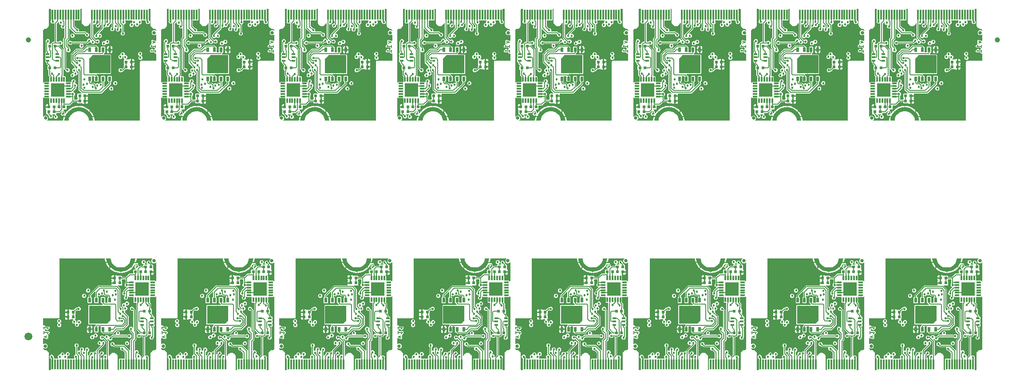
<source format=gbl>
G04 EAGLE Gerber RS-274X export*
G75*
%MOMM*%
%FSLAX34Y34*%
%LPD*%
%INBottom Copper*%
%IPPOS*%
%AMOC8*
5,1,8,0,0,1.08239X$1,22.5*%
G01*
%ADD10C,0.152400*%
%ADD11R,0.600000X0.600000*%
%ADD12R,0.350000X1.950000*%
%ADD13C,0.454000*%
%ADD14C,0.101600*%
%ADD15R,0.660000X0.300000*%
%ADD16R,0.300000X0.850000*%
%ADD17R,0.850000X0.300000*%
%ADD18R,2.550000X2.550000*%
%ADD19R,0.500000X0.850000*%
%ADD20C,0.635000*%
%ADD21C,1.000000*%
%ADD22C,1.500000*%
%ADD23C,0.254000*%
%ADD24C,0.127000*%

G36*
X939458Y480671D02*
X939458Y480671D01*
X939523Y480673D01*
X939567Y480691D01*
X939614Y480699D01*
X939670Y480733D01*
X939731Y480758D01*
X939766Y480789D01*
X939807Y480814D01*
X939848Y480865D01*
X939897Y480909D01*
X939918Y480951D01*
X939948Y480988D01*
X939969Y481050D01*
X939999Y481109D01*
X940007Y481163D01*
X940020Y481200D01*
X940019Y481240D01*
X940027Y481294D01*
X940027Y481367D01*
X940049Y481450D01*
X940053Y481493D01*
X940068Y481552D01*
X940197Y482867D01*
X940842Y486008D01*
X941432Y487866D01*
X944189Y487866D01*
X943274Y485089D01*
X943274Y485079D01*
X943265Y485053D01*
X942572Y481042D01*
X942577Y481004D01*
X942571Y480967D01*
X942584Y480936D01*
X942588Y480904D01*
X942612Y480874D01*
X942628Y480839D01*
X942655Y480821D01*
X942676Y480795D01*
X942712Y480783D01*
X942744Y480762D01*
X942802Y480753D01*
X942809Y480751D01*
X942812Y480752D01*
X942818Y480751D01*
X950818Y480751D01*
X950882Y480769D01*
X950952Y480790D01*
X950997Y480841D01*
X951044Y480895D01*
X951044Y480896D01*
X951065Y480967D01*
X951446Y483829D01*
X952266Y486578D01*
X953505Y489164D01*
X955133Y491525D01*
X957110Y493603D01*
X959389Y495345D01*
X961911Y496709D01*
X964616Y497662D01*
X967437Y498180D01*
X970318Y498251D01*
X973198Y498180D01*
X976019Y497662D01*
X978724Y496709D01*
X981247Y495345D01*
X983525Y493603D01*
X985503Y491525D01*
X987131Y489164D01*
X988370Y486578D01*
X989189Y483829D01*
X989239Y483459D01*
X989272Y483210D01*
X989338Y482711D01*
X989371Y482462D01*
X989438Y481964D01*
X989471Y481714D01*
X989538Y481216D01*
X989571Y480967D01*
X989603Y480895D01*
X989627Y480839D01*
X989628Y480839D01*
X989688Y480799D01*
X989744Y480762D01*
X989818Y480751D01*
X990996Y480751D01*
X991011Y480739D01*
X991074Y480718D01*
X991132Y480687D01*
X991187Y480679D01*
X991224Y480667D01*
X991263Y480668D01*
X991318Y480660D01*
X991383Y480671D01*
X991448Y480673D01*
X991492Y480691D01*
X991539Y480699D01*
X991596Y480733D01*
X991640Y480751D01*
X997818Y480751D01*
X997855Y480762D01*
X997895Y480763D01*
X997921Y480781D01*
X997952Y480790D01*
X997978Y480819D01*
X998010Y480841D01*
X998023Y480871D01*
X998044Y480895D01*
X998050Y480934D01*
X998065Y480970D01*
X998064Y481026D01*
X998065Y481033D01*
X998063Y481037D01*
X998063Y481044D01*
X997343Y485042D01*
X997339Y485051D01*
X997334Y485077D01*
X996399Y487866D01*
X999158Y487866D01*
X999669Y486368D01*
X999688Y486282D01*
X1000412Y483006D01*
X1000565Y481560D01*
X1000576Y481521D01*
X1000583Y481463D01*
X1000609Y481367D01*
X1000609Y481294D01*
X1000620Y481229D01*
X1000622Y481163D01*
X1000640Y481120D01*
X1000648Y481073D01*
X1000682Y481016D01*
X1000706Y480956D01*
X1000738Y480921D01*
X1000762Y480880D01*
X1000813Y480838D01*
X1000858Y480790D01*
X1000900Y480768D01*
X1000937Y480739D01*
X1000999Y480718D01*
X1001057Y480687D01*
X1001112Y480679D01*
X1001149Y480667D01*
X1001188Y480668D01*
X1001243Y480660D01*
X1086155Y480660D01*
X1086220Y480671D01*
X1086285Y480673D01*
X1086329Y480691D01*
X1086376Y480699D01*
X1086432Y480733D01*
X1086493Y480758D01*
X1086528Y480789D01*
X1086569Y480814D01*
X1086610Y480865D01*
X1086659Y480909D01*
X1086680Y480951D01*
X1086710Y480988D01*
X1086731Y481050D01*
X1086761Y481109D01*
X1086770Y481163D01*
X1086782Y481200D01*
X1086781Y481240D01*
X1086789Y481294D01*
X1086789Y593634D01*
X1088277Y595123D01*
X1117524Y595123D01*
X1117589Y595134D01*
X1117654Y595136D01*
X1117698Y595154D01*
X1117745Y595162D01*
X1117801Y595196D01*
X1117862Y595221D01*
X1117897Y595252D01*
X1117938Y595277D01*
X1117979Y595328D01*
X1118028Y595372D01*
X1118049Y595414D01*
X1118079Y595451D01*
X1118100Y595513D01*
X1118130Y595572D01*
X1118139Y595626D01*
X1118151Y595663D01*
X1118150Y595703D01*
X1118158Y595757D01*
X1118158Y608101D01*
X1118146Y608166D01*
X1118144Y608232D01*
X1118127Y608276D01*
X1118118Y608322D01*
X1118085Y608379D01*
X1118060Y608440D01*
X1118028Y608475D01*
X1118004Y608515D01*
X1117953Y608557D01*
X1117909Y608606D01*
X1117867Y608627D01*
X1117830Y608657D01*
X1117768Y608678D01*
X1117709Y608708D01*
X1117655Y608716D01*
X1117618Y608729D01*
X1117578Y608728D01*
X1117524Y608736D01*
X1115815Y608736D01*
X1114475Y610075D01*
X1114475Y610500D01*
X1114463Y610565D01*
X1114461Y610631D01*
X1114444Y610675D01*
X1114435Y610721D01*
X1114402Y610778D01*
X1114377Y610839D01*
X1114345Y610874D01*
X1114321Y610914D01*
X1114270Y610956D01*
X1114226Y611004D01*
X1114184Y611026D01*
X1114147Y611056D01*
X1114085Y611077D01*
X1114026Y611107D01*
X1113972Y611115D01*
X1113935Y611128D01*
X1113895Y611126D01*
X1113841Y611135D01*
X1108288Y611135D01*
X1108258Y611129D01*
X1108218Y611131D01*
X1107414Y611041D01*
X1107393Y611052D01*
X1107300Y611103D01*
X1107293Y611104D01*
X1107287Y611107D01*
X1107192Y611121D01*
X1106623Y611690D01*
X1106598Y611707D01*
X1106571Y611737D01*
X1105940Y612242D01*
X1105932Y612264D01*
X1105902Y612365D01*
X1105898Y612371D01*
X1105896Y612378D01*
X1105839Y612455D01*
X1105839Y613260D01*
X1105834Y613289D01*
X1105835Y613330D01*
X1105746Y614133D01*
X1105757Y614155D01*
X1105807Y614247D01*
X1105808Y614254D01*
X1105811Y614261D01*
X1105825Y614355D01*
X1106394Y614924D01*
X1106412Y614949D01*
X1106441Y614976D01*
X1108851Y617988D01*
X1110734Y618198D01*
X1112213Y617014D01*
X1112296Y616272D01*
X1112304Y616243D01*
X1112305Y616212D01*
X1112336Y616136D01*
X1112359Y616057D01*
X1112378Y616032D01*
X1112390Y616004D01*
X1112445Y615943D01*
X1112494Y615878D01*
X1112520Y615861D01*
X1112541Y615838D01*
X1112614Y615801D01*
X1112683Y615756D01*
X1112713Y615750D01*
X1112741Y615736D01*
X1112857Y615718D01*
X1112902Y615708D01*
X1112913Y615710D01*
X1112926Y615708D01*
X1113841Y615708D01*
X1113906Y615720D01*
X1113971Y615722D01*
X1114015Y615739D01*
X1114062Y615748D01*
X1114118Y615781D01*
X1114179Y615806D01*
X1114214Y615838D01*
X1114255Y615862D01*
X1114296Y615913D01*
X1114345Y615957D01*
X1114366Y615999D01*
X1114396Y616036D01*
X1114417Y616098D01*
X1114447Y616157D01*
X1114456Y616211D01*
X1114468Y616249D01*
X1114467Y616288D01*
X1114468Y616295D01*
X1114468Y616296D01*
X1114475Y616342D01*
X1114475Y616767D01*
X1115253Y617545D01*
X1115290Y617599D01*
X1115335Y617647D01*
X1115354Y617690D01*
X1115381Y617729D01*
X1115397Y617793D01*
X1115423Y617853D01*
X1115425Y617901D01*
X1115437Y617946D01*
X1115430Y618012D01*
X1115433Y618078D01*
X1115418Y618123D01*
X1115413Y618169D01*
X1115384Y618228D01*
X1115364Y618291D01*
X1115331Y618335D01*
X1115314Y618371D01*
X1115285Y618398D01*
X1115253Y618442D01*
X1114475Y619219D01*
X1114475Y619644D01*
X1114463Y619709D01*
X1114461Y619775D01*
X1114444Y619819D01*
X1114435Y619865D01*
X1114402Y619922D01*
X1114377Y619983D01*
X1114345Y620018D01*
X1114321Y620058D01*
X1114270Y620100D01*
X1114226Y620148D01*
X1114184Y620170D01*
X1114147Y620200D01*
X1114085Y620221D01*
X1114026Y620251D01*
X1113972Y620259D01*
X1113935Y620272D01*
X1113895Y620270D01*
X1113841Y620279D01*
X1108288Y620279D01*
X1108258Y620273D01*
X1108218Y620275D01*
X1107414Y620185D01*
X1107393Y620196D01*
X1107300Y620247D01*
X1107293Y620248D01*
X1107287Y620251D01*
X1107192Y620265D01*
X1106623Y620834D01*
X1106598Y620851D01*
X1106571Y620881D01*
X1105940Y621386D01*
X1105932Y621408D01*
X1105902Y621509D01*
X1105898Y621515D01*
X1105896Y621522D01*
X1105839Y621599D01*
X1105839Y622404D01*
X1105834Y622433D01*
X1105835Y622474D01*
X1105746Y623277D01*
X1105757Y623299D01*
X1105807Y623391D01*
X1105808Y623398D01*
X1105811Y623405D01*
X1105825Y623499D01*
X1106394Y624068D01*
X1106412Y624093D01*
X1106441Y624120D01*
X1108864Y627149D01*
X1108916Y627244D01*
X1108969Y627339D01*
X1108970Y627343D01*
X1108971Y627346D01*
X1108986Y627452D01*
X1109003Y627561D01*
X1109002Y627565D01*
X1109003Y627568D01*
X1108998Y627592D01*
X1108971Y627746D01*
X1108536Y629051D01*
X1109266Y630511D01*
X1109290Y630595D01*
X1109321Y630676D01*
X1109322Y630702D01*
X1109329Y630727D01*
X1109323Y630813D01*
X1109324Y630900D01*
X1109315Y630928D01*
X1109313Y630950D01*
X1109293Y630996D01*
X1109266Y631079D01*
X1108536Y632539D01*
X1109135Y634336D01*
X1110829Y635183D01*
X1116561Y633272D01*
X1116667Y633257D01*
X1116778Y633240D01*
X1116781Y633240D01*
X1116783Y633240D01*
X1116803Y633244D01*
X1116931Y633267D01*
X1117240Y633112D01*
X1117336Y633084D01*
X1117430Y633052D01*
X1117443Y633053D01*
X1117455Y633049D01*
X1117555Y633056D01*
X1117654Y633059D01*
X1117666Y633064D01*
X1117679Y633065D01*
X1117770Y633106D01*
X1117862Y633143D01*
X1117872Y633152D01*
X1117884Y633157D01*
X1117954Y633227D01*
X1118028Y633295D01*
X1118034Y633306D01*
X1118043Y633315D01*
X1118085Y633406D01*
X1118130Y633494D01*
X1118132Y633508D01*
X1118137Y633519D01*
X1118141Y633566D01*
X1118158Y633680D01*
X1118158Y644203D01*
X1118142Y644290D01*
X1118133Y644379D01*
X1118123Y644400D01*
X1118118Y644423D01*
X1118073Y644500D01*
X1118034Y644580D01*
X1118016Y644596D01*
X1118004Y644617D01*
X1117935Y644673D01*
X1117870Y644734D01*
X1117849Y644743D01*
X1117830Y644758D01*
X1117746Y644787D01*
X1117664Y644821D01*
X1117640Y644822D01*
X1117618Y644830D01*
X1117529Y644827D01*
X1117440Y644831D01*
X1117417Y644824D01*
X1117393Y644823D01*
X1117311Y644790D01*
X1117226Y644763D01*
X1117205Y644747D01*
X1117185Y644739D01*
X1117148Y644705D01*
X1117075Y644651D01*
X1116225Y643800D01*
X1112331Y643800D01*
X1109578Y646553D01*
X1109578Y650447D01*
X1112331Y653200D01*
X1116225Y653200D01*
X1117007Y652417D01*
X1117029Y652402D01*
X1117045Y652382D01*
X1117120Y652338D01*
X1117192Y652289D01*
X1117217Y652282D01*
X1117239Y652269D01*
X1117325Y652254D01*
X1117409Y652233D01*
X1117434Y652235D01*
X1117460Y652231D01*
X1117546Y652247D01*
X1117632Y652256D01*
X1117655Y652267D01*
X1117680Y652272D01*
X1117755Y652317D01*
X1117833Y652355D01*
X1117851Y652374D01*
X1117873Y652387D01*
X1117927Y652455D01*
X1117987Y652519D01*
X1117997Y652542D01*
X1118013Y652562D01*
X1118041Y652645D01*
X1118075Y652725D01*
X1118076Y652751D01*
X1118084Y652775D01*
X1118083Y652913D01*
X1118085Y652949D01*
X1118083Y652955D01*
X1118083Y652963D01*
X1118021Y653360D01*
X1118012Y653385D01*
X1118011Y653411D01*
X1117960Y653536D01*
X1117948Y653573D01*
X1117943Y653578D01*
X1117940Y653585D01*
X1117082Y655040D01*
X1117039Y655090D01*
X1117004Y655146D01*
X1116961Y655181D01*
X1116936Y655210D01*
X1116901Y655229D01*
X1116858Y655264D01*
X1115403Y656123D01*
X1115378Y656132D01*
X1115357Y656147D01*
X1115228Y656187D01*
X1115193Y656201D01*
X1115186Y656201D01*
X1115178Y656203D01*
X1114386Y656326D01*
X1114365Y656326D01*
X1114339Y656332D01*
X1114218Y656341D01*
X1114203Y656340D01*
X1114185Y656343D01*
X1113308Y656368D01*
X1113306Y656369D01*
X1113281Y656376D01*
X1113258Y656390D01*
X1113126Y656421D01*
X1113090Y656431D01*
X1113084Y656431D01*
X1113076Y656432D01*
X1112330Y656492D01*
X1109258Y658449D01*
X1107460Y661618D01*
X1107440Y662328D01*
X1107434Y662361D01*
X1107435Y662395D01*
X1107411Y662470D01*
X1107408Y662483D01*
X1107408Y663461D01*
X1107407Y663469D01*
X1107408Y663479D01*
X1107381Y664429D01*
X1107397Y664535D01*
X1107407Y664582D01*
X1107406Y664595D01*
X1107408Y664611D01*
X1107408Y693420D01*
X1107396Y693485D01*
X1107394Y693551D01*
X1107377Y693594D01*
X1107368Y693641D01*
X1107335Y693698D01*
X1107310Y693758D01*
X1107278Y693793D01*
X1107254Y693834D01*
X1107203Y693876D01*
X1107159Y693924D01*
X1107117Y693946D01*
X1107080Y693975D01*
X1107018Y693996D01*
X1106959Y694027D01*
X1106905Y694035D01*
X1106868Y694047D01*
X1106828Y694046D01*
X1106774Y694054D01*
X1104227Y694054D01*
X1104162Y694043D01*
X1104096Y694041D01*
X1104053Y694023D01*
X1104006Y694015D01*
X1103949Y693981D01*
X1103888Y693956D01*
X1103853Y693925D01*
X1103813Y693900D01*
X1103771Y693849D01*
X1103723Y693805D01*
X1103701Y693763D01*
X1103671Y693726D01*
X1103650Y693664D01*
X1103620Y693605D01*
X1103612Y693551D01*
X1103600Y693514D01*
X1103601Y693474D01*
X1103593Y693420D01*
X1103593Y672955D01*
X1103600Y672913D01*
X1103598Y672870D01*
X1103620Y672803D01*
X1103632Y672734D01*
X1103654Y672697D01*
X1103667Y672657D01*
X1103721Y672584D01*
X1103746Y672541D01*
X1103763Y672527D01*
X1103778Y672506D01*
X1105843Y670442D01*
X1105843Y667298D01*
X1103620Y665075D01*
X1100476Y665075D01*
X1098253Y667298D01*
X1098253Y668450D01*
X1098246Y668491D01*
X1098247Y668534D01*
X1098226Y668601D01*
X1098213Y668671D01*
X1098192Y668707D01*
X1098179Y668747D01*
X1098125Y668820D01*
X1098099Y668864D01*
X1098083Y668877D01*
X1098067Y668898D01*
X1097523Y669442D01*
X1097523Y671341D01*
X1097511Y671406D01*
X1097509Y671472D01*
X1097492Y671515D01*
X1097483Y671562D01*
X1097450Y671619D01*
X1097425Y671679D01*
X1097393Y671714D01*
X1097369Y671755D01*
X1097318Y671797D01*
X1097274Y671845D01*
X1097232Y671867D01*
X1097195Y671896D01*
X1097133Y671917D01*
X1097074Y671948D01*
X1097020Y671956D01*
X1096983Y671968D01*
X1096943Y671967D01*
X1096889Y671975D01*
X1089970Y671975D01*
X1089883Y671960D01*
X1089794Y671950D01*
X1089773Y671940D01*
X1089749Y671936D01*
X1089673Y671890D01*
X1089593Y671851D01*
X1089577Y671834D01*
X1089556Y671821D01*
X1089500Y671752D01*
X1089439Y671688D01*
X1089430Y671666D01*
X1089415Y671647D01*
X1089386Y671563D01*
X1089352Y671481D01*
X1089351Y671457D01*
X1089343Y671435D01*
X1089346Y671346D01*
X1089342Y671257D01*
X1089349Y671234D01*
X1089350Y671210D01*
X1089383Y671128D01*
X1089410Y671043D01*
X1089426Y671022D01*
X1089434Y671003D01*
X1089468Y670965D01*
X1089522Y670893D01*
X1090188Y670227D01*
X1090188Y667083D01*
X1087965Y664860D01*
X1086012Y664860D01*
X1085947Y664849D01*
X1085881Y664847D01*
X1085838Y664829D01*
X1085791Y664821D01*
X1085734Y664787D01*
X1085673Y664762D01*
X1085638Y664731D01*
X1085598Y664706D01*
X1085556Y664655D01*
X1085508Y664611D01*
X1085486Y664569D01*
X1085456Y664532D01*
X1085435Y664470D01*
X1085405Y664411D01*
X1085397Y664357D01*
X1085385Y664320D01*
X1085386Y664280D01*
X1085378Y664226D01*
X1085378Y662638D01*
X1083155Y660415D01*
X1080011Y660415D01*
X1077788Y662638D01*
X1077788Y664261D01*
X1077776Y664326D01*
X1077774Y664392D01*
X1077757Y664435D01*
X1077748Y664482D01*
X1077715Y664539D01*
X1077690Y664599D01*
X1077658Y664634D01*
X1077634Y664675D01*
X1077583Y664717D01*
X1077539Y664765D01*
X1077497Y664787D01*
X1077460Y664816D01*
X1077398Y664837D01*
X1077339Y664868D01*
X1077285Y664876D01*
X1077248Y664888D01*
X1077208Y664887D01*
X1077154Y664895D01*
X1075852Y664895D01*
X1075787Y664884D01*
X1075721Y664882D01*
X1075678Y664864D01*
X1075631Y664856D01*
X1075574Y664822D01*
X1075513Y664797D01*
X1075478Y664766D01*
X1075438Y664741D01*
X1075396Y664690D01*
X1075348Y664646D01*
X1075326Y664604D01*
X1075296Y664567D01*
X1075275Y664505D01*
X1075245Y664446D01*
X1075237Y664392D01*
X1075225Y664355D01*
X1075226Y664315D01*
X1075218Y664261D01*
X1075218Y662038D01*
X1072995Y659815D01*
X1069851Y659815D01*
X1067628Y662038D01*
X1067628Y665182D01*
X1069851Y667405D01*
X1071439Y667405D01*
X1071504Y667416D01*
X1071569Y667418D01*
X1071613Y667436D01*
X1071660Y667444D01*
X1071716Y667478D01*
X1071777Y667503D01*
X1071812Y667534D01*
X1071853Y667559D01*
X1071894Y667610D01*
X1071943Y667654D01*
X1071964Y667696D01*
X1071994Y667733D01*
X1072015Y667795D01*
X1072045Y667854D01*
X1072054Y667908D01*
X1072066Y667945D01*
X1072065Y667985D01*
X1072073Y668039D01*
X1072073Y670262D01*
X1072704Y670893D01*
X1072755Y670966D01*
X1072811Y671035D01*
X1072818Y671057D01*
X1072832Y671077D01*
X1072854Y671163D01*
X1072883Y671247D01*
X1072882Y671271D01*
X1072888Y671294D01*
X1072879Y671383D01*
X1072876Y671472D01*
X1072867Y671494D01*
X1072865Y671517D01*
X1072825Y671597D01*
X1072792Y671679D01*
X1072776Y671697D01*
X1072765Y671718D01*
X1072700Y671779D01*
X1072640Y671845D01*
X1072619Y671856D01*
X1072602Y671872D01*
X1072520Y671907D01*
X1072441Y671948D01*
X1072415Y671951D01*
X1072395Y671960D01*
X1072345Y671962D01*
X1072255Y671975D01*
X1059125Y671975D01*
X1059038Y671960D01*
X1058949Y671950D01*
X1058928Y671940D01*
X1058904Y671936D01*
X1058828Y671890D01*
X1058748Y671851D01*
X1058732Y671834D01*
X1058711Y671821D01*
X1058655Y671752D01*
X1058594Y671688D01*
X1058585Y671666D01*
X1058570Y671647D01*
X1058541Y671563D01*
X1058507Y671481D01*
X1058506Y671457D01*
X1058498Y671435D01*
X1058501Y671346D01*
X1058497Y671257D01*
X1058504Y671234D01*
X1058505Y671210D01*
X1058538Y671128D01*
X1058565Y671043D01*
X1058581Y671022D01*
X1058589Y671003D01*
X1058623Y670965D01*
X1058677Y670893D01*
X1059343Y670227D01*
X1059343Y667083D01*
X1057120Y664860D01*
X1056921Y664860D01*
X1056833Y664845D01*
X1056745Y664835D01*
X1056724Y664825D01*
X1056700Y664821D01*
X1056623Y664775D01*
X1056544Y664736D01*
X1056527Y664719D01*
X1056507Y664706D01*
X1056451Y664637D01*
X1056390Y664573D01*
X1056380Y664551D01*
X1056366Y664532D01*
X1056337Y664448D01*
X1056302Y664366D01*
X1056301Y664342D01*
X1056294Y664320D01*
X1056296Y664231D01*
X1056292Y664142D01*
X1056300Y664119D01*
X1056300Y664095D01*
X1056334Y664013D01*
X1056361Y663928D01*
X1056377Y663907D01*
X1056385Y663888D01*
X1056419Y663850D01*
X1056472Y663778D01*
X1056605Y663645D01*
X1056605Y650535D01*
X1056612Y650493D01*
X1056610Y650450D01*
X1056632Y650383D01*
X1056644Y650314D01*
X1056666Y650277D01*
X1056679Y650237D01*
X1056733Y650164D01*
X1056758Y650121D01*
X1056775Y650107D01*
X1056790Y650086D01*
X1058240Y648637D01*
X1058240Y645493D01*
X1056017Y643270D01*
X1052873Y643270D01*
X1050650Y645493D01*
X1050650Y648637D01*
X1052099Y650086D01*
X1052123Y650121D01*
X1052155Y650150D01*
X1052187Y650212D01*
X1052227Y650270D01*
X1052238Y650311D01*
X1052257Y650349D01*
X1052271Y650439D01*
X1052283Y650488D01*
X1052281Y650508D01*
X1052285Y650535D01*
X1052285Y656606D01*
X1052273Y656671D01*
X1052271Y656737D01*
X1052254Y656780D01*
X1052245Y656827D01*
X1052212Y656884D01*
X1052187Y656944D01*
X1052155Y656979D01*
X1052131Y657020D01*
X1052080Y657062D01*
X1052036Y657110D01*
X1051994Y657132D01*
X1051957Y657161D01*
X1051895Y657182D01*
X1051836Y657213D01*
X1051782Y657221D01*
X1051745Y657233D01*
X1051705Y657232D01*
X1051651Y657240D01*
X1049024Y657240D01*
X1048936Y657224D01*
X1048848Y657215D01*
X1048827Y657205D01*
X1048803Y657201D01*
X1048727Y657155D01*
X1048647Y657116D01*
X1048631Y657099D01*
X1048610Y657086D01*
X1048554Y657017D01*
X1048493Y656952D01*
X1048484Y656931D01*
X1048469Y656912D01*
X1048440Y656828D01*
X1048406Y656746D01*
X1048405Y656722D01*
X1048397Y656700D01*
X1048400Y656611D01*
X1048396Y656522D01*
X1048403Y656499D01*
X1048404Y656475D01*
X1048437Y656393D01*
X1048464Y656308D01*
X1048477Y656292D01*
X1048477Y653113D01*
X1046254Y650890D01*
X1043110Y650890D01*
X1040887Y653113D01*
X1040887Y656290D01*
X1040895Y656300D01*
X1040902Y656322D01*
X1040916Y656342D01*
X1040938Y656428D01*
X1040967Y656512D01*
X1040966Y656536D01*
X1040972Y656559D01*
X1040963Y656648D01*
X1040960Y656737D01*
X1040951Y656758D01*
X1040949Y656782D01*
X1040909Y656862D01*
X1040876Y656944D01*
X1040860Y656962D01*
X1040849Y656983D01*
X1040784Y657044D01*
X1040724Y657110D01*
X1040703Y657121D01*
X1040686Y657137D01*
X1040604Y657172D01*
X1040525Y657213D01*
X1040499Y657216D01*
X1040479Y657225D01*
X1040429Y657227D01*
X1040339Y657240D01*
X1039371Y657240D01*
X1039232Y657379D01*
X1039159Y657430D01*
X1039090Y657486D01*
X1039068Y657494D01*
X1039048Y657507D01*
X1038962Y657529D01*
X1038878Y657558D01*
X1038854Y657557D01*
X1038831Y657563D01*
X1038742Y657554D01*
X1038653Y657551D01*
X1038631Y657542D01*
X1038608Y657540D01*
X1038528Y657500D01*
X1038445Y657467D01*
X1038428Y657451D01*
X1038407Y657440D01*
X1038345Y657376D01*
X1038280Y657315D01*
X1038269Y657294D01*
X1038253Y657277D01*
X1038218Y657195D01*
X1038177Y657116D01*
X1038173Y657090D01*
X1038165Y657070D01*
X1038163Y657020D01*
X1038150Y656931D01*
X1038150Y653748D01*
X1035927Y651525D01*
X1032783Y651525D01*
X1030560Y653748D01*
X1030560Y656892D01*
X1032935Y659267D01*
X1032938Y659269D01*
X1032943Y659274D01*
X1032969Y659301D01*
X1032987Y659326D01*
X1033028Y659364D01*
X1033049Y659406D01*
X1033079Y659443D01*
X1033090Y659475D01*
X1033097Y659485D01*
X1033104Y659512D01*
X1033130Y659564D01*
X1033139Y659618D01*
X1033151Y659655D01*
X1033150Y659691D01*
X1033153Y659702D01*
X1033152Y659709D01*
X1033158Y659749D01*
X1033158Y666104D01*
X1033142Y666192D01*
X1033133Y666281D01*
X1033123Y666302D01*
X1033118Y666325D01*
X1033073Y666402D01*
X1033034Y666482D01*
X1033016Y666498D01*
X1033004Y666518D01*
X1032935Y666574D01*
X1032870Y666636D01*
X1032849Y666645D01*
X1032830Y666660D01*
X1032746Y666688D01*
X1032664Y666723D01*
X1032640Y666724D01*
X1032618Y666732D01*
X1032529Y666729D01*
X1032440Y666733D01*
X1032417Y666726D01*
X1032393Y666725D01*
X1032311Y666692D01*
X1032226Y666664D01*
X1032205Y666649D01*
X1032185Y666641D01*
X1032148Y666607D01*
X1032075Y666553D01*
X1029754Y664231D01*
X1029729Y664196D01*
X1029698Y664168D01*
X1029666Y664105D01*
X1029626Y664047D01*
X1029615Y664006D01*
X1029596Y663968D01*
X1029582Y663878D01*
X1029570Y663830D01*
X1029572Y663809D01*
X1029568Y663783D01*
X1029568Y661733D01*
X1027345Y659510D01*
X1024201Y659510D01*
X1023494Y660218D01*
X1023440Y660255D01*
X1023392Y660300D01*
X1023349Y660319D01*
X1023310Y660346D01*
X1023246Y660362D01*
X1023185Y660388D01*
X1023138Y660390D01*
X1023093Y660402D01*
X1023027Y660395D01*
X1022961Y660398D01*
X1022916Y660383D01*
X1022869Y660378D01*
X1022810Y660349D01*
X1022748Y660329D01*
X1022704Y660296D01*
X1022668Y660279D01*
X1022641Y660250D01*
X1022597Y660218D01*
X1020890Y658510D01*
X1017937Y658510D01*
X1017872Y658499D01*
X1017806Y658497D01*
X1017763Y658479D01*
X1017716Y658471D01*
X1017659Y658437D01*
X1017598Y658412D01*
X1017563Y658381D01*
X1017523Y658356D01*
X1017481Y658305D01*
X1017433Y658261D01*
X1017411Y658219D01*
X1017381Y658182D01*
X1017360Y658120D01*
X1017330Y658061D01*
X1017322Y658007D01*
X1017310Y657970D01*
X1017311Y657930D01*
X1017303Y657876D01*
X1017303Y655930D01*
X1008887Y647515D01*
X1008837Y647442D01*
X1008780Y647373D01*
X1008773Y647351D01*
X1008759Y647331D01*
X1008737Y647245D01*
X1008709Y647161D01*
X1008709Y647137D01*
X1008703Y647114D01*
X1008713Y647025D01*
X1008715Y646936D01*
X1008724Y646914D01*
X1008727Y646891D01*
X1008766Y646811D01*
X1008800Y646728D01*
X1008816Y646711D01*
X1008826Y646690D01*
X1008891Y646628D01*
X1008951Y646563D01*
X1008972Y646552D01*
X1008989Y646536D01*
X1009071Y646501D01*
X1009151Y646460D01*
X1009177Y646456D01*
X1009196Y646448D01*
X1009246Y646446D01*
X1009336Y646433D01*
X1012128Y646433D01*
X1014351Y644210D01*
X1014351Y641066D01*
X1012128Y638843D01*
X1008984Y638843D01*
X1007596Y640231D01*
X1007542Y640268D01*
X1007494Y640313D01*
X1007451Y640332D01*
X1007412Y640359D01*
X1007348Y640375D01*
X1007288Y640401D01*
X1007241Y640403D01*
X1007195Y640415D01*
X1007129Y640408D01*
X1007064Y640411D01*
X1007019Y640396D01*
X1006972Y640392D01*
X1006913Y640362D01*
X1006850Y640342D01*
X1006806Y640310D01*
X1006771Y640292D01*
X1006744Y640263D01*
X1006699Y640231D01*
X1005018Y638549D01*
X1001874Y638549D01*
X999651Y640772D01*
X999651Y643916D01*
X1001100Y645365D01*
X1001124Y645400D01*
X1001156Y645428D01*
X1001188Y645491D01*
X1001228Y645549D01*
X1001239Y645590D01*
X1001258Y645628D01*
X1001272Y645718D01*
X1001284Y645766D01*
X1001282Y645787D01*
X1001286Y645813D01*
X1001286Y646023D01*
X1012797Y657534D01*
X1012821Y657569D01*
X1012853Y657597D01*
X1012885Y657660D01*
X1012925Y657718D01*
X1012936Y657759D01*
X1012955Y657797D01*
X1012969Y657887D01*
X1012981Y657935D01*
X1012979Y657956D01*
X1012983Y657982D01*
X1012983Y663550D01*
X1012967Y663637D01*
X1012958Y663726D01*
X1012948Y663747D01*
X1012943Y663771D01*
X1012898Y663847D01*
X1012859Y663927D01*
X1012841Y663943D01*
X1012829Y663964D01*
X1012760Y664020D01*
X1012695Y664081D01*
X1012674Y664090D01*
X1012655Y664105D01*
X1012571Y664134D01*
X1012489Y664168D01*
X1012465Y664169D01*
X1012443Y664177D01*
X1012354Y664174D01*
X1012265Y664178D01*
X1012242Y664171D01*
X1012218Y664170D01*
X1012136Y664137D01*
X1012051Y664110D01*
X1012030Y664094D01*
X1012010Y664086D01*
X1011973Y664052D01*
X1011900Y663998D01*
X1010633Y662731D01*
X1010609Y662696D01*
X1010578Y662668D01*
X1010545Y662605D01*
X1010505Y662547D01*
X1010495Y662506D01*
X1010475Y662468D01*
X1010462Y662378D01*
X1010449Y662330D01*
X1010451Y662309D01*
X1010448Y662283D01*
X1010448Y660733D01*
X1008225Y658510D01*
X1005081Y658510D01*
X1002858Y660733D01*
X1002858Y663877D01*
X1005081Y666100D01*
X1007524Y666100D01*
X1007589Y666111D01*
X1007654Y666113D01*
X1007698Y666131D01*
X1007745Y666139D01*
X1007801Y666173D01*
X1007862Y666198D01*
X1007897Y666229D01*
X1007938Y666254D01*
X1007979Y666305D01*
X1008028Y666349D01*
X1008049Y666391D01*
X1008079Y666428D01*
X1008100Y666490D01*
X1008130Y666549D01*
X1008139Y666603D01*
X1008151Y666640D01*
X1008150Y666680D01*
X1008158Y666734D01*
X1008158Y670335D01*
X1008152Y670371D01*
X1008154Y670407D01*
X1008132Y670481D01*
X1008118Y670556D01*
X1008100Y670587D01*
X1008090Y670622D01*
X1008043Y670683D01*
X1008004Y670749D01*
X1007976Y670772D01*
X1007954Y670801D01*
X1007890Y670842D01*
X1007830Y670891D01*
X1007796Y670902D01*
X1007765Y670922D01*
X1007690Y670938D01*
X1007618Y670962D01*
X1007581Y670961D01*
X1007546Y670969D01*
X1007460Y670959D01*
X1006192Y670959D01*
X1006192Y683010D01*
X1006180Y683075D01*
X1006178Y683140D01*
X1006161Y683184D01*
X1006152Y683231D01*
X1006119Y683287D01*
X1006094Y683348D01*
X1006062Y683383D01*
X1006038Y683424D01*
X1005987Y683465D01*
X1005943Y683514D01*
X1005901Y683535D01*
X1005864Y683565D01*
X1005802Y683586D01*
X1005743Y683616D01*
X1005689Y683624D01*
X1005652Y683637D01*
X1005612Y683636D01*
X1005558Y683644D01*
X1005078Y683644D01*
X1005013Y683632D01*
X1004947Y683630D01*
X1004904Y683613D01*
X1004857Y683604D01*
X1004800Y683571D01*
X1004739Y683546D01*
X1004704Y683514D01*
X1004664Y683490D01*
X1004622Y683439D01*
X1004574Y683395D01*
X1004552Y683353D01*
X1004522Y683316D01*
X1004501Y683254D01*
X1004471Y683195D01*
X1004463Y683141D01*
X1004450Y683104D01*
X1004451Y683081D01*
X1004450Y683079D01*
X1004451Y683060D01*
X1004444Y683010D01*
X1004444Y670959D01*
X1004335Y670959D01*
X1004270Y670948D01*
X1004204Y670946D01*
X1004161Y670928D01*
X1004114Y670920D01*
X1004057Y670886D01*
X1003996Y670861D01*
X1003961Y670830D01*
X1003921Y670805D01*
X1003879Y670754D01*
X1003831Y670710D01*
X1003809Y670668D01*
X1003779Y670631D01*
X1003758Y670569D01*
X1003728Y670510D01*
X1003720Y670456D01*
X1003708Y670419D01*
X1003708Y670396D01*
X1003708Y670394D01*
X1003708Y670375D01*
X1003701Y670325D01*
X1003701Y667083D01*
X1001478Y664860D01*
X998112Y664860D01*
X998047Y664849D01*
X997981Y664847D01*
X997938Y664829D01*
X997891Y664821D01*
X997834Y664787D01*
X997773Y664762D01*
X997738Y664731D01*
X997698Y664706D01*
X997656Y664655D01*
X997608Y664611D01*
X997586Y664569D01*
X997556Y664532D01*
X997535Y664470D01*
X997505Y664411D01*
X997497Y664357D01*
X997485Y664320D01*
X997486Y664280D01*
X997478Y664226D01*
X997478Y640645D01*
X997485Y640603D01*
X997483Y640561D01*
X997505Y640493D01*
X997517Y640424D01*
X997539Y640387D01*
X997552Y640347D01*
X997606Y640274D01*
X997631Y640231D01*
X997648Y640217D01*
X997663Y640196D01*
X1003005Y634854D01*
X1003059Y634817D01*
X1003107Y634771D01*
X1003151Y634753D01*
X1003190Y634726D01*
X1003253Y634710D01*
X1003314Y634684D01*
X1003361Y634682D01*
X1003407Y634670D01*
X1003472Y634677D01*
X1003538Y634674D01*
X1003583Y634688D01*
X1003630Y634693D01*
X1003689Y634722D01*
X1003752Y634743D01*
X1003796Y634775D01*
X1003831Y634793D01*
X1003858Y634821D01*
X1003902Y634854D01*
X1004668Y635620D01*
X1007812Y635620D01*
X1010035Y633397D01*
X1010035Y630253D01*
X1007812Y628030D01*
X1004668Y628030D01*
X1003225Y629473D01*
X1003190Y629497D01*
X1003161Y629529D01*
X1003099Y629561D01*
X1003041Y629601D01*
X1003000Y629612D01*
X1002962Y629631D01*
X1002872Y629645D01*
X1002824Y629657D01*
X1002803Y629655D01*
X1002777Y629659D01*
X1002092Y629659D01*
X1002005Y629746D01*
X1001932Y629796D01*
X1001863Y629853D01*
X1001841Y629860D01*
X1001821Y629874D01*
X1001735Y629896D01*
X1001651Y629924D01*
X1001627Y629924D01*
X1001604Y629930D01*
X1001515Y629920D01*
X1001426Y629918D01*
X1001404Y629909D01*
X1001381Y629906D01*
X1001301Y629867D01*
X1001218Y629833D01*
X1001201Y629817D01*
X1001180Y629807D01*
X1001119Y629742D01*
X1001053Y629682D01*
X1001042Y629661D01*
X1001026Y629644D01*
X1000991Y629562D01*
X1000989Y629557D01*
X998700Y627268D01*
X995556Y627268D01*
X993333Y629491D01*
X993333Y629896D01*
X993317Y629983D01*
X993308Y630072D01*
X993298Y630093D01*
X993293Y630116D01*
X993248Y630193D01*
X993209Y630273D01*
X993191Y630289D01*
X993179Y630310D01*
X993110Y630366D01*
X993045Y630427D01*
X993024Y630436D01*
X993005Y630451D01*
X992921Y630479D01*
X992839Y630514D01*
X992815Y630515D01*
X992793Y630523D01*
X992704Y630520D01*
X992615Y630524D01*
X992592Y630517D01*
X992568Y630516D01*
X992486Y630483D01*
X992401Y630455D01*
X992380Y630440D01*
X992360Y630432D01*
X992323Y630398D01*
X992250Y630344D01*
X991715Y629808D01*
X989665Y629808D01*
X989623Y629801D01*
X989581Y629803D01*
X989514Y629781D01*
X989444Y629769D01*
X989408Y629747D01*
X989367Y629734D01*
X989295Y629680D01*
X989251Y629654D01*
X989238Y629638D01*
X989217Y629622D01*
X986592Y626998D01*
X979007Y626998D01*
X978920Y626983D01*
X978831Y626973D01*
X978810Y626963D01*
X978786Y626959D01*
X978710Y626913D01*
X978630Y626874D01*
X978614Y626857D01*
X978593Y626844D01*
X978537Y626775D01*
X978476Y626711D01*
X978467Y626689D01*
X978452Y626670D01*
X978423Y626586D01*
X978389Y626504D01*
X978388Y626480D01*
X978380Y626458D01*
X978383Y626369D01*
X978379Y626280D01*
X978386Y626257D01*
X978387Y626233D01*
X978420Y626151D01*
X978447Y626066D01*
X978463Y626045D01*
X978471Y626026D01*
X978505Y625988D01*
X978559Y625916D01*
X979333Y625142D01*
X979333Y621998D01*
X977110Y619775D01*
X973966Y619775D01*
X971743Y621998D01*
X971743Y625142D01*
X972517Y625916D01*
X972568Y625989D01*
X972624Y626058D01*
X972631Y626080D01*
X972645Y626100D01*
X972667Y626186D01*
X972696Y626270D01*
X972695Y626294D01*
X972701Y626317D01*
X972692Y626406D01*
X972689Y626495D01*
X972680Y626517D01*
X972678Y626540D01*
X972638Y626620D01*
X972605Y626702D01*
X972589Y626720D01*
X972578Y626741D01*
X972513Y626802D01*
X972453Y626868D01*
X972432Y626879D01*
X972415Y626895D01*
X972333Y626930D01*
X972254Y626971D01*
X972228Y626974D01*
X972208Y626983D01*
X972158Y626985D01*
X972068Y626998D01*
X958376Y626998D01*
X958320Y627027D01*
X958262Y627068D01*
X958221Y627078D01*
X958183Y627098D01*
X958093Y627111D01*
X958044Y627124D01*
X958024Y627121D01*
X957997Y627125D01*
X957517Y627125D01*
X957476Y627118D01*
X957433Y627120D01*
X957366Y627098D01*
X957297Y627086D01*
X957260Y627064D01*
X957220Y627051D01*
X957147Y626997D01*
X957103Y626971D01*
X957090Y626955D01*
X957069Y626939D01*
X955620Y625490D01*
X952476Y625490D01*
X950253Y627713D01*
X950253Y630857D01*
X952476Y633080D01*
X955620Y633080D01*
X957069Y631631D01*
X957104Y631606D01*
X957132Y631575D01*
X957195Y631543D01*
X957253Y631502D01*
X957294Y631492D01*
X957332Y631472D01*
X957422Y631459D01*
X957470Y631446D01*
X957491Y631449D01*
X957517Y631445D01*
X960060Y631445D01*
X960117Y631416D01*
X960175Y631375D01*
X960216Y631365D01*
X960254Y631345D01*
X960343Y631332D01*
X960392Y631319D01*
X960413Y631322D01*
X960439Y631318D01*
X984540Y631318D01*
X984582Y631325D01*
X984625Y631323D01*
X984692Y631345D01*
X984761Y631357D01*
X984798Y631379D01*
X984838Y631392D01*
X984911Y631446D01*
X984955Y631472D01*
X984968Y631488D01*
X984989Y631504D01*
X986162Y632677D01*
X986186Y632712D01*
X986218Y632740D01*
X986250Y632803D01*
X986290Y632861D01*
X986301Y632902D01*
X986320Y632940D01*
X986334Y633030D01*
X986346Y633078D01*
X986344Y633099D01*
X986348Y633125D01*
X986348Y635175D01*
X988571Y637398D01*
X991715Y637398D01*
X993938Y635175D01*
X993938Y634770D01*
X993950Y634703D01*
X993951Y634652D01*
X993958Y634634D01*
X993963Y634594D01*
X993973Y634573D01*
X993977Y634550D01*
X994023Y634473D01*
X994029Y634460D01*
X994035Y634444D01*
X994039Y634441D01*
X994062Y634393D01*
X994079Y634377D01*
X994091Y634356D01*
X994160Y634300D01*
X994225Y634239D01*
X994247Y634230D01*
X994266Y634215D01*
X994350Y634187D01*
X994432Y634152D01*
X994456Y634151D01*
X994478Y634143D01*
X994567Y634146D01*
X994656Y634142D01*
X994679Y634149D01*
X994702Y634150D01*
X994785Y634183D01*
X994792Y634186D01*
X994805Y634188D01*
X994811Y634192D01*
X994870Y634211D01*
X994891Y634226D01*
X994910Y634234D01*
X994947Y634268D01*
X994975Y634289D01*
X994998Y634302D01*
X995005Y634310D01*
X995020Y634322D01*
X995614Y634916D01*
X995659Y634943D01*
X995739Y634982D01*
X995756Y634999D01*
X995776Y635012D01*
X995832Y635081D01*
X995893Y635145D01*
X995902Y635167D01*
X995917Y635186D01*
X995946Y635270D01*
X995981Y635352D01*
X995982Y635376D01*
X995989Y635398D01*
X995987Y635487D01*
X995991Y635576D01*
X995983Y635599D01*
X995983Y635623D01*
X995949Y635705D01*
X995922Y635790D01*
X995906Y635811D01*
X995898Y635830D01*
X995864Y635868D01*
X995810Y635940D01*
X993158Y638593D01*
X993158Y666558D01*
X993148Y666617D01*
X993147Y666677D01*
X993128Y666727D01*
X993118Y666779D01*
X993088Y666830D01*
X993067Y666886D01*
X993031Y666926D01*
X993004Y666972D01*
X992958Y667010D01*
X992919Y667055D01*
X992872Y667080D01*
X992830Y667114D01*
X992774Y667133D01*
X992721Y667161D01*
X992668Y667168D01*
X992618Y667186D01*
X992558Y667184D01*
X992499Y667192D01*
X992447Y667181D01*
X992393Y667179D01*
X992338Y667157D01*
X992280Y667144D01*
X992235Y667115D01*
X992185Y667095D01*
X992141Y667054D01*
X992091Y667022D01*
X992052Y666973D01*
X992020Y666943D01*
X992004Y666912D01*
X991975Y666875D01*
X990041Y663527D01*
X986254Y661340D01*
X981881Y661340D01*
X978094Y663527D01*
X975908Y667314D01*
X975908Y693420D01*
X975896Y693485D01*
X975894Y693551D01*
X975877Y693594D01*
X975868Y693641D01*
X975835Y693698D01*
X975810Y693758D01*
X975778Y693793D01*
X975754Y693834D01*
X975703Y693876D01*
X975659Y693924D01*
X975617Y693946D01*
X975580Y693975D01*
X975518Y693996D01*
X975459Y694027D01*
X975405Y694035D01*
X975368Y694047D01*
X975328Y694046D01*
X975274Y694054D01*
X974227Y694054D01*
X974162Y694043D01*
X974096Y694041D01*
X974053Y694023D01*
X974006Y694015D01*
X973949Y693981D01*
X973888Y693956D01*
X973853Y693925D01*
X973813Y693900D01*
X973771Y693849D01*
X973723Y693805D01*
X973701Y693763D01*
X973671Y693726D01*
X973650Y693664D01*
X973620Y693605D01*
X973612Y693551D01*
X973600Y693514D01*
X973601Y693474D01*
X973593Y693420D01*
X973593Y672868D01*
X972699Y671975D01*
X963112Y671975D01*
X963047Y671964D01*
X962981Y671962D01*
X962938Y671944D01*
X962891Y671936D01*
X962834Y671902D01*
X962773Y671877D01*
X962738Y671846D01*
X962698Y671821D01*
X962656Y671770D01*
X962608Y671726D01*
X962586Y671684D01*
X962556Y671647D01*
X962535Y671585D01*
X962505Y671526D01*
X962497Y671472D01*
X962485Y671435D01*
X962486Y671395D01*
X962478Y671341D01*
X962478Y661628D01*
X962485Y661587D01*
X962483Y661544D01*
X962505Y661477D01*
X962517Y661407D01*
X962539Y661371D01*
X962552Y661331D01*
X962606Y661258D01*
X962631Y661214D01*
X962648Y661201D01*
X962663Y661180D01*
X966448Y657396D01*
X966482Y657371D01*
X966511Y657340D01*
X966574Y657308D01*
X966632Y657267D01*
X966673Y657257D01*
X966711Y657237D01*
X966800Y657224D01*
X966849Y657211D01*
X966870Y657214D01*
X966896Y657210D01*
X968946Y657210D01*
X971169Y654987D01*
X971169Y651843D01*
X971030Y651704D01*
X970979Y651631D01*
X970923Y651562D01*
X970915Y651540D01*
X970902Y651520D01*
X970879Y651434D01*
X970851Y651350D01*
X970852Y651326D01*
X970846Y651303D01*
X970855Y651214D01*
X970858Y651125D01*
X970867Y651104D01*
X970869Y651080D01*
X970909Y651000D01*
X970942Y650918D01*
X970958Y650900D01*
X970968Y650879D01*
X971033Y650818D01*
X971093Y650752D01*
X971114Y650741D01*
X971132Y650725D01*
X971214Y650690D01*
X971293Y650649D01*
X971319Y650646D01*
X971338Y650637D01*
X971389Y650635D01*
X971478Y650622D01*
X983252Y650622D01*
X985338Y648536D01*
X985373Y648511D01*
X985402Y648480D01*
X985465Y648448D01*
X985522Y648407D01*
X985564Y648397D01*
X985601Y648377D01*
X985691Y648364D01*
X985740Y648351D01*
X985761Y648354D01*
X985787Y648350D01*
X987836Y648350D01*
X990059Y646127D01*
X990059Y642983D01*
X987836Y640760D01*
X984693Y640760D01*
X982470Y642983D01*
X982470Y645033D01*
X982462Y645074D01*
X982464Y645117D01*
X982443Y645184D01*
X982430Y645254D01*
X982408Y645290D01*
X982395Y645330D01*
X982342Y645403D01*
X982316Y645447D01*
X982300Y645460D01*
X982284Y645481D01*
X981649Y646116D01*
X981614Y646141D01*
X981585Y646172D01*
X981522Y646204D01*
X981464Y646245D01*
X981423Y646255D01*
X981385Y646275D01*
X981296Y646288D01*
X981247Y646301D01*
X981226Y646298D01*
X981200Y646302D01*
X963721Y646302D01*
X962270Y647753D01*
X953560Y656463D01*
X953487Y656514D01*
X953418Y656570D01*
X953396Y656578D01*
X953376Y656591D01*
X953290Y656613D01*
X953206Y656642D01*
X953182Y656641D01*
X953159Y656647D01*
X953070Y656638D01*
X952981Y656635D01*
X952959Y656626D01*
X952936Y656624D01*
X952856Y656585D01*
X952773Y656551D01*
X952756Y656535D01*
X952735Y656525D01*
X952673Y656460D01*
X952608Y656400D01*
X952597Y656379D01*
X952581Y656361D01*
X952546Y656279D01*
X952505Y656200D01*
X952501Y656174D01*
X952493Y656155D01*
X952491Y656104D01*
X952478Y656015D01*
X952478Y636825D01*
X948673Y633021D01*
X948649Y632986D01*
X948618Y632958D01*
X948585Y632895D01*
X948545Y632837D01*
X948535Y632796D01*
X948515Y632758D01*
X948502Y632668D01*
X948489Y632620D01*
X948491Y632599D01*
X948488Y632573D01*
X948488Y625362D01*
X948495Y625321D01*
X948493Y625278D01*
X948515Y625211D01*
X948527Y625141D01*
X948549Y625105D01*
X948562Y625065D01*
X948616Y624992D01*
X948641Y624948D01*
X948658Y624935D01*
X948673Y624914D01*
X952923Y620665D01*
X952923Y618785D01*
X952930Y618743D01*
X952928Y618700D01*
X952950Y618633D01*
X952962Y618564D01*
X952984Y618527D01*
X952997Y618487D01*
X953051Y618414D01*
X953076Y618370D01*
X953093Y618357D01*
X953108Y618336D01*
X954558Y616887D01*
X954558Y613743D01*
X952335Y611520D01*
X949191Y611520D01*
X947665Y613046D01*
X947634Y613068D01*
X947616Y613088D01*
X947582Y613105D01*
X947523Y613153D01*
X947501Y613161D01*
X947481Y613174D01*
X947395Y613196D01*
X947311Y613225D01*
X947287Y613224D01*
X947264Y613230D01*
X947175Y613221D01*
X947086Y613218D01*
X947064Y613209D01*
X947041Y613207D01*
X946961Y613167D01*
X946878Y613134D01*
X946861Y613118D01*
X946840Y613107D01*
X946778Y613043D01*
X946713Y612982D01*
X946702Y612961D01*
X946686Y612944D01*
X946664Y612893D01*
X946661Y612890D01*
X946656Y612874D01*
X946651Y612862D01*
X946610Y612783D01*
X946606Y612757D01*
X946598Y612737D01*
X946596Y612698D01*
X946590Y612677D01*
X946590Y612650D01*
X946583Y612598D01*
X946583Y581644D01*
X946594Y581579D01*
X946596Y581513D01*
X946614Y581470D01*
X946622Y581423D01*
X946656Y581366D01*
X946680Y581306D01*
X946712Y581271D01*
X946736Y581230D01*
X946787Y581188D01*
X946832Y581140D01*
X946874Y581118D01*
X946911Y581089D01*
X946973Y581068D01*
X947031Y581037D01*
X947086Y581029D01*
X947123Y581017D01*
X947162Y581018D01*
X947217Y581010D01*
X950440Y581010D01*
X952663Y578787D01*
X952663Y575643D01*
X950440Y573420D01*
X947296Y573420D01*
X945073Y575643D01*
X945073Y576423D01*
X945066Y576464D01*
X945067Y576507D01*
X945051Y576559D01*
X945051Y576562D01*
X945046Y576573D01*
X945046Y576574D01*
X945033Y576644D01*
X945012Y576680D01*
X944999Y576720D01*
X944971Y576757D01*
X944966Y576770D01*
X944945Y576794D01*
X944919Y576837D01*
X944903Y576850D01*
X944887Y576871D01*
X942263Y579495D01*
X942263Y617968D01*
X942256Y618009D01*
X942257Y618052D01*
X942236Y618119D01*
X942223Y618189D01*
X942202Y618225D01*
X942189Y618265D01*
X942135Y618338D01*
X942109Y618382D01*
X942093Y618395D01*
X942077Y618416D01*
X940358Y620135D01*
X940358Y637165D01*
X942972Y639779D01*
X942996Y639814D01*
X943028Y639842D01*
X943060Y639905D01*
X943100Y639963D01*
X943111Y640004D01*
X943130Y640042D01*
X943144Y640132D01*
X943156Y640180D01*
X943154Y640201D01*
X943158Y640227D01*
X943158Y656683D01*
X943142Y656770D01*
X943133Y656859D01*
X943123Y656880D01*
X943118Y656903D01*
X943073Y656980D01*
X943034Y657060D01*
X943016Y657076D01*
X943004Y657097D01*
X942935Y657153D01*
X942870Y657214D01*
X942849Y657223D01*
X942830Y657238D01*
X942746Y657266D01*
X942664Y657301D01*
X942640Y657302D01*
X942618Y657310D01*
X942529Y657307D01*
X942440Y657311D01*
X942417Y657304D01*
X942393Y657303D01*
X942311Y657270D01*
X942226Y657242D01*
X942205Y657227D01*
X942185Y657219D01*
X942148Y657185D01*
X942075Y657131D01*
X941550Y656605D01*
X938406Y656605D01*
X936183Y658828D01*
X936183Y661972D01*
X937174Y662963D01*
X937225Y663036D01*
X937281Y663105D01*
X937288Y663127D01*
X937302Y663147D01*
X937324Y663233D01*
X937353Y663317D01*
X937352Y663341D01*
X937358Y663364D01*
X937349Y663453D01*
X937346Y663542D01*
X937337Y663564D01*
X937335Y663587D01*
X937295Y663667D01*
X937262Y663749D01*
X937246Y663767D01*
X937235Y663788D01*
X937170Y663849D01*
X937110Y663915D01*
X937089Y663926D01*
X937072Y663942D01*
X936990Y663977D01*
X936911Y664018D01*
X936885Y664021D01*
X936865Y664030D01*
X936815Y664032D01*
X936725Y664045D01*
X934546Y664045D01*
X932323Y666268D01*
X932323Y668480D01*
X932307Y668567D01*
X932298Y668656D01*
X932288Y668677D01*
X932283Y668701D01*
X932238Y668777D01*
X932199Y668857D01*
X932181Y668873D01*
X932169Y668894D01*
X932100Y668950D01*
X932035Y669011D01*
X932014Y669020D01*
X931995Y669035D01*
X931911Y669064D01*
X931829Y669098D01*
X931805Y669099D01*
X931783Y669107D01*
X931694Y669104D01*
X931605Y669108D01*
X931582Y669101D01*
X931558Y669100D01*
X931476Y669067D01*
X931391Y669040D01*
X931370Y669024D01*
X931350Y669016D01*
X931313Y668982D01*
X931240Y668928D01*
X928353Y666041D01*
X928329Y666006D01*
X928298Y665978D01*
X928265Y665915D01*
X928225Y665857D01*
X928215Y665816D01*
X928195Y665778D01*
X928182Y665688D01*
X928169Y665640D01*
X928171Y665619D01*
X928168Y665593D01*
X928168Y631894D01*
X928179Y631829D01*
X928181Y631763D01*
X928199Y631720D01*
X928207Y631673D01*
X928241Y631616D01*
X928265Y631556D01*
X928297Y631521D01*
X928321Y631480D01*
X928372Y631438D01*
X928417Y631390D01*
X928459Y631368D01*
X928496Y631339D01*
X928558Y631318D01*
X928616Y631287D01*
X928671Y631279D01*
X928708Y631267D01*
X928747Y631268D01*
X928802Y631260D01*
X931808Y631260D01*
X931850Y631267D01*
X931892Y631265D01*
X931960Y631287D01*
X932029Y631299D01*
X932066Y631321D01*
X932106Y631334D01*
X932179Y631388D01*
X932222Y631414D01*
X932236Y631430D01*
X932257Y631446D01*
X933706Y632895D01*
X936850Y632895D01*
X939073Y630672D01*
X939073Y627528D01*
X936850Y625305D01*
X933938Y625305D01*
X933850Y625289D01*
X933762Y625280D01*
X933741Y625270D01*
X933717Y625266D01*
X933641Y625220D01*
X933561Y625181D01*
X933544Y625164D01*
X933524Y625151D01*
X933468Y625082D01*
X933407Y625018D01*
X933398Y624996D01*
X933383Y624977D01*
X933354Y624893D01*
X933319Y624811D01*
X933318Y624787D01*
X933311Y624765D01*
X933313Y624676D01*
X933309Y624587D01*
X933317Y624564D01*
X933317Y624540D01*
X933351Y624458D01*
X933378Y624373D01*
X933394Y624352D01*
X933402Y624333D01*
X933436Y624295D01*
X933490Y624223D01*
X939357Y618356D01*
X940808Y616905D01*
X940808Y566256D01*
X940789Y566185D01*
X940761Y566101D01*
X940761Y566077D01*
X940756Y566054D01*
X940765Y565965D01*
X940767Y565876D01*
X940776Y565855D01*
X940779Y565831D01*
X940818Y565751D01*
X940852Y565669D01*
X940868Y565651D01*
X940878Y565630D01*
X940943Y565569D01*
X941003Y565503D01*
X941024Y565492D01*
X941041Y565476D01*
X941123Y565441D01*
X941203Y565400D01*
X941229Y565397D01*
X941248Y565388D01*
X941298Y565386D01*
X941388Y565373D01*
X944509Y565373D01*
X945403Y564480D01*
X945403Y555257D01*
X945414Y555192D01*
X945416Y555126D01*
X945434Y555083D01*
X945442Y555036D01*
X945476Y554979D01*
X945500Y554919D01*
X945532Y554884D01*
X945556Y554843D01*
X945607Y554801D01*
X945652Y554753D01*
X945694Y554731D01*
X945731Y554702D01*
X945793Y554681D01*
X945851Y554650D01*
X945906Y554642D01*
X945943Y554630D01*
X945982Y554631D01*
X946037Y554623D01*
X955259Y554623D01*
X955640Y554242D01*
X955713Y554191D01*
X955783Y554135D01*
X955805Y554127D01*
X955825Y554114D01*
X955911Y554091D01*
X955995Y554063D01*
X956019Y554064D01*
X956042Y554058D01*
X956131Y554067D01*
X956219Y554070D01*
X956241Y554078D01*
X956265Y554081D01*
X956345Y554121D01*
X956427Y554154D01*
X956445Y554170D01*
X956466Y554180D01*
X956527Y554245D01*
X956593Y554305D01*
X956604Y554326D01*
X956620Y554344D01*
X956655Y554426D01*
X956695Y554505D01*
X956699Y554531D01*
X956707Y554550D01*
X956710Y554601D01*
X956723Y554690D01*
X956723Y557564D01*
X958946Y559787D01*
X962090Y559787D01*
X964313Y557564D01*
X964313Y554420D01*
X962662Y552769D01*
X962611Y552696D01*
X962555Y552627D01*
X962547Y552605D01*
X962534Y552585D01*
X962512Y552499D01*
X962483Y552415D01*
X962484Y552391D01*
X962478Y552368D01*
X962487Y552279D01*
X962490Y552190D01*
X962499Y552168D01*
X962501Y552145D01*
X962541Y552065D01*
X962574Y551983D01*
X962590Y551965D01*
X962600Y551944D01*
X962665Y551883D01*
X962725Y551817D01*
X962746Y551806D01*
X962764Y551790D01*
X962846Y551755D01*
X962925Y551714D01*
X962951Y551711D01*
X962970Y551702D01*
X963021Y551700D01*
X963110Y551687D01*
X965038Y551687D01*
X967261Y549464D01*
X967261Y546320D01*
X965811Y544871D01*
X965787Y544836D01*
X965756Y544807D01*
X965723Y544745D01*
X965683Y544687D01*
X965673Y544646D01*
X965653Y544608D01*
X965640Y544518D01*
X965627Y544469D01*
X965629Y544449D01*
X965626Y544422D01*
X965626Y542425D01*
X964175Y540974D01*
X959622Y536421D01*
X959571Y536348D01*
X959515Y536279D01*
X959507Y536257D01*
X959494Y536237D01*
X959471Y536151D01*
X959443Y536067D01*
X959443Y536043D01*
X959438Y536020D01*
X959447Y535931D01*
X959449Y535842D01*
X959458Y535820D01*
X959461Y535797D01*
X959500Y535717D01*
X959534Y535635D01*
X959550Y535617D01*
X959560Y535596D01*
X959625Y535535D01*
X959685Y535469D01*
X959706Y535458D01*
X959724Y535442D01*
X959805Y535407D01*
X959885Y535366D01*
X959911Y535363D01*
X959930Y535354D01*
X959981Y535352D01*
X960070Y535339D01*
X960760Y535339D01*
X962983Y533116D01*
X962983Y529972D01*
X961533Y528523D01*
X961509Y528488D01*
X961478Y528459D01*
X961445Y528397D01*
X961405Y528339D01*
X961395Y528298D01*
X961375Y528260D01*
X961362Y528170D01*
X961349Y528121D01*
X961351Y528101D01*
X961348Y528074D01*
X961348Y521208D01*
X961359Y521143D01*
X961361Y521077D01*
X961379Y521034D01*
X961387Y520987D01*
X961421Y520930D01*
X961445Y520870D01*
X961477Y520835D01*
X961501Y520794D01*
X961552Y520752D01*
X961597Y520704D01*
X961639Y520682D01*
X961676Y520653D01*
X961738Y520632D01*
X961796Y520601D01*
X961851Y520593D01*
X961888Y520581D01*
X961927Y520582D01*
X961982Y520574D01*
X966943Y520574D01*
X967008Y520585D01*
X967073Y520587D01*
X967117Y520605D01*
X967164Y520613D01*
X967220Y520647D01*
X967281Y520672D01*
X967316Y520703D01*
X967357Y520728D01*
X967398Y520779D01*
X967447Y520823D01*
X967468Y520865D01*
X967498Y520902D01*
X967519Y520964D01*
X967549Y521023D01*
X967558Y521077D01*
X967570Y521114D01*
X967569Y521154D01*
X967569Y521155D01*
X967570Y521158D01*
X967570Y521161D01*
X967577Y521208D01*
X967577Y522046D01*
X968217Y522685D01*
X968255Y522740D01*
X968300Y522787D01*
X968318Y522831D01*
X968345Y522870D01*
X968362Y522933D01*
X968387Y522994D01*
X968389Y523041D01*
X968401Y523087D01*
X968394Y523152D01*
X968397Y523218D01*
X968383Y523263D01*
X968378Y523310D01*
X968349Y523369D01*
X968329Y523432D01*
X968296Y523476D01*
X968278Y523511D01*
X968250Y523538D01*
X968217Y523582D01*
X967577Y524222D01*
X967577Y531486D01*
X968470Y532379D01*
X975298Y532379D01*
X975385Y532395D01*
X975474Y532404D01*
X975495Y532414D01*
X975518Y532418D01*
X975595Y532464D01*
X975675Y532503D01*
X975691Y532520D01*
X975712Y532533D01*
X975768Y532602D01*
X975829Y532666D01*
X975838Y532688D01*
X975853Y532707D01*
X975881Y532791D01*
X975916Y532873D01*
X975917Y532897D01*
X975925Y532919D01*
X975922Y533008D01*
X975926Y533097D01*
X975919Y533120D01*
X975918Y533144D01*
X975885Y533226D01*
X975858Y533311D01*
X975842Y533332D01*
X975834Y533351D01*
X975800Y533389D01*
X975746Y533461D01*
X971601Y537606D01*
X970150Y539057D01*
X970150Y572891D01*
X970138Y572956D01*
X970136Y573022D01*
X970119Y573065D01*
X970110Y573112D01*
X970077Y573169D01*
X970052Y573229D01*
X970020Y573264D01*
X969996Y573305D01*
X969945Y573347D01*
X969901Y573395D01*
X969859Y573417D01*
X969822Y573446D01*
X969760Y573467D01*
X969701Y573498D01*
X969647Y573506D01*
X969610Y573518D01*
X969570Y573517D01*
X969516Y573525D01*
X968938Y573525D01*
X966715Y575748D01*
X966715Y578340D01*
X966703Y578405D01*
X966701Y578471D01*
X966684Y578515D01*
X966675Y578561D01*
X966642Y578618D01*
X966617Y578679D01*
X966585Y578714D01*
X966561Y578754D01*
X966510Y578796D01*
X966466Y578844D01*
X966424Y578866D01*
X966387Y578896D01*
X966325Y578917D01*
X966266Y578947D01*
X966212Y578955D01*
X966175Y578968D01*
X966135Y578967D01*
X966081Y578975D01*
X965997Y578975D01*
X965932Y578963D01*
X965866Y578961D01*
X965823Y578943D01*
X965776Y578935D01*
X965719Y578901D01*
X965658Y578877D01*
X965623Y578845D01*
X965583Y578821D01*
X965541Y578770D01*
X965493Y578725D01*
X965471Y578683D01*
X965441Y578647D01*
X965420Y578584D01*
X965390Y578526D01*
X965382Y578471D01*
X965370Y578434D01*
X965370Y578428D01*
X965371Y578394D01*
X965363Y578340D01*
X965363Y574977D01*
X965374Y574912D01*
X965376Y574846D01*
X965394Y574803D01*
X965402Y574756D01*
X965436Y574699D01*
X965460Y574639D01*
X965492Y574604D01*
X965516Y574563D01*
X965567Y574521D01*
X965612Y574473D01*
X965654Y574451D01*
X965691Y574422D01*
X965753Y574401D01*
X965811Y574370D01*
X965844Y574366D01*
X968089Y572120D01*
X968089Y568976D01*
X965866Y566753D01*
X962814Y566753D01*
X962749Y566742D01*
X962683Y566740D01*
X962640Y566722D01*
X962593Y566714D01*
X962536Y566680D01*
X962475Y566655D01*
X962440Y566624D01*
X962400Y566599D01*
X962358Y566548D01*
X962310Y566504D01*
X962288Y566462D01*
X962258Y566425D01*
X962237Y566363D01*
X962207Y566304D01*
X962199Y566250D01*
X962187Y566213D01*
X962188Y566173D01*
X962180Y566119D01*
X962180Y565637D01*
X959957Y563414D01*
X956813Y563414D01*
X954590Y565637D01*
X954590Y568781D01*
X956813Y571004D01*
X959866Y571004D01*
X959930Y571015D01*
X959996Y571017D01*
X960040Y571035D01*
X960086Y571043D01*
X960143Y571077D01*
X960204Y571102D01*
X960239Y571133D01*
X960280Y571158D01*
X960321Y571209D01*
X960370Y571253D01*
X960391Y571295D01*
X960421Y571332D01*
X960442Y571394D01*
X960472Y571453D01*
X960480Y571507D01*
X960493Y571544D01*
X960492Y571584D01*
X960500Y571638D01*
X960500Y572151D01*
X960488Y572216D01*
X960486Y572282D01*
X960469Y572325D01*
X960460Y572372D01*
X960427Y572429D01*
X960402Y572489D01*
X960370Y572524D01*
X960346Y572565D01*
X960295Y572607D01*
X960251Y572655D01*
X960208Y572677D01*
X960172Y572706D01*
X960110Y572727D01*
X960051Y572758D01*
X960019Y572762D01*
X957773Y575008D01*
X957773Y578152D01*
X959996Y580375D01*
X961485Y580375D01*
X961550Y580386D01*
X961615Y580388D01*
X961659Y580406D01*
X961706Y580414D01*
X961762Y580448D01*
X961823Y580473D01*
X961858Y580504D01*
X961899Y580529D01*
X961940Y580580D01*
X961989Y580624D01*
X962010Y580666D01*
X962040Y580703D01*
X962061Y580765D01*
X962091Y580824D01*
X962100Y580878D01*
X962112Y580915D01*
X962111Y580955D01*
X962119Y581009D01*
X962119Y584049D01*
X962112Y584091D01*
X962113Y584133D01*
X962106Y584156D01*
X962105Y584173D01*
X962090Y584212D01*
X962079Y584270D01*
X962058Y584306D01*
X962045Y584347D01*
X962023Y584376D01*
X962021Y584381D01*
X962012Y584391D01*
X961991Y584419D01*
X961965Y584463D01*
X961949Y584476D01*
X961933Y584497D01*
X956607Y589824D01*
X955156Y591274D01*
X955156Y608359D01*
X964629Y617832D01*
X977533Y617832D01*
X977574Y617839D01*
X977617Y617837D01*
X977684Y617859D01*
X977753Y617871D01*
X977790Y617893D01*
X977830Y617906D01*
X977903Y617960D01*
X977947Y617986D01*
X977960Y618002D01*
X977981Y618018D01*
X985023Y625060D01*
X1003264Y625060D01*
X1004677Y623648D01*
X1004677Y623647D01*
X1006114Y622211D01*
X1006148Y622186D01*
X1006177Y622155D01*
X1006240Y622123D01*
X1006298Y622082D01*
X1006339Y622072D01*
X1006377Y622052D01*
X1006466Y622039D01*
X1006515Y622026D01*
X1006536Y622029D01*
X1006562Y622025D01*
X1007099Y622025D01*
X1007993Y621132D01*
X1007993Y611564D01*
X1008004Y611499D01*
X1008006Y611433D01*
X1008024Y611390D01*
X1008032Y611343D01*
X1008066Y611286D01*
X1008090Y611226D01*
X1008122Y611191D01*
X1008146Y611150D01*
X1008197Y611108D01*
X1008242Y611060D01*
X1008284Y611038D01*
X1008321Y611009D01*
X1008383Y610988D01*
X1008441Y610957D01*
X1008496Y610949D01*
X1008533Y610937D01*
X1008572Y610938D01*
X1008627Y610930D01*
X1012009Y610930D01*
X1012074Y610941D01*
X1012139Y610943D01*
X1012183Y610961D01*
X1012230Y610969D01*
X1012286Y611003D01*
X1012347Y611028D01*
X1012382Y611059D01*
X1012423Y611084D01*
X1012464Y611135D01*
X1012513Y611179D01*
X1012534Y611221D01*
X1012564Y611258D01*
X1012585Y611320D01*
X1012615Y611379D01*
X1012624Y611433D01*
X1012636Y611470D01*
X1012635Y611510D01*
X1012643Y611564D01*
X1012643Y621132D01*
X1013536Y622025D01*
X1019799Y622025D01*
X1020693Y621132D01*
X1020693Y611368D01*
X1019799Y610475D01*
X1019462Y610475D01*
X1019397Y610464D01*
X1019331Y610462D01*
X1019288Y610444D01*
X1019241Y610436D01*
X1019184Y610402D01*
X1019123Y610377D01*
X1019088Y610346D01*
X1019048Y610321D01*
X1019006Y610270D01*
X1018958Y610226D01*
X1018936Y610184D01*
X1018906Y610147D01*
X1018885Y610085D01*
X1018855Y610026D01*
X1018847Y609972D01*
X1018835Y609935D01*
X1018836Y609895D01*
X1018828Y609841D01*
X1018828Y609195D01*
X1017990Y608357D01*
X1017939Y608284D01*
X1017883Y608215D01*
X1017875Y608193D01*
X1017862Y608173D01*
X1017839Y608087D01*
X1017811Y608003D01*
X1017811Y607979D01*
X1017806Y607956D01*
X1017815Y607867D01*
X1017817Y607778D01*
X1017826Y607756D01*
X1017829Y607733D01*
X1017868Y607653D01*
X1017902Y607571D01*
X1017918Y607553D01*
X1017928Y607532D01*
X1017993Y607471D01*
X1018053Y607405D01*
X1018074Y607394D01*
X1018091Y607378D01*
X1018174Y607343D01*
X1018253Y607302D01*
X1018279Y607299D01*
X1018298Y607290D01*
X1018349Y607288D01*
X1018438Y607275D01*
X1031053Y607275D01*
X1032093Y606235D01*
X1032093Y570765D01*
X1031053Y569725D01*
X1004758Y569725D01*
X1004670Y569710D01*
X1004582Y569700D01*
X1004561Y569690D01*
X1004537Y569686D01*
X1004461Y569640D01*
X1004381Y569601D01*
X1004364Y569584D01*
X1004344Y569571D01*
X1004288Y569503D01*
X1004227Y569438D01*
X1004218Y569416D01*
X1004203Y569397D01*
X1004174Y569313D01*
X1004139Y569231D01*
X1004138Y569207D01*
X1004131Y569185D01*
X1004133Y569096D01*
X1004129Y569007D01*
X1004137Y568984D01*
X1004137Y568960D01*
X1004171Y568878D01*
X1004198Y568793D01*
X1004214Y568772D01*
X1004222Y568753D01*
X1004256Y568715D01*
X1004310Y568643D01*
X1004677Y568275D01*
X1006242Y566711D01*
X1006276Y566686D01*
X1006305Y566655D01*
X1006368Y566623D01*
X1006426Y566582D01*
X1006467Y566572D01*
X1006505Y566552D01*
X1006594Y566539D01*
X1006643Y566526D01*
X1006664Y566529D01*
X1006690Y566525D01*
X1007099Y566525D01*
X1007993Y565632D01*
X1007993Y555868D01*
X1007099Y554975D01*
X1000836Y554975D01*
X999943Y555868D01*
X999943Y565176D01*
X999931Y565241D01*
X999929Y565307D01*
X999912Y565350D01*
X999903Y565397D01*
X999870Y565454D01*
X999845Y565514D01*
X999813Y565549D01*
X999789Y565590D01*
X999738Y565632D01*
X999694Y565680D01*
X999652Y565702D01*
X999615Y565731D01*
X999553Y565752D01*
X999494Y565783D01*
X999440Y565791D01*
X999403Y565803D01*
X999363Y565802D01*
X999309Y565810D01*
X995927Y565810D01*
X995862Y565799D01*
X995796Y565797D01*
X995753Y565779D01*
X995706Y565771D01*
X995649Y565737D01*
X995588Y565712D01*
X995553Y565681D01*
X995513Y565656D01*
X995471Y565605D01*
X995423Y565561D01*
X995401Y565519D01*
X995371Y565482D01*
X995350Y565420D01*
X995320Y565361D01*
X995312Y565307D01*
X995300Y565270D01*
X995301Y565230D01*
X995293Y565176D01*
X995293Y555868D01*
X994399Y554975D01*
X994062Y554975D01*
X993997Y554964D01*
X993931Y554962D01*
X993888Y554944D01*
X993841Y554936D01*
X993784Y554902D01*
X993723Y554877D01*
X993688Y554846D01*
X993648Y554821D01*
X993606Y554770D01*
X993558Y554726D01*
X993536Y554684D01*
X993506Y554647D01*
X993485Y554585D01*
X993455Y554526D01*
X993447Y554472D01*
X993435Y554435D01*
X993436Y554395D01*
X993428Y554341D01*
X993428Y553720D01*
X993439Y553655D01*
X993441Y553589D01*
X993459Y553546D01*
X993467Y553499D01*
X993501Y553442D01*
X993525Y553382D01*
X993557Y553347D01*
X993581Y553306D01*
X993632Y553264D01*
X993677Y553216D01*
X993719Y553194D01*
X993756Y553165D01*
X993818Y553144D01*
X993876Y553113D01*
X993931Y553105D01*
X993968Y553093D01*
X994007Y553094D01*
X994062Y553086D01*
X999800Y553086D01*
X1001251Y551635D01*
X1002284Y550602D01*
X1002316Y550580D01*
X1002337Y550557D01*
X1002356Y550547D01*
X1002386Y550520D01*
X1002429Y550501D01*
X1002468Y550474D01*
X1002529Y550459D01*
X1002536Y550455D01*
X1002540Y550454D01*
X1002592Y550432D01*
X1002639Y550430D01*
X1002685Y550418D01*
X1002751Y550425D01*
X1002816Y550422D01*
X1002861Y550437D01*
X1002908Y550442D01*
X1002957Y550466D01*
X1002964Y550467D01*
X1002974Y550473D01*
X1003030Y550491D01*
X1003074Y550524D01*
X1003109Y550541D01*
X1003135Y550568D01*
X1003157Y550581D01*
X1003164Y550590D01*
X1003181Y550602D01*
X1004154Y551576D01*
X1007298Y551576D01*
X1007764Y551110D01*
X1007818Y551072D01*
X1007866Y551027D01*
X1007909Y551008D01*
X1007948Y550981D01*
X1008012Y550965D01*
X1008072Y550939D01*
X1008120Y550937D01*
X1008165Y550926D01*
X1008231Y550932D01*
X1008297Y550929D01*
X1008342Y550944D01*
X1008388Y550949D01*
X1008447Y550978D01*
X1008510Y550998D01*
X1008554Y551031D01*
X1008590Y551048D01*
X1008617Y551077D01*
X1008661Y551110D01*
X1010556Y553005D01*
X1013874Y553005D01*
X1013939Y553016D01*
X1014004Y553018D01*
X1014048Y553036D01*
X1014095Y553044D01*
X1014151Y553078D01*
X1014212Y553103D01*
X1014247Y553134D01*
X1014288Y553159D01*
X1014329Y553210D01*
X1014378Y553254D01*
X1014399Y553296D01*
X1014429Y553333D01*
X1014450Y553395D01*
X1014480Y553454D01*
X1014489Y553508D01*
X1014501Y553545D01*
X1014500Y553585D01*
X1014508Y553639D01*
X1014508Y554341D01*
X1014496Y554406D01*
X1014494Y554472D01*
X1014477Y554515D01*
X1014468Y554562D01*
X1014435Y554619D01*
X1014410Y554679D01*
X1014378Y554714D01*
X1014354Y554755D01*
X1014303Y554797D01*
X1014259Y554845D01*
X1014217Y554867D01*
X1014180Y554896D01*
X1014118Y554917D01*
X1014059Y554948D01*
X1014005Y554956D01*
X1013968Y554968D01*
X1013928Y554967D01*
X1013874Y554975D01*
X1013536Y554975D01*
X1012643Y555868D01*
X1012643Y565632D01*
X1013536Y566525D01*
X1019799Y566525D01*
X1020693Y565632D01*
X1020693Y555868D01*
X1019799Y554975D01*
X1019462Y554975D01*
X1019397Y554964D01*
X1019331Y554962D01*
X1019288Y554944D01*
X1019241Y554936D01*
X1019184Y554902D01*
X1019123Y554877D01*
X1019088Y554846D01*
X1019048Y554821D01*
X1019006Y554770D01*
X1018958Y554726D01*
X1018936Y554684D01*
X1018906Y554647D01*
X1018885Y554585D01*
X1018855Y554526D01*
X1018847Y554472D01*
X1018835Y554435D01*
X1018836Y554395D01*
X1018828Y554341D01*
X1018828Y545295D01*
X1018843Y545208D01*
X1018853Y545119D01*
X1018863Y545098D01*
X1018867Y545074D01*
X1018912Y544998D01*
X1018952Y544918D01*
X1018969Y544902D01*
X1018981Y544881D01*
X1019050Y544825D01*
X1019115Y544764D01*
X1019137Y544755D01*
X1019156Y544740D01*
X1019240Y544711D01*
X1019322Y544677D01*
X1019346Y544676D01*
X1019368Y544668D01*
X1019457Y544671D01*
X1019546Y544667D01*
X1019569Y544674D01*
X1019592Y544675D01*
X1019675Y544708D01*
X1019760Y544735D01*
X1019781Y544751D01*
X1019800Y544759D01*
X1019837Y544793D01*
X1019910Y544847D01*
X1027022Y551959D01*
X1027046Y551994D01*
X1027078Y552022D01*
X1027110Y552085D01*
X1027150Y552143D01*
X1027161Y552184D01*
X1027180Y552222D01*
X1027194Y552312D01*
X1027206Y552360D01*
X1027204Y552381D01*
X1027208Y552407D01*
X1027208Y554341D01*
X1027196Y554406D01*
X1027194Y554472D01*
X1027177Y554515D01*
X1027168Y554562D01*
X1027135Y554619D01*
X1027110Y554679D01*
X1027078Y554714D01*
X1027054Y554755D01*
X1027003Y554797D01*
X1026959Y554845D01*
X1026917Y554867D01*
X1026880Y554896D01*
X1026818Y554917D01*
X1026759Y554948D01*
X1026705Y554956D01*
X1026668Y554968D01*
X1026628Y554967D01*
X1026574Y554975D01*
X1026236Y554975D01*
X1025343Y555868D01*
X1025343Y565632D01*
X1026236Y566525D01*
X1032499Y566525D01*
X1033393Y565632D01*
X1033393Y555868D01*
X1032499Y554975D01*
X1032162Y554975D01*
X1032097Y554964D01*
X1032031Y554962D01*
X1031988Y554944D01*
X1031941Y554936D01*
X1031884Y554902D01*
X1031823Y554877D01*
X1031788Y554846D01*
X1031748Y554821D01*
X1031706Y554770D01*
X1031658Y554726D01*
X1031636Y554684D01*
X1031606Y554647D01*
X1031585Y554585D01*
X1031555Y554526D01*
X1031547Y554472D01*
X1031535Y554435D01*
X1031536Y554395D01*
X1031528Y554341D01*
X1031528Y550355D01*
X1013680Y532508D01*
X988115Y532508D01*
X988080Y532502D01*
X988044Y532504D01*
X987970Y532482D01*
X987895Y532469D01*
X987863Y532450D01*
X987829Y532440D01*
X987767Y532393D01*
X987701Y532354D01*
X987679Y532326D01*
X987650Y532304D01*
X987608Y532240D01*
X987560Y532180D01*
X987548Y532146D01*
X987529Y532115D01*
X987513Y532040D01*
X987488Y531968D01*
X987489Y531932D01*
X987482Y531896D01*
X987493Y531793D01*
X987495Y531743D01*
X987501Y531729D01*
X987503Y531710D01*
X987643Y531189D01*
X987643Y529123D01*
X982737Y529123D01*
X982672Y529112D01*
X982606Y529110D01*
X982563Y529092D01*
X982516Y529083D01*
X982459Y529050D01*
X982398Y529025D01*
X982364Y528993D01*
X982323Y528969D01*
X982281Y528918D01*
X982233Y528874D01*
X982211Y528832D01*
X982182Y528795D01*
X982160Y528733D01*
X982130Y528674D01*
X982122Y528620D01*
X982110Y528583D01*
X982111Y528543D01*
X982103Y528489D01*
X982103Y527853D01*
X981467Y527853D01*
X981402Y527841D01*
X981336Y527840D01*
X981293Y527822D01*
X981246Y527813D01*
X981189Y527780D01*
X981128Y527755D01*
X981094Y527723D01*
X981053Y527699D01*
X981011Y527648D01*
X980963Y527604D01*
X980941Y527562D01*
X980911Y527525D01*
X980890Y527463D01*
X980860Y527404D01*
X980852Y527350D01*
X980840Y527313D01*
X980841Y527273D01*
X980833Y527219D01*
X980833Y519049D01*
X980844Y518984D01*
X980846Y518919D01*
X980864Y518875D01*
X980872Y518828D01*
X980906Y518772D01*
X980930Y518711D01*
X980962Y518676D01*
X980986Y518635D01*
X981037Y518594D01*
X981082Y518545D01*
X981124Y518523D01*
X981161Y518494D01*
X981223Y518473D01*
X981281Y518443D01*
X981336Y518434D01*
X981373Y518422D01*
X981412Y518423D01*
X981467Y518415D01*
X982103Y518415D01*
X982103Y518413D01*
X981467Y518413D01*
X981402Y518401D01*
X981336Y518400D01*
X981293Y518382D01*
X981246Y518373D01*
X981189Y518340D01*
X981128Y518315D01*
X981094Y518283D01*
X981053Y518259D01*
X981011Y518208D01*
X980963Y518164D01*
X980941Y518122D01*
X980911Y518085D01*
X980890Y518023D01*
X980860Y517964D01*
X980852Y517910D01*
X980840Y517873D01*
X980841Y517833D01*
X980833Y517779D01*
X980833Y512873D01*
X978767Y512873D01*
X978121Y513046D01*
X977542Y513381D01*
X977069Y513854D01*
X976980Y514007D01*
X976957Y514035D01*
X976941Y514067D01*
X976885Y514120D01*
X976836Y514178D01*
X976804Y514196D01*
X976778Y514221D01*
X976707Y514251D01*
X976640Y514289D01*
X976604Y514294D01*
X976571Y514309D01*
X976494Y514312D01*
X976419Y514324D01*
X976383Y514317D01*
X976347Y514319D01*
X976274Y514295D01*
X976199Y514280D01*
X976168Y514261D01*
X976133Y514250D01*
X976050Y514189D01*
X976008Y514162D01*
X975998Y514150D01*
X975983Y514138D01*
X975733Y513889D01*
X968470Y513889D01*
X967577Y514782D01*
X967577Y515620D01*
X967565Y515685D01*
X967563Y515751D01*
X967546Y515794D01*
X967537Y515841D01*
X967504Y515898D01*
X967479Y515958D01*
X967447Y515993D01*
X967423Y516034D01*
X967372Y516076D01*
X967328Y516124D01*
X967286Y516146D01*
X967249Y516175D01*
X967187Y516196D01*
X967128Y516227D01*
X967074Y516235D01*
X967037Y516247D01*
X966997Y516246D01*
X966943Y516254D01*
X960345Y516254D01*
X960303Y516247D01*
X960261Y516249D01*
X960194Y516227D01*
X960124Y516215D01*
X960088Y516193D01*
X960047Y516180D01*
X959975Y516126D01*
X959931Y516100D01*
X959918Y516084D01*
X959897Y516068D01*
X953732Y509904D01*
X947557Y509904D01*
X947492Y509893D01*
X947426Y509891D01*
X947383Y509873D01*
X947336Y509865D01*
X947279Y509831D01*
X947218Y509806D01*
X947183Y509775D01*
X947143Y509750D01*
X947101Y509699D01*
X947053Y509655D01*
X947031Y509613D01*
X947001Y509576D01*
X946980Y509514D01*
X946950Y509455D01*
X946942Y509401D01*
X946930Y509364D01*
X946931Y509324D01*
X946923Y509270D01*
X946923Y503038D01*
X946029Y502145D01*
X941524Y502145D01*
X941460Y502134D01*
X941395Y502132D01*
X941350Y502114D01*
X941303Y502106D01*
X941247Y502073D01*
X941187Y502048D01*
X941151Y502016D01*
X941110Y501991D01*
X941069Y501941D01*
X941021Y501898D01*
X940999Y501855D01*
X940968Y501817D01*
X940948Y501756D01*
X940918Y501698D01*
X940912Y501650D01*
X940897Y501605D01*
X940899Y501540D01*
X940891Y501476D01*
X940902Y501429D01*
X940903Y501380D01*
X940928Y501320D01*
X940943Y501257D01*
X940969Y501217D01*
X940988Y501173D01*
X941031Y501125D01*
X941067Y501071D01*
X941112Y501037D01*
X941139Y501007D01*
X941173Y500989D01*
X941216Y500957D01*
X942227Y500395D01*
X943713Y495193D01*
X943736Y495146D01*
X943750Y495095D01*
X943785Y495046D01*
X943812Y494992D01*
X943850Y494955D01*
X943881Y494912D01*
X943931Y494879D01*
X943975Y494837D01*
X944023Y494817D01*
X944067Y494787D01*
X944125Y494773D01*
X944181Y494749D01*
X944234Y494747D01*
X944285Y494734D01*
X944345Y494741D01*
X944405Y494738D01*
X944455Y494754D01*
X944508Y494761D01*
X944561Y494788D01*
X944619Y494806D01*
X944661Y494839D01*
X944707Y494863D01*
X944758Y494915D01*
X944796Y494945D01*
X944811Y494970D01*
X944838Y494997D01*
X945342Y495699D01*
X946556Y497390D01*
X947451Y498393D01*
X948689Y499783D01*
X951062Y501940D01*
X953647Y503836D01*
X956417Y505450D01*
X959341Y506765D01*
X962386Y507766D01*
X965520Y508443D01*
X968708Y508787D01*
X969882Y508790D01*
X969912Y508795D01*
X970323Y508791D01*
X970326Y508791D01*
X970329Y508791D01*
X970330Y508791D01*
X970331Y508791D01*
X970332Y508791D01*
X970740Y508792D01*
X970775Y508786D01*
X972068Y508773D01*
X975486Y508353D01*
X978836Y507555D01*
X982075Y506387D01*
X985164Y504864D01*
X988063Y503006D01*
X990683Y500879D01*
X990683Y497145D01*
X989008Y498907D01*
X988999Y498912D01*
X988981Y498931D01*
X985784Y501438D01*
X985775Y501442D01*
X985754Y501458D01*
X982228Y503475D01*
X982218Y503478D01*
X982195Y503491D01*
X978414Y504975D01*
X978404Y504976D01*
X978379Y504986D01*
X974423Y505906D01*
X974413Y505906D01*
X974387Y505912D01*
X970338Y506248D01*
X970328Y506246D01*
X970299Y506249D01*
X966240Y505940D01*
X966231Y505936D01*
X966204Y505934D01*
X962235Y505034D01*
X962226Y505029D01*
X962200Y505023D01*
X958405Y503551D01*
X958397Y503545D01*
X958372Y503535D01*
X954834Y501522D01*
X954827Y501515D01*
X954804Y501502D01*
X951599Y498993D01*
X951593Y498985D01*
X951572Y498968D01*
X948770Y496016D01*
X948765Y496008D01*
X948746Y495988D01*
X946407Y492657D01*
X946404Y492648D01*
X946388Y492626D01*
X944635Y489134D01*
X941844Y489134D01*
X941963Y489407D01*
X942421Y490451D01*
X942435Y490509D01*
X942458Y490564D01*
X942461Y490617D01*
X942473Y490669D01*
X942466Y490728D01*
X942469Y490788D01*
X942453Y490839D01*
X942446Y490892D01*
X942419Y490945D01*
X942401Y491002D01*
X942368Y491044D01*
X942343Y491092D01*
X942299Y491132D01*
X942263Y491178D01*
X942217Y491207D01*
X942177Y491243D01*
X942122Y491265D01*
X942072Y491296D01*
X942019Y491307D01*
X941969Y491327D01*
X941910Y491328D01*
X941852Y491340D01*
X941789Y491332D01*
X941745Y491333D01*
X941712Y491322D01*
X941666Y491316D01*
X941571Y491288D01*
X941511Y491259D01*
X941447Y491239D01*
X941404Y491207D01*
X941369Y491190D01*
X941342Y491161D01*
X941297Y491127D01*
X940135Y489965D01*
X938240Y489965D01*
X936901Y491305D01*
X936901Y491409D01*
X936893Y491451D01*
X936895Y491493D01*
X936874Y491560D01*
X936861Y491630D01*
X936840Y491666D01*
X936827Y491707D01*
X936773Y491780D01*
X936747Y491823D01*
X936731Y491836D01*
X936715Y491857D01*
X935800Y492772D01*
X935800Y494667D01*
X936715Y495582D01*
X936739Y495616D01*
X936771Y495645D01*
X936803Y495708D01*
X936843Y495766D01*
X936854Y495807D01*
X936873Y495845D01*
X936887Y495934D01*
X936899Y495983D01*
X936897Y496004D01*
X936901Y496030D01*
X936901Y496134D01*
X938027Y497260D01*
X938037Y497275D01*
X938051Y497286D01*
X938101Y497367D01*
X938155Y497444D01*
X938159Y497462D01*
X938169Y497477D01*
X938187Y497570D01*
X938211Y497662D01*
X938209Y497679D01*
X938212Y497697D01*
X938188Y497883D01*
X938159Y497984D01*
X938159Y497985D01*
X938159Y497986D01*
X938112Y498080D01*
X938101Y498102D01*
X938093Y498123D01*
X938089Y498127D01*
X938060Y498186D01*
X938059Y498187D01*
X937978Y498264D01*
X937898Y498340D01*
X937897Y498341D01*
X937896Y498341D01*
X937792Y498385D01*
X937691Y498428D01*
X937690Y498428D01*
X937689Y498429D01*
X937578Y498434D01*
X937467Y498439D01*
X937466Y498439D01*
X937465Y498439D01*
X937356Y498404D01*
X937253Y498371D01*
X937252Y498370D01*
X937251Y498370D01*
X937101Y498259D01*
X934046Y495204D01*
X928197Y495204D01*
X928132Y495193D01*
X928066Y495191D01*
X928023Y495173D01*
X927976Y495165D01*
X927919Y495131D01*
X927858Y495106D01*
X927823Y495075D01*
X927783Y495050D01*
X927741Y494999D01*
X927693Y494955D01*
X927671Y494913D01*
X927641Y494876D01*
X927620Y494814D01*
X927590Y494755D01*
X927582Y494701D01*
X927570Y494664D01*
X927571Y494624D01*
X927563Y494570D01*
X927563Y493732D01*
X926773Y492942D01*
X926722Y492869D01*
X926666Y492800D01*
X926658Y492778D01*
X926644Y492758D01*
X926622Y492672D01*
X926594Y492588D01*
X926594Y492564D01*
X926589Y492541D01*
X926598Y492452D01*
X926600Y492363D01*
X926609Y492341D01*
X926612Y492318D01*
X926651Y492238D01*
X926685Y492156D01*
X926701Y492138D01*
X926711Y492117D01*
X926776Y492056D01*
X926836Y491990D01*
X926857Y491979D01*
X926874Y491963D01*
X926956Y491928D01*
X927036Y491887D01*
X927062Y491884D01*
X927081Y491875D01*
X927131Y491873D01*
X927221Y491860D01*
X927885Y491860D01*
X930108Y489637D01*
X930108Y486493D01*
X927885Y484270D01*
X924741Y484270D01*
X922518Y486493D01*
X922518Y489637D01*
X924638Y491757D01*
X924689Y491830D01*
X924745Y491899D01*
X924752Y491921D01*
X924766Y491941D01*
X924788Y492027D01*
X924817Y492111D01*
X924816Y492135D01*
X924822Y492158D01*
X924813Y492247D01*
X924810Y492336D01*
X924801Y492358D01*
X924799Y492381D01*
X924759Y492461D01*
X924726Y492543D01*
X924710Y492561D01*
X924699Y492582D01*
X924634Y492643D01*
X924574Y492709D01*
X924553Y492720D01*
X924536Y492736D01*
X924454Y492771D01*
X924375Y492812D01*
X924349Y492815D01*
X924329Y492824D01*
X924279Y492826D01*
X924189Y492839D01*
X920186Y492839D01*
X920099Y492824D01*
X920010Y492814D01*
X919989Y492804D01*
X919965Y492800D01*
X919889Y492754D01*
X919809Y492715D01*
X919793Y492698D01*
X919772Y492685D01*
X919716Y492616D01*
X919655Y492552D01*
X919646Y492530D01*
X919631Y492511D01*
X919602Y492427D01*
X919568Y492345D01*
X919567Y492321D01*
X919559Y492299D01*
X919562Y492210D01*
X919558Y492121D01*
X919565Y492098D01*
X919566Y492074D01*
X919599Y491992D01*
X919626Y491907D01*
X919642Y491886D01*
X919650Y491867D01*
X919684Y491829D01*
X919738Y491757D01*
X920953Y490542D01*
X920953Y487398D01*
X918730Y485175D01*
X915586Y485175D01*
X913363Y487398D01*
X913363Y489448D01*
X913356Y489489D01*
X913357Y489532D01*
X913336Y489599D01*
X913323Y489669D01*
X913302Y489705D01*
X913289Y489745D01*
X913235Y489818D01*
X913209Y489862D01*
X913193Y489875D01*
X913177Y489896D01*
X910878Y492195D01*
X910878Y492205D01*
X910866Y492270D01*
X910864Y492336D01*
X910847Y492379D01*
X910838Y492426D01*
X910805Y492483D01*
X910780Y492543D01*
X910748Y492578D01*
X910724Y492619D01*
X910673Y492661D01*
X910629Y492709D01*
X910587Y492731D01*
X910550Y492760D01*
X910488Y492781D01*
X910429Y492812D01*
X910375Y492820D01*
X910338Y492832D01*
X910298Y492831D01*
X910244Y492839D01*
X909406Y492839D01*
X908513Y493732D01*
X908513Y501100D01*
X908538Y501159D01*
X908540Y501206D01*
X908552Y501251D01*
X908545Y501317D01*
X908548Y501383D01*
X908533Y501428D01*
X908529Y501475D01*
X908499Y501534D01*
X908479Y501596D01*
X908446Y501640D01*
X908429Y501676D01*
X908400Y501703D01*
X908368Y501747D01*
X908005Y502110D01*
X907670Y502689D01*
X907497Y503335D01*
X907497Y505401D01*
X912403Y505401D01*
X912468Y505412D01*
X912533Y505414D01*
X912577Y505432D01*
X912624Y505440D01*
X912680Y505474D01*
X912741Y505499D01*
X912776Y505531D01*
X912817Y505555D01*
X912858Y505606D01*
X912907Y505650D01*
X912928Y505692D01*
X912958Y505729D01*
X912979Y505791D01*
X913009Y505850D01*
X913017Y505904D01*
X913030Y505941D01*
X913029Y505981D01*
X913037Y506035D01*
X913037Y506671D01*
X913673Y506671D01*
X913738Y506683D01*
X913803Y506684D01*
X913847Y506702D01*
X913894Y506711D01*
X913950Y506744D01*
X914011Y506769D01*
X914046Y506801D01*
X914087Y506825D01*
X914128Y506876D01*
X914177Y506920D01*
X914198Y506962D01*
X914228Y506999D01*
X914249Y507061D01*
X914279Y507120D01*
X914287Y507174D01*
X914300Y507211D01*
X914299Y507251D01*
X914307Y507305D01*
X914307Y512211D01*
X914328Y512211D01*
X914415Y512226D01*
X914504Y512236D01*
X914525Y512246D01*
X914548Y512250D01*
X914625Y512296D01*
X914705Y512335D01*
X914721Y512352D01*
X914742Y512364D01*
X914798Y512434D01*
X914859Y512498D01*
X914868Y512520D01*
X914883Y512539D01*
X914912Y512623D01*
X914946Y512705D01*
X914947Y512729D01*
X914955Y512751D01*
X914952Y512840D01*
X914956Y512929D01*
X914949Y512952D01*
X914948Y512975D01*
X914915Y513058D01*
X914888Y513143D01*
X914872Y513164D01*
X914864Y513183D01*
X914830Y513221D01*
X914776Y513293D01*
X914353Y513716D01*
X914353Y522939D01*
X914341Y523004D01*
X914339Y523070D01*
X914322Y523113D01*
X914313Y523160D01*
X914280Y523217D01*
X914255Y523277D01*
X914223Y523312D01*
X914199Y523353D01*
X914148Y523395D01*
X914104Y523443D01*
X914062Y523465D01*
X914025Y523494D01*
X913963Y523515D01*
X913904Y523546D01*
X913850Y523554D01*
X913813Y523566D01*
X913773Y523565D01*
X913719Y523573D01*
X904496Y523573D01*
X903560Y524509D01*
X903487Y524560D01*
X903418Y524616D01*
X903396Y524624D01*
X903376Y524637D01*
X903290Y524660D01*
X903206Y524688D01*
X903182Y524687D01*
X903159Y524693D01*
X903070Y524684D01*
X902981Y524681D01*
X902959Y524673D01*
X902936Y524670D01*
X902856Y524631D01*
X902773Y524597D01*
X902756Y524581D01*
X902735Y524571D01*
X902673Y524506D01*
X902608Y524446D01*
X902597Y524425D01*
X902581Y524407D01*
X902546Y524325D01*
X902505Y524246D01*
X902501Y524220D01*
X902493Y524201D01*
X902491Y524150D01*
X902478Y524061D01*
X902478Y489037D01*
X902493Y488950D01*
X902503Y488861D01*
X902513Y488840D01*
X902517Y488817D01*
X902563Y488740D01*
X902602Y488660D01*
X902619Y488644D01*
X902631Y488623D01*
X902701Y488567D01*
X902765Y488506D01*
X902787Y488497D01*
X902806Y488482D01*
X902890Y488453D01*
X902972Y488419D01*
X902996Y488418D01*
X903018Y488410D01*
X903107Y488413D01*
X903196Y488409D01*
X903219Y488416D01*
X903242Y488417D01*
X903325Y488450D01*
X903410Y488477D01*
X903431Y488493D01*
X903450Y488501D01*
X903487Y488535D01*
X903560Y488589D01*
X905141Y490170D01*
X909035Y490170D01*
X911788Y487417D01*
X911788Y483523D01*
X910007Y481742D01*
X909956Y481669D01*
X909900Y481600D01*
X909892Y481578D01*
X909879Y481558D01*
X909856Y481472D01*
X909828Y481388D01*
X909829Y481364D01*
X909823Y481341D01*
X909832Y481252D01*
X909835Y481163D01*
X909843Y481141D01*
X909846Y481118D01*
X909885Y481038D01*
X909919Y480956D01*
X909935Y480938D01*
X909945Y480917D01*
X910010Y480856D01*
X910070Y480790D01*
X910091Y480779D01*
X910109Y480763D01*
X910191Y480728D01*
X910270Y480687D01*
X910296Y480684D01*
X910315Y480675D01*
X910366Y480673D01*
X910455Y480660D01*
X939393Y480660D01*
X939458Y480671D01*
G37*
G36*
X489293Y480671D02*
X489293Y480671D01*
X489359Y480673D01*
X489403Y480691D01*
X489449Y480699D01*
X489506Y480733D01*
X489567Y480758D01*
X489602Y480789D01*
X489643Y480814D01*
X489684Y480865D01*
X489733Y480909D01*
X489754Y480951D01*
X489784Y480988D01*
X489805Y481050D01*
X489835Y481109D01*
X489843Y481163D01*
X489856Y481200D01*
X489855Y481240D01*
X489863Y481294D01*
X489863Y481367D01*
X489885Y481450D01*
X489889Y481493D01*
X489904Y481552D01*
X490032Y482867D01*
X490632Y485784D01*
X490678Y486008D01*
X491268Y487866D01*
X494025Y487866D01*
X493110Y485089D01*
X493110Y485079D01*
X493101Y485053D01*
X492408Y481042D01*
X492412Y481004D01*
X492407Y480967D01*
X492420Y480936D01*
X492424Y480904D01*
X492448Y480874D01*
X492463Y480839D01*
X492491Y480821D01*
X492512Y480795D01*
X492548Y480783D01*
X492580Y480762D01*
X492638Y480753D01*
X492644Y480751D01*
X492648Y480752D01*
X492654Y480751D01*
X500654Y480751D01*
X500718Y480769D01*
X500788Y480790D01*
X500833Y480841D01*
X500880Y480895D01*
X500880Y480896D01*
X500901Y480967D01*
X501282Y483829D01*
X502101Y486578D01*
X503340Y489164D01*
X504969Y491525D01*
X506946Y493603D01*
X509224Y495345D01*
X511747Y496709D01*
X514452Y497662D01*
X517273Y498180D01*
X520154Y498251D01*
X523034Y498180D01*
X525855Y497662D01*
X528560Y496709D01*
X531083Y495345D01*
X533361Y493603D01*
X535339Y491525D01*
X536967Y489164D01*
X538206Y486578D01*
X539025Y483829D01*
X539074Y483459D01*
X539108Y483210D01*
X539174Y482711D01*
X539207Y482462D01*
X539274Y481964D01*
X539307Y481714D01*
X539373Y481216D01*
X539407Y480967D01*
X539439Y480895D01*
X539463Y480839D01*
X539524Y480799D01*
X539580Y480762D01*
X539654Y480751D01*
X540832Y480751D01*
X540847Y480739D01*
X540909Y480718D01*
X540968Y480687D01*
X541022Y480679D01*
X541060Y480667D01*
X541099Y480668D01*
X541153Y480660D01*
X541154Y480660D01*
X541219Y480671D01*
X541284Y480673D01*
X541328Y480691D01*
X541375Y480699D01*
X541431Y480733D01*
X541475Y480751D01*
X547654Y480751D01*
X547691Y480762D01*
X547730Y480763D01*
X547757Y480781D01*
X547788Y480790D01*
X547814Y480819D01*
X547846Y480841D01*
X547859Y480871D01*
X547880Y480895D01*
X547886Y480934D01*
X547901Y480970D01*
X547899Y481026D01*
X547901Y481033D01*
X547899Y481037D01*
X547899Y481044D01*
X547179Y485042D01*
X547175Y485051D01*
X547170Y485077D01*
X546235Y487866D01*
X548994Y487866D01*
X549505Y486369D01*
X549531Y486249D01*
X550248Y483006D01*
X550401Y481560D01*
X550412Y481521D01*
X550419Y481463D01*
X550444Y481367D01*
X550444Y481294D01*
X550456Y481229D01*
X550458Y481163D01*
X550476Y481120D01*
X550484Y481073D01*
X550518Y481016D01*
X550542Y480956D01*
X550574Y480921D01*
X550598Y480880D01*
X550649Y480838D01*
X550694Y480790D01*
X550736Y480768D01*
X550772Y480739D01*
X550835Y480718D01*
X550893Y480687D01*
X550948Y480679D01*
X550985Y480667D01*
X551024Y480668D01*
X551079Y480660D01*
X635991Y480660D01*
X636055Y480671D01*
X636121Y480673D01*
X636165Y480691D01*
X636211Y480699D01*
X636268Y480733D01*
X636329Y480758D01*
X636364Y480789D01*
X636405Y480814D01*
X636446Y480865D01*
X636495Y480909D01*
X636516Y480951D01*
X636546Y480988D01*
X636567Y481050D01*
X636597Y481109D01*
X636605Y481163D01*
X636618Y481200D01*
X636617Y481240D01*
X636625Y481294D01*
X636625Y593634D01*
X638113Y595123D01*
X667360Y595123D01*
X667424Y595134D01*
X667490Y595136D01*
X667534Y595154D01*
X667580Y595162D01*
X667637Y595196D01*
X667698Y595221D01*
X667733Y595252D01*
X667774Y595277D01*
X667815Y595328D01*
X667864Y595372D01*
X667885Y595414D01*
X667915Y595451D01*
X667936Y595513D01*
X667966Y595572D01*
X667974Y595626D01*
X667987Y595663D01*
X667986Y595703D01*
X667994Y595757D01*
X667994Y608101D01*
X667982Y608166D01*
X667980Y608232D01*
X667963Y608276D01*
X667954Y608322D01*
X667921Y608379D01*
X667896Y608440D01*
X667864Y608475D01*
X667840Y608515D01*
X667789Y608557D01*
X667745Y608606D01*
X667703Y608627D01*
X667666Y608657D01*
X667604Y608678D01*
X667545Y608708D01*
X667491Y608716D01*
X667453Y608729D01*
X667414Y608728D01*
X667360Y608736D01*
X665650Y608736D01*
X664311Y610075D01*
X664311Y610500D01*
X664299Y610565D01*
X664297Y610631D01*
X664280Y610675D01*
X664271Y610721D01*
X664238Y610778D01*
X664213Y610839D01*
X664181Y610874D01*
X664157Y610914D01*
X664106Y610956D01*
X664062Y611004D01*
X664020Y611026D01*
X663983Y611056D01*
X663921Y611077D01*
X663862Y611107D01*
X663808Y611115D01*
X663770Y611128D01*
X663731Y611126D01*
X663677Y611135D01*
X658123Y611135D01*
X658093Y611129D01*
X658053Y611131D01*
X657250Y611041D01*
X657228Y611053D01*
X657136Y611103D01*
X657129Y611104D01*
X657122Y611107D01*
X657028Y611121D01*
X656459Y611690D01*
X656434Y611707D01*
X656407Y611737D01*
X655775Y612242D01*
X655768Y612265D01*
X655738Y612366D01*
X655734Y612371D01*
X655732Y612378D01*
X655675Y612455D01*
X655675Y613260D01*
X655669Y613289D01*
X655671Y613330D01*
X655582Y614133D01*
X655593Y614155D01*
X655643Y614247D01*
X655644Y614254D01*
X655647Y614261D01*
X655661Y614355D01*
X656230Y614924D01*
X656248Y614949D01*
X656277Y614976D01*
X658687Y617988D01*
X660570Y618198D01*
X662049Y617014D01*
X662131Y616272D01*
X662140Y616243D01*
X662141Y616212D01*
X662172Y616136D01*
X662195Y616057D01*
X662214Y616032D01*
X662225Y616004D01*
X662281Y615943D01*
X662330Y615878D01*
X662356Y615861D01*
X662377Y615838D01*
X662450Y615801D01*
X662519Y615756D01*
X662549Y615750D01*
X662576Y615736D01*
X662693Y615718D01*
X662738Y615708D01*
X662749Y615710D01*
X662762Y615708D01*
X663677Y615708D01*
X663741Y615720D01*
X663807Y615722D01*
X663851Y615739D01*
X663897Y615748D01*
X663954Y615781D01*
X664015Y615806D01*
X664050Y615838D01*
X664091Y615862D01*
X664132Y615913D01*
X664181Y615957D01*
X664202Y615999D01*
X664232Y616036D01*
X664253Y616098D01*
X664283Y616157D01*
X664291Y616211D01*
X664304Y616249D01*
X664303Y616288D01*
X664304Y616295D01*
X664304Y616296D01*
X664311Y616342D01*
X664311Y616767D01*
X665088Y617545D01*
X665126Y617599D01*
X665171Y617647D01*
X665189Y617690D01*
X665216Y617729D01*
X665233Y617793D01*
X665258Y617853D01*
X665261Y617901D01*
X665272Y617946D01*
X665266Y618012D01*
X665268Y618078D01*
X665254Y618123D01*
X665249Y618169D01*
X665220Y618228D01*
X665200Y618291D01*
X665167Y618335D01*
X665150Y618371D01*
X665121Y618398D01*
X665088Y618442D01*
X664311Y619219D01*
X664311Y619644D01*
X664299Y619709D01*
X664297Y619775D01*
X664280Y619819D01*
X664271Y619865D01*
X664238Y619922D01*
X664213Y619983D01*
X664181Y620018D01*
X664157Y620058D01*
X664106Y620100D01*
X664062Y620148D01*
X664020Y620170D01*
X663983Y620200D01*
X663921Y620221D01*
X663862Y620251D01*
X663808Y620259D01*
X663770Y620272D01*
X663731Y620270D01*
X663677Y620279D01*
X658123Y620279D01*
X658093Y620273D01*
X658053Y620275D01*
X657250Y620185D01*
X657228Y620197D01*
X657136Y620247D01*
X657129Y620248D01*
X657122Y620251D01*
X657028Y620265D01*
X656459Y620834D01*
X656434Y620851D01*
X656407Y620881D01*
X655775Y621386D01*
X655768Y621408D01*
X655738Y621510D01*
X655734Y621515D01*
X655732Y621522D01*
X655675Y621599D01*
X655675Y622404D01*
X655669Y622433D01*
X655671Y622474D01*
X655582Y623277D01*
X655593Y623299D01*
X655643Y623391D01*
X655644Y623398D01*
X655647Y623405D01*
X655661Y623499D01*
X656230Y624068D01*
X656248Y624093D01*
X656277Y624120D01*
X658700Y627149D01*
X658752Y627244D01*
X658805Y627339D01*
X658805Y627343D01*
X658807Y627346D01*
X658822Y627452D01*
X658839Y627561D01*
X658838Y627565D01*
X658839Y627568D01*
X658833Y627592D01*
X658807Y627746D01*
X658371Y629051D01*
X659101Y630511D01*
X659126Y630595D01*
X659157Y630676D01*
X659157Y630702D01*
X659165Y630727D01*
X659159Y630813D01*
X659160Y630900D01*
X659151Y630928D01*
X659149Y630950D01*
X659128Y630996D01*
X659101Y631079D01*
X658371Y632539D01*
X658970Y634336D01*
X660665Y635183D01*
X666397Y633272D01*
X666503Y633257D01*
X666614Y633240D01*
X666617Y633240D01*
X666619Y633240D01*
X666639Y633244D01*
X666767Y633267D01*
X667076Y633112D01*
X667172Y633084D01*
X667266Y633052D01*
X667279Y633053D01*
X667291Y633049D01*
X667391Y633056D01*
X667490Y633059D01*
X667502Y633064D01*
X667515Y633065D01*
X667606Y633106D01*
X667698Y633143D01*
X667708Y633152D01*
X667719Y633157D01*
X667790Y633228D01*
X667864Y633295D01*
X667870Y633306D01*
X667879Y633315D01*
X667921Y633406D01*
X667966Y633494D01*
X667968Y633508D01*
X667973Y633519D01*
X667977Y633566D01*
X667994Y633680D01*
X667994Y644203D01*
X667978Y644290D01*
X667969Y644379D01*
X667958Y644400D01*
X667954Y644423D01*
X667909Y644500D01*
X667869Y644580D01*
X667852Y644596D01*
X667840Y644617D01*
X667771Y644673D01*
X667706Y644734D01*
X667684Y644743D01*
X667666Y644758D01*
X667582Y644787D01*
X667500Y644821D01*
X667476Y644822D01*
X667453Y644830D01*
X667364Y644827D01*
X667275Y644831D01*
X667253Y644824D01*
X667229Y644823D01*
X667147Y644790D01*
X667062Y644763D01*
X667041Y644747D01*
X667021Y644739D01*
X666984Y644705D01*
X666911Y644651D01*
X666060Y643800D01*
X662167Y643800D01*
X659414Y646553D01*
X659414Y650447D01*
X662167Y653200D01*
X666060Y653200D01*
X666843Y652417D01*
X666864Y652402D01*
X666881Y652382D01*
X666956Y652338D01*
X667027Y652289D01*
X667052Y652282D01*
X667074Y652269D01*
X667160Y652254D01*
X667245Y652233D01*
X667270Y652235D01*
X667296Y652231D01*
X667381Y652247D01*
X667468Y652256D01*
X667491Y652267D01*
X667516Y652272D01*
X667591Y652317D01*
X667669Y652355D01*
X667687Y652374D01*
X667709Y652387D01*
X667763Y652455D01*
X667823Y652519D01*
X667833Y652542D01*
X667849Y652562D01*
X667876Y652645D01*
X667910Y652725D01*
X667912Y652751D01*
X667920Y652775D01*
X667919Y652913D01*
X667920Y652949D01*
X667918Y652955D01*
X667918Y652963D01*
X667857Y653360D01*
X667848Y653385D01*
X667846Y653411D01*
X667796Y653536D01*
X667783Y653573D01*
X667779Y653578D01*
X667776Y653585D01*
X666918Y655040D01*
X666875Y655090D01*
X666839Y655146D01*
X666797Y655181D01*
X666771Y655210D01*
X666737Y655229D01*
X666694Y655264D01*
X665239Y656123D01*
X665214Y656132D01*
X665193Y656147D01*
X665064Y656187D01*
X665028Y656201D01*
X665022Y656201D01*
X665014Y656203D01*
X664222Y656326D01*
X664201Y656326D01*
X664175Y656332D01*
X664054Y656341D01*
X664039Y656340D01*
X664021Y656343D01*
X663143Y656368D01*
X663142Y656369D01*
X663116Y656376D01*
X663094Y656390D01*
X662962Y656421D01*
X662926Y656431D01*
X662919Y656431D01*
X662911Y656432D01*
X662166Y656492D01*
X659094Y658449D01*
X657296Y661618D01*
X657276Y662328D01*
X657269Y662361D01*
X657271Y662394D01*
X657247Y662470D01*
X657244Y662483D01*
X657244Y663461D01*
X657242Y663469D01*
X657244Y663479D01*
X657217Y664429D01*
X657232Y664535D01*
X657243Y664582D01*
X657241Y664595D01*
X657244Y664611D01*
X657244Y693420D01*
X657232Y693485D01*
X657230Y693551D01*
X657213Y693594D01*
X657204Y693641D01*
X657171Y693698D01*
X657146Y693758D01*
X657114Y693793D01*
X657090Y693834D01*
X657039Y693876D01*
X656995Y693924D01*
X656953Y693946D01*
X656916Y693975D01*
X656854Y693996D01*
X656795Y694027D01*
X656741Y694035D01*
X656703Y694047D01*
X656664Y694046D01*
X656610Y694054D01*
X654063Y694054D01*
X653998Y694043D01*
X653932Y694041D01*
X653888Y694023D01*
X653842Y694015D01*
X653785Y693981D01*
X653724Y693956D01*
X653689Y693925D01*
X653649Y693900D01*
X653607Y693849D01*
X653559Y693805D01*
X653537Y693763D01*
X653507Y693726D01*
X653486Y693664D01*
X653456Y693605D01*
X653448Y693551D01*
X653435Y693514D01*
X653436Y693474D01*
X653428Y693420D01*
X653428Y672955D01*
X653436Y672913D01*
X653434Y672870D01*
X653456Y672803D01*
X653468Y672734D01*
X653490Y672697D01*
X653503Y672657D01*
X653556Y672584D01*
X653582Y672541D01*
X653598Y672527D01*
X653614Y672506D01*
X655678Y670442D01*
X655678Y667298D01*
X653455Y665075D01*
X650312Y665075D01*
X648089Y667298D01*
X648089Y668450D01*
X648081Y668491D01*
X648083Y668534D01*
X648062Y668601D01*
X648049Y668671D01*
X648028Y668707D01*
X648015Y668747D01*
X647961Y668820D01*
X647935Y668864D01*
X647919Y668877D01*
X647903Y668898D01*
X647359Y669442D01*
X647359Y671341D01*
X647347Y671406D01*
X647345Y671472D01*
X647328Y671515D01*
X647319Y671562D01*
X647286Y671619D01*
X647261Y671679D01*
X647229Y671714D01*
X647205Y671755D01*
X647154Y671797D01*
X647110Y671845D01*
X647068Y671867D01*
X647031Y671896D01*
X646969Y671917D01*
X646910Y671948D01*
X646856Y671956D01*
X646818Y671968D01*
X646779Y671967D01*
X646725Y671975D01*
X639806Y671975D01*
X639718Y671960D01*
X639630Y671950D01*
X639609Y671940D01*
X639585Y671936D01*
X639508Y671890D01*
X639429Y671851D01*
X639413Y671834D01*
X639392Y671821D01*
X639336Y671752D01*
X639275Y671688D01*
X639266Y671666D01*
X639251Y671647D01*
X639222Y671563D01*
X639187Y671481D01*
X639186Y671457D01*
X639179Y671435D01*
X639181Y671346D01*
X639177Y671257D01*
X639185Y671234D01*
X639185Y671210D01*
X639219Y671128D01*
X639246Y671043D01*
X639262Y671022D01*
X639270Y671003D01*
X639304Y670965D01*
X639358Y670893D01*
X640023Y670227D01*
X640023Y667083D01*
X637800Y664860D01*
X635848Y664860D01*
X635783Y664849D01*
X635717Y664847D01*
X635673Y664829D01*
X635627Y664821D01*
X635570Y664787D01*
X635509Y664762D01*
X635474Y664731D01*
X635434Y664706D01*
X635392Y664655D01*
X635344Y664611D01*
X635322Y664569D01*
X635292Y664532D01*
X635271Y664470D01*
X635241Y664411D01*
X635233Y664357D01*
X635220Y664320D01*
X635221Y664280D01*
X635213Y664226D01*
X635213Y662638D01*
X632990Y660415D01*
X629847Y660415D01*
X627624Y662638D01*
X627624Y664261D01*
X627612Y664326D01*
X627610Y664392D01*
X627593Y664435D01*
X627584Y664482D01*
X627551Y664539D01*
X627526Y664599D01*
X627494Y664634D01*
X627470Y664675D01*
X627419Y664717D01*
X627375Y664765D01*
X627333Y664787D01*
X627296Y664816D01*
X627234Y664837D01*
X627175Y664868D01*
X627121Y664876D01*
X627083Y664888D01*
X627044Y664887D01*
X626990Y664895D01*
X625688Y664895D01*
X625623Y664884D01*
X625557Y664882D01*
X625513Y664864D01*
X625467Y664856D01*
X625410Y664822D01*
X625349Y664797D01*
X625314Y664766D01*
X625274Y664741D01*
X625232Y664690D01*
X625184Y664646D01*
X625162Y664604D01*
X625132Y664567D01*
X625111Y664505D01*
X625081Y664446D01*
X625073Y664392D01*
X625060Y664355D01*
X625061Y664315D01*
X625053Y664261D01*
X625053Y662038D01*
X622830Y659815D01*
X619687Y659815D01*
X617464Y662038D01*
X617464Y665182D01*
X619687Y667405D01*
X621275Y667405D01*
X621339Y667416D01*
X621405Y667418D01*
X621449Y667436D01*
X621495Y667444D01*
X621552Y667478D01*
X621613Y667503D01*
X621648Y667534D01*
X621689Y667559D01*
X621730Y667610D01*
X621779Y667654D01*
X621800Y667696D01*
X621830Y667733D01*
X621851Y667795D01*
X621881Y667854D01*
X621889Y667908D01*
X621902Y667945D01*
X621901Y667985D01*
X621909Y668039D01*
X621909Y670262D01*
X622540Y670893D01*
X622590Y670966D01*
X622647Y671035D01*
X622654Y671057D01*
X622668Y671077D01*
X622690Y671163D01*
X622718Y671247D01*
X622718Y671271D01*
X622724Y671294D01*
X622714Y671383D01*
X622712Y671472D01*
X622703Y671494D01*
X622700Y671517D01*
X622661Y671597D01*
X622627Y671679D01*
X622611Y671697D01*
X622601Y671718D01*
X622536Y671779D01*
X622476Y671845D01*
X622455Y671856D01*
X622438Y671872D01*
X622356Y671907D01*
X622276Y671948D01*
X622250Y671951D01*
X622231Y671960D01*
X622181Y671962D01*
X622091Y671975D01*
X608961Y671975D01*
X608873Y671960D01*
X608785Y671950D01*
X608764Y671940D01*
X608740Y671936D01*
X608663Y671890D01*
X608584Y671851D01*
X608568Y671834D01*
X608547Y671821D01*
X608491Y671752D01*
X608430Y671688D01*
X608421Y671666D01*
X608406Y671647D01*
X608377Y671563D01*
X608342Y671481D01*
X608341Y671457D01*
X608334Y671435D01*
X608336Y671346D01*
X608332Y671257D01*
X608340Y671234D01*
X608340Y671210D01*
X608374Y671128D01*
X608401Y671043D01*
X608417Y671022D01*
X608425Y671003D01*
X608459Y670965D01*
X608513Y670893D01*
X609178Y670227D01*
X609178Y667083D01*
X606955Y664860D01*
X606757Y664860D01*
X606669Y664845D01*
X606581Y664835D01*
X606559Y664825D01*
X606536Y664821D01*
X606459Y664775D01*
X606379Y664736D01*
X606363Y664719D01*
X606343Y664706D01*
X606287Y664637D01*
X606226Y664573D01*
X606216Y664551D01*
X606201Y664532D01*
X606173Y664448D01*
X606138Y664366D01*
X606137Y664342D01*
X606129Y664320D01*
X606132Y664231D01*
X606128Y664142D01*
X606135Y664119D01*
X606136Y664095D01*
X606169Y664013D01*
X606197Y663928D01*
X606213Y663907D01*
X606220Y663888D01*
X606254Y663850D01*
X606308Y663778D01*
X606440Y663645D01*
X606440Y650535D01*
X606448Y650493D01*
X606446Y650450D01*
X606468Y650383D01*
X606480Y650314D01*
X606502Y650277D01*
X606515Y650237D01*
X606568Y650164D01*
X606594Y650121D01*
X606610Y650107D01*
X606626Y650086D01*
X608075Y648637D01*
X608075Y645493D01*
X605852Y643270D01*
X602709Y643270D01*
X600486Y645493D01*
X600486Y648637D01*
X601935Y650086D01*
X601959Y650121D01*
X601991Y650150D01*
X602023Y650212D01*
X602063Y650270D01*
X602074Y650311D01*
X602093Y650349D01*
X602107Y650439D01*
X602119Y650488D01*
X602117Y650508D01*
X602121Y650535D01*
X602121Y656606D01*
X602109Y656671D01*
X602107Y656737D01*
X602090Y656780D01*
X602081Y656827D01*
X602048Y656884D01*
X602023Y656944D01*
X601991Y656979D01*
X601967Y657020D01*
X601916Y657062D01*
X601872Y657110D01*
X601830Y657132D01*
X601793Y657161D01*
X601731Y657182D01*
X601672Y657213D01*
X601618Y657221D01*
X601580Y657233D01*
X601541Y657232D01*
X601487Y657240D01*
X598860Y657240D01*
X598772Y657224D01*
X598684Y657215D01*
X598663Y657205D01*
X598639Y657201D01*
X598562Y657155D01*
X598483Y657116D01*
X598466Y657099D01*
X598446Y657086D01*
X598390Y657017D01*
X598329Y656952D01*
X598320Y656931D01*
X598305Y656912D01*
X598276Y656828D01*
X598241Y656746D01*
X598240Y656722D01*
X598233Y656700D01*
X598235Y656611D01*
X598231Y656522D01*
X598239Y656499D01*
X598239Y656475D01*
X598273Y656393D01*
X598300Y656308D01*
X598312Y656292D01*
X598312Y653113D01*
X596089Y650890D01*
X592946Y650890D01*
X590723Y653113D01*
X590723Y656290D01*
X590731Y656300D01*
X590738Y656322D01*
X590752Y656342D01*
X590774Y656428D01*
X590802Y656512D01*
X590802Y656536D01*
X590808Y656559D01*
X590798Y656648D01*
X590796Y656737D01*
X590787Y656758D01*
X590784Y656782D01*
X590745Y656862D01*
X590711Y656944D01*
X590696Y656962D01*
X590685Y656983D01*
X590620Y657044D01*
X590560Y657110D01*
X590539Y657121D01*
X590522Y657137D01*
X590440Y657172D01*
X590360Y657213D01*
X590334Y657216D01*
X590315Y657225D01*
X590265Y657227D01*
X590175Y657240D01*
X589207Y657240D01*
X589068Y657379D01*
X588995Y657430D01*
X588926Y657486D01*
X588903Y657494D01*
X588884Y657507D01*
X588798Y657529D01*
X588713Y657558D01*
X588690Y657557D01*
X588667Y657563D01*
X588578Y657554D01*
X588489Y657551D01*
X588467Y657542D01*
X588443Y657540D01*
X588363Y657500D01*
X588281Y657467D01*
X588264Y657451D01*
X588242Y657440D01*
X588181Y657376D01*
X588116Y657315D01*
X588105Y657294D01*
X588088Y657277D01*
X588054Y657195D01*
X588013Y657116D01*
X588009Y657090D01*
X588001Y657070D01*
X587999Y657020D01*
X587985Y656931D01*
X587985Y653748D01*
X585762Y651525D01*
X582619Y651525D01*
X580396Y653748D01*
X580396Y656892D01*
X582771Y659267D01*
X582774Y659269D01*
X582778Y659274D01*
X582805Y659301D01*
X582822Y659326D01*
X582864Y659364D01*
X582885Y659406D01*
X582915Y659443D01*
X582926Y659475D01*
X582933Y659485D01*
X582940Y659512D01*
X582966Y659564D01*
X582974Y659618D01*
X582987Y659655D01*
X582986Y659691D01*
X582989Y659702D01*
X582988Y659709D01*
X582994Y659749D01*
X582994Y666104D01*
X582978Y666192D01*
X582969Y666281D01*
X582958Y666302D01*
X582954Y666325D01*
X582909Y666402D01*
X582869Y666482D01*
X582852Y666498D01*
X582840Y666518D01*
X582771Y666574D01*
X582706Y666636D01*
X582684Y666645D01*
X582666Y666660D01*
X582582Y666688D01*
X582500Y666723D01*
X582476Y666724D01*
X582453Y666732D01*
X582364Y666729D01*
X582275Y666733D01*
X582253Y666726D01*
X582229Y666725D01*
X582147Y666692D01*
X582062Y666664D01*
X582041Y666649D01*
X582021Y666641D01*
X581984Y666607D01*
X581911Y666553D01*
X579589Y664231D01*
X579565Y664196D01*
X579534Y664168D01*
X579502Y664105D01*
X579461Y664047D01*
X579451Y664006D01*
X579431Y663968D01*
X579418Y663878D01*
X579405Y663830D01*
X579408Y663809D01*
X579404Y663783D01*
X579404Y661733D01*
X577181Y659510D01*
X574037Y659510D01*
X573330Y660218D01*
X573276Y660255D01*
X573228Y660300D01*
X573184Y660319D01*
X573146Y660346D01*
X573082Y660362D01*
X573021Y660388D01*
X572974Y660390D01*
X572928Y660402D01*
X572863Y660395D01*
X572797Y660398D01*
X572752Y660383D01*
X572705Y660378D01*
X572646Y660349D01*
X572583Y660329D01*
X572539Y660296D01*
X572504Y660279D01*
X572477Y660250D01*
X572433Y660218D01*
X570725Y658510D01*
X567773Y658510D01*
X567708Y658499D01*
X567642Y658497D01*
X567598Y658479D01*
X567552Y658471D01*
X567495Y658437D01*
X567434Y658412D01*
X567399Y658381D01*
X567359Y658356D01*
X567317Y658305D01*
X567269Y658261D01*
X567247Y658219D01*
X567217Y658182D01*
X567196Y658120D01*
X567166Y658061D01*
X567158Y658007D01*
X567145Y657970D01*
X567146Y657930D01*
X567138Y657876D01*
X567138Y655930D01*
X558723Y647515D01*
X558672Y647442D01*
X558616Y647373D01*
X558609Y647351D01*
X558595Y647331D01*
X558573Y647245D01*
X558544Y647161D01*
X558545Y647137D01*
X558539Y647114D01*
X558548Y647025D01*
X558551Y646936D01*
X558560Y646914D01*
X558562Y646891D01*
X558602Y646811D01*
X558635Y646728D01*
X558651Y646711D01*
X558662Y646690D01*
X558727Y646628D01*
X558787Y646563D01*
X558808Y646552D01*
X558825Y646536D01*
X558907Y646501D01*
X558986Y646460D01*
X559012Y646456D01*
X559032Y646448D01*
X559082Y646446D01*
X559172Y646433D01*
X561963Y646433D01*
X564186Y644210D01*
X564186Y641066D01*
X561963Y638843D01*
X558820Y638843D01*
X557432Y640231D01*
X557378Y640268D01*
X557330Y640313D01*
X557287Y640332D01*
X557248Y640359D01*
X557184Y640375D01*
X557124Y640401D01*
X557076Y640403D01*
X557031Y640415D01*
X556965Y640408D01*
X556899Y640411D01*
X556854Y640396D01*
X556807Y640392D01*
X556748Y640362D01*
X556686Y640342D01*
X556642Y640310D01*
X556606Y640292D01*
X556579Y640263D01*
X556535Y640231D01*
X554853Y638549D01*
X551710Y638549D01*
X549487Y640772D01*
X549487Y643916D01*
X550936Y645365D01*
X550960Y645400D01*
X550992Y645428D01*
X551024Y645491D01*
X551064Y645549D01*
X551075Y645590D01*
X551094Y645628D01*
X551108Y645718D01*
X551120Y645766D01*
X551118Y645787D01*
X551122Y645813D01*
X551122Y646023D01*
X562633Y657534D01*
X562657Y657569D01*
X562689Y657597D01*
X562721Y657660D01*
X562761Y657718D01*
X562772Y657759D01*
X562791Y657797D01*
X562805Y657887D01*
X562817Y657935D01*
X562815Y657956D01*
X562819Y657982D01*
X562819Y663550D01*
X562803Y663637D01*
X562794Y663726D01*
X562783Y663747D01*
X562779Y663771D01*
X562734Y663847D01*
X562694Y663927D01*
X562677Y663943D01*
X562665Y663964D01*
X562596Y664020D01*
X562531Y664081D01*
X562509Y664090D01*
X562491Y664105D01*
X562407Y664134D01*
X562325Y664168D01*
X562301Y664169D01*
X562278Y664177D01*
X562189Y664174D01*
X562100Y664178D01*
X562078Y664171D01*
X562054Y664170D01*
X561972Y664137D01*
X561887Y664110D01*
X561866Y664094D01*
X561846Y664086D01*
X561809Y664052D01*
X561736Y663998D01*
X560469Y662731D01*
X560445Y662696D01*
X560414Y662668D01*
X560381Y662605D01*
X560341Y662547D01*
X560330Y662506D01*
X560311Y662468D01*
X560298Y662378D01*
X560285Y662330D01*
X560287Y662309D01*
X560283Y662283D01*
X560283Y660733D01*
X558060Y658510D01*
X554917Y658510D01*
X552694Y660733D01*
X552694Y663877D01*
X554917Y666100D01*
X557360Y666100D01*
X557424Y666111D01*
X557490Y666113D01*
X557534Y666131D01*
X557580Y666139D01*
X557637Y666173D01*
X557698Y666198D01*
X557733Y666229D01*
X557774Y666254D01*
X557815Y666305D01*
X557864Y666349D01*
X557885Y666391D01*
X557915Y666428D01*
X557936Y666490D01*
X557966Y666549D01*
X557974Y666603D01*
X557987Y666640D01*
X557986Y666680D01*
X557994Y666734D01*
X557994Y670335D01*
X557987Y670371D01*
X557990Y670407D01*
X557968Y670481D01*
X557954Y670556D01*
X557936Y670587D01*
X557925Y670622D01*
X557879Y670683D01*
X557840Y670749D01*
X557812Y670772D01*
X557790Y670801D01*
X557725Y670842D01*
X557666Y670891D01*
X557632Y670902D01*
X557601Y670922D01*
X557526Y670938D01*
X557453Y670962D01*
X557417Y670961D01*
X557382Y670969D01*
X557296Y670959D01*
X556028Y670959D01*
X556028Y683010D01*
X556016Y683075D01*
X556014Y683140D01*
X555997Y683184D01*
X555988Y683231D01*
X555955Y683287D01*
X555930Y683348D01*
X555898Y683383D01*
X555874Y683424D01*
X555823Y683465D01*
X555779Y683514D01*
X555737Y683535D01*
X555700Y683565D01*
X555638Y683586D01*
X555579Y683616D01*
X555525Y683624D01*
X555487Y683637D01*
X555448Y683636D01*
X555394Y683644D01*
X554914Y683644D01*
X554849Y683632D01*
X554783Y683630D01*
X554739Y683613D01*
X554693Y683604D01*
X554636Y683571D01*
X554575Y683546D01*
X554540Y683514D01*
X554500Y683490D01*
X554458Y683439D01*
X554409Y683395D01*
X554388Y683353D01*
X554358Y683316D01*
X554337Y683254D01*
X554307Y683195D01*
X554299Y683141D01*
X554286Y683104D01*
X554287Y683081D01*
X554286Y683079D01*
X554287Y683060D01*
X554279Y683010D01*
X554279Y670959D01*
X554171Y670959D01*
X554106Y670948D01*
X554040Y670946D01*
X553996Y670928D01*
X553950Y670920D01*
X553893Y670886D01*
X553832Y670861D01*
X553797Y670830D01*
X553757Y670805D01*
X553715Y670754D01*
X553667Y670710D01*
X553645Y670668D01*
X553615Y670631D01*
X553594Y670569D01*
X553564Y670510D01*
X553556Y670456D01*
X553543Y670419D01*
X553544Y670396D01*
X553543Y670394D01*
X553544Y670375D01*
X553536Y670325D01*
X553536Y667083D01*
X551313Y664860D01*
X547948Y664860D01*
X547883Y664849D01*
X547817Y664847D01*
X547773Y664829D01*
X547727Y664821D01*
X547670Y664787D01*
X547609Y664762D01*
X547574Y664731D01*
X547534Y664706D01*
X547492Y664655D01*
X547444Y664611D01*
X547422Y664569D01*
X547392Y664532D01*
X547371Y664470D01*
X547341Y664411D01*
X547333Y664357D01*
X547320Y664320D01*
X547321Y664280D01*
X547313Y664226D01*
X547313Y640645D01*
X547321Y640603D01*
X547319Y640561D01*
X547341Y640493D01*
X547353Y640424D01*
X547375Y640387D01*
X547388Y640347D01*
X547441Y640274D01*
X547467Y640231D01*
X547483Y640217D01*
X547499Y640196D01*
X552841Y634854D01*
X552895Y634817D01*
X552943Y634771D01*
X552987Y634753D01*
X553025Y634726D01*
X553089Y634710D01*
X553150Y634684D01*
X553197Y634682D01*
X553243Y634670D01*
X553308Y634677D01*
X553374Y634674D01*
X553419Y634688D01*
X553466Y634693D01*
X553525Y634722D01*
X553587Y634743D01*
X553632Y634775D01*
X553667Y634793D01*
X553694Y634821D01*
X553738Y634854D01*
X554504Y635620D01*
X557647Y635620D01*
X559870Y633397D01*
X559870Y630253D01*
X557647Y628030D01*
X554504Y628030D01*
X553061Y629473D01*
X553026Y629497D01*
X552997Y629529D01*
X552934Y629561D01*
X552877Y629601D01*
X552835Y629612D01*
X552798Y629631D01*
X552708Y629645D01*
X552659Y629657D01*
X552639Y629655D01*
X552612Y629659D01*
X551928Y629659D01*
X551841Y629746D01*
X551768Y629796D01*
X551699Y629853D01*
X551676Y629860D01*
X551657Y629874D01*
X551571Y629896D01*
X551486Y629924D01*
X551463Y629924D01*
X551440Y629930D01*
X551351Y629920D01*
X551262Y629918D01*
X551240Y629909D01*
X551216Y629906D01*
X551136Y629867D01*
X551054Y629833D01*
X551037Y629817D01*
X551015Y629807D01*
X550954Y629742D01*
X550889Y629682D01*
X550878Y629661D01*
X550861Y629644D01*
X550827Y629562D01*
X550824Y629557D01*
X548535Y627268D01*
X545392Y627268D01*
X543169Y629491D01*
X543169Y629896D01*
X543153Y629983D01*
X543144Y630072D01*
X543133Y630093D01*
X543129Y630116D01*
X543084Y630193D01*
X543044Y630273D01*
X543027Y630289D01*
X543015Y630310D01*
X542946Y630366D01*
X542881Y630427D01*
X542859Y630436D01*
X542841Y630451D01*
X542757Y630479D01*
X542675Y630514D01*
X542651Y630515D01*
X542628Y630523D01*
X542539Y630520D01*
X542450Y630524D01*
X542428Y630517D01*
X542404Y630516D01*
X542322Y630483D01*
X542237Y630455D01*
X542216Y630440D01*
X542196Y630432D01*
X542159Y630398D01*
X542086Y630344D01*
X541550Y629808D01*
X539501Y629808D01*
X539459Y629801D01*
X539417Y629803D01*
X539350Y629781D01*
X539280Y629769D01*
X539244Y629747D01*
X539203Y629734D01*
X539130Y629680D01*
X539087Y629654D01*
X539074Y629638D01*
X539052Y629622D01*
X536428Y626998D01*
X528843Y626998D01*
X528755Y626983D01*
X528667Y626973D01*
X528646Y626963D01*
X528622Y626959D01*
X528545Y626913D01*
X528466Y626874D01*
X528450Y626857D01*
X528429Y626844D01*
X528373Y626775D01*
X528312Y626711D01*
X528303Y626689D01*
X528288Y626670D01*
X528259Y626586D01*
X528224Y626504D01*
X528223Y626480D01*
X528216Y626458D01*
X528218Y626369D01*
X528214Y626280D01*
X528222Y626257D01*
X528222Y626233D01*
X528256Y626151D01*
X528283Y626066D01*
X528299Y626045D01*
X528307Y626026D01*
X528341Y625988D01*
X528395Y625916D01*
X529168Y625142D01*
X529168Y621998D01*
X526945Y619775D01*
X523802Y619775D01*
X521579Y621998D01*
X521579Y625142D01*
X522353Y625916D01*
X522403Y625989D01*
X522460Y626058D01*
X522467Y626080D01*
X522481Y626100D01*
X522503Y626186D01*
X522531Y626270D01*
X522531Y626294D01*
X522537Y626317D01*
X522527Y626406D01*
X522525Y626495D01*
X522516Y626517D01*
X522513Y626540D01*
X522474Y626620D01*
X522440Y626702D01*
X522424Y626720D01*
X522414Y626741D01*
X522349Y626802D01*
X522289Y626868D01*
X522268Y626879D01*
X522251Y626895D01*
X522169Y626930D01*
X522089Y626971D01*
X522063Y626974D01*
X522044Y626983D01*
X521994Y626985D01*
X521904Y626998D01*
X508212Y626998D01*
X508155Y627027D01*
X508098Y627068D01*
X508056Y627078D01*
X508019Y627098D01*
X507929Y627111D01*
X507880Y627124D01*
X507859Y627121D01*
X507833Y627125D01*
X507353Y627125D01*
X507311Y627118D01*
X507269Y627120D01*
X507202Y627098D01*
X507132Y627086D01*
X507096Y627064D01*
X507055Y627051D01*
X506983Y626997D01*
X506939Y626971D01*
X506926Y626955D01*
X506905Y626939D01*
X505455Y625490D01*
X502312Y625490D01*
X500089Y627713D01*
X500089Y630857D01*
X502312Y633080D01*
X505455Y633080D01*
X506905Y631631D01*
X506939Y631606D01*
X506968Y631575D01*
X507031Y631543D01*
X507089Y631502D01*
X507130Y631492D01*
X507168Y631472D01*
X507257Y631459D01*
X507306Y631446D01*
X507327Y631449D01*
X507353Y631445D01*
X509896Y631445D01*
X509953Y631416D01*
X510011Y631375D01*
X510052Y631365D01*
X510090Y631345D01*
X510179Y631332D01*
X510228Y631319D01*
X510249Y631322D01*
X510275Y631318D01*
X534376Y631318D01*
X534418Y631325D01*
X534460Y631323D01*
X534528Y631345D01*
X534597Y631357D01*
X534634Y631379D01*
X534674Y631392D01*
X534747Y631446D01*
X534790Y631472D01*
X534804Y631488D01*
X534825Y631504D01*
X535998Y632677D01*
X536022Y632712D01*
X536054Y632740D01*
X536086Y632803D01*
X536126Y632861D01*
X536137Y632902D01*
X536156Y632940D01*
X536170Y633030D01*
X536182Y633078D01*
X536180Y633099D01*
X536184Y633125D01*
X536184Y635175D01*
X538407Y637398D01*
X541550Y637398D01*
X543773Y635175D01*
X543773Y634770D01*
X543785Y634703D01*
X543787Y634652D01*
X543794Y634634D01*
X543798Y634594D01*
X543809Y634573D01*
X543813Y634550D01*
X543858Y634473D01*
X543865Y634460D01*
X543871Y634444D01*
X543874Y634441D01*
X543898Y634393D01*
X543915Y634377D01*
X543927Y634356D01*
X543996Y634300D01*
X544061Y634239D01*
X544083Y634230D01*
X544101Y634215D01*
X544186Y634187D01*
X544268Y634152D01*
X544291Y634151D01*
X544314Y634143D01*
X544403Y634146D01*
X544492Y634142D01*
X544514Y634149D01*
X544538Y634150D01*
X544621Y634183D01*
X544628Y634186D01*
X544640Y634188D01*
X544647Y634192D01*
X544705Y634211D01*
X544727Y634226D01*
X544746Y634234D01*
X544783Y634268D01*
X544811Y634289D01*
X544834Y634302D01*
X544840Y634310D01*
X544856Y634322D01*
X545450Y634916D01*
X545495Y634943D01*
X545575Y634982D01*
X545591Y634999D01*
X545612Y635012D01*
X545668Y635081D01*
X545729Y635145D01*
X545738Y635167D01*
X545753Y635186D01*
X545782Y635270D01*
X545816Y635352D01*
X545817Y635376D01*
X545825Y635398D01*
X545822Y635487D01*
X545826Y635576D01*
X545819Y635599D01*
X545818Y635623D01*
X545785Y635705D01*
X545758Y635790D01*
X545742Y635811D01*
X545734Y635830D01*
X545700Y635868D01*
X545646Y635940D01*
X542994Y638593D01*
X542994Y666558D01*
X542983Y666617D01*
X542983Y666677D01*
X542964Y666727D01*
X542954Y666779D01*
X542924Y666830D01*
X542903Y666886D01*
X542867Y666926D01*
X542840Y666972D01*
X542794Y667010D01*
X542754Y667055D01*
X542707Y667080D01*
X542666Y667114D01*
X542609Y667133D01*
X542557Y667161D01*
X542504Y667168D01*
X542453Y667186D01*
X542394Y667184D01*
X542335Y667192D01*
X542282Y667181D01*
X542229Y667179D01*
X542174Y667157D01*
X542116Y667144D01*
X542071Y667115D01*
X542021Y667095D01*
X541977Y667054D01*
X541927Y667022D01*
X541888Y666973D01*
X541856Y666943D01*
X541840Y666912D01*
X541810Y666875D01*
X539877Y663527D01*
X536090Y661340D01*
X531717Y661340D01*
X527930Y663527D01*
X525744Y667314D01*
X525744Y693420D01*
X525732Y693485D01*
X525730Y693551D01*
X525713Y693594D01*
X525704Y693641D01*
X525671Y693698D01*
X525646Y693758D01*
X525614Y693793D01*
X525590Y693834D01*
X525539Y693876D01*
X525495Y693924D01*
X525453Y693946D01*
X525416Y693975D01*
X525354Y693996D01*
X525295Y694027D01*
X525241Y694035D01*
X525203Y694047D01*
X525164Y694046D01*
X525110Y694054D01*
X524063Y694054D01*
X523998Y694043D01*
X523932Y694041D01*
X523888Y694023D01*
X523842Y694015D01*
X523785Y693981D01*
X523724Y693956D01*
X523689Y693925D01*
X523649Y693900D01*
X523607Y693849D01*
X523559Y693805D01*
X523537Y693763D01*
X523507Y693726D01*
X523486Y693664D01*
X523456Y693605D01*
X523448Y693551D01*
X523435Y693514D01*
X523436Y693474D01*
X523428Y693420D01*
X523428Y672868D01*
X522535Y671975D01*
X512948Y671975D01*
X512883Y671964D01*
X512817Y671962D01*
X512773Y671944D01*
X512727Y671936D01*
X512670Y671902D01*
X512609Y671877D01*
X512574Y671846D01*
X512534Y671821D01*
X512492Y671770D01*
X512444Y671726D01*
X512422Y671684D01*
X512392Y671647D01*
X512371Y671585D01*
X512341Y671526D01*
X512333Y671472D01*
X512320Y671435D01*
X512321Y671395D01*
X512313Y671341D01*
X512313Y661628D01*
X512321Y661587D01*
X512319Y661544D01*
X512341Y661477D01*
X512353Y661407D01*
X512375Y661371D01*
X512388Y661331D01*
X512441Y661258D01*
X512467Y661214D01*
X512483Y661201D01*
X512499Y661180D01*
X516283Y657396D01*
X516318Y657371D01*
X516347Y657340D01*
X516410Y657308D01*
X516468Y657267D01*
X516509Y657257D01*
X516547Y657237D01*
X516636Y657224D01*
X516685Y657211D01*
X516706Y657214D01*
X516732Y657210D01*
X518781Y657210D01*
X521004Y654987D01*
X521004Y651843D01*
X520866Y651704D01*
X520815Y651631D01*
X520759Y651562D01*
X520751Y651540D01*
X520738Y651520D01*
X520715Y651434D01*
X520687Y651350D01*
X520687Y651326D01*
X520682Y651303D01*
X520691Y651214D01*
X520693Y651125D01*
X520702Y651104D01*
X520705Y651080D01*
X520744Y651000D01*
X520778Y650918D01*
X520794Y650900D01*
X520804Y650879D01*
X520869Y650818D01*
X520929Y650752D01*
X520950Y650741D01*
X520967Y650725D01*
X521050Y650690D01*
X521129Y650649D01*
X521155Y650646D01*
X521174Y650637D01*
X521225Y650635D01*
X521314Y650622D01*
X533088Y650622D01*
X535174Y648536D01*
X535209Y648511D01*
X535238Y648480D01*
X535300Y648448D01*
X535358Y648407D01*
X535399Y648397D01*
X535437Y648377D01*
X535527Y648364D01*
X535576Y648351D01*
X535596Y648354D01*
X535623Y648350D01*
X537672Y648350D01*
X539895Y646127D01*
X539895Y642983D01*
X537672Y640760D01*
X534528Y640760D01*
X532305Y642983D01*
X532305Y645033D01*
X532298Y645074D01*
X532300Y645117D01*
X532278Y645184D01*
X532266Y645254D01*
X532244Y645290D01*
X532231Y645330D01*
X532177Y645403D01*
X532152Y645447D01*
X532135Y645460D01*
X532120Y645481D01*
X531484Y646116D01*
X531450Y646141D01*
X531421Y646172D01*
X531358Y646204D01*
X531300Y646245D01*
X531259Y646255D01*
X531221Y646275D01*
X531132Y646288D01*
X531083Y646301D01*
X531062Y646298D01*
X531036Y646302D01*
X513557Y646302D01*
X512106Y647753D01*
X503396Y656463D01*
X503323Y656514D01*
X503254Y656570D01*
X503231Y656578D01*
X503212Y656591D01*
X503126Y656613D01*
X503041Y656642D01*
X503018Y656641D01*
X502995Y656647D01*
X502906Y656638D01*
X502817Y656635D01*
X502795Y656626D01*
X502771Y656624D01*
X502692Y656585D01*
X502609Y656551D01*
X502592Y656535D01*
X502570Y656525D01*
X502509Y656460D01*
X502444Y656400D01*
X502433Y656379D01*
X502416Y656361D01*
X502382Y656279D01*
X502341Y656200D01*
X502337Y656174D01*
X502329Y656155D01*
X502327Y656104D01*
X502313Y656015D01*
X502313Y636825D01*
X498509Y633021D01*
X498485Y632986D01*
X498454Y632958D01*
X498421Y632895D01*
X498381Y632837D01*
X498370Y632796D01*
X498351Y632758D01*
X498338Y632668D01*
X498325Y632620D01*
X498327Y632599D01*
X498323Y632573D01*
X498323Y625362D01*
X498331Y625321D01*
X498329Y625278D01*
X498351Y625211D01*
X498363Y625141D01*
X498385Y625105D01*
X498398Y625065D01*
X498451Y624992D01*
X498477Y624948D01*
X498493Y624935D01*
X498509Y624914D01*
X502758Y620665D01*
X502758Y618785D01*
X502766Y618743D01*
X502764Y618700D01*
X502786Y618633D01*
X502798Y618564D01*
X502820Y618527D01*
X502833Y618487D01*
X502886Y618414D01*
X502912Y618371D01*
X502928Y618357D01*
X502944Y618336D01*
X504393Y616887D01*
X504393Y613743D01*
X502170Y611520D01*
X499027Y611520D01*
X497501Y613046D01*
X497469Y613068D01*
X497451Y613088D01*
X497418Y613105D01*
X497359Y613153D01*
X497336Y613161D01*
X497317Y613174D01*
X497231Y613196D01*
X497146Y613225D01*
X497123Y613224D01*
X497100Y613230D01*
X497011Y613221D01*
X496922Y613218D01*
X496900Y613209D01*
X496876Y613207D01*
X496797Y613167D01*
X496714Y613134D01*
X496697Y613118D01*
X496675Y613107D01*
X496614Y613043D01*
X496549Y612982D01*
X496538Y612961D01*
X496521Y612944D01*
X496500Y612893D01*
X496497Y612890D01*
X496492Y612874D01*
X496487Y612862D01*
X496446Y612783D01*
X496442Y612757D01*
X496434Y612737D01*
X496432Y612698D01*
X496425Y612677D01*
X496426Y612650D01*
X496418Y612598D01*
X496418Y581644D01*
X496430Y581579D01*
X496432Y581513D01*
X496450Y581470D01*
X496458Y581423D01*
X496492Y581366D01*
X496516Y581306D01*
X496548Y581271D01*
X496572Y581230D01*
X496623Y581188D01*
X496668Y581140D01*
X496710Y581118D01*
X496746Y581089D01*
X496809Y581068D01*
X496867Y581037D01*
X496922Y581029D01*
X496959Y581017D01*
X496998Y581018D01*
X497053Y581010D01*
X500275Y581010D01*
X502498Y578787D01*
X502498Y575643D01*
X500275Y573420D01*
X497132Y573420D01*
X494909Y575643D01*
X494909Y576423D01*
X494901Y576464D01*
X494903Y576507D01*
X494887Y576559D01*
X494886Y576562D01*
X494882Y576573D01*
X494882Y576574D01*
X494869Y576644D01*
X494848Y576680D01*
X494835Y576720D01*
X494807Y576757D01*
X494802Y576770D01*
X494780Y576794D01*
X494755Y576837D01*
X494739Y576850D01*
X494723Y576871D01*
X492099Y579495D01*
X492099Y617968D01*
X492091Y618009D01*
X492093Y618052D01*
X492072Y618119D01*
X492059Y618189D01*
X492038Y618225D01*
X492025Y618265D01*
X491971Y618338D01*
X491945Y618382D01*
X491929Y618395D01*
X491913Y618416D01*
X490194Y620135D01*
X490194Y637165D01*
X492808Y639779D01*
X492832Y639814D01*
X492864Y639842D01*
X492896Y639905D01*
X492936Y639963D01*
X492947Y640004D01*
X492966Y640042D01*
X492980Y640132D01*
X492992Y640180D01*
X492990Y640201D01*
X492994Y640227D01*
X492994Y656683D01*
X492978Y656770D01*
X492969Y656859D01*
X492958Y656880D01*
X492954Y656903D01*
X492909Y656980D01*
X492869Y657060D01*
X492852Y657076D01*
X492840Y657097D01*
X492771Y657153D01*
X492706Y657214D01*
X492684Y657223D01*
X492666Y657238D01*
X492582Y657266D01*
X492500Y657301D01*
X492476Y657302D01*
X492453Y657310D01*
X492364Y657307D01*
X492275Y657311D01*
X492253Y657304D01*
X492229Y657303D01*
X492147Y657270D01*
X492062Y657242D01*
X492041Y657227D01*
X492021Y657219D01*
X491984Y657185D01*
X491911Y657131D01*
X491385Y656605D01*
X488242Y656605D01*
X486019Y658828D01*
X486019Y661972D01*
X487010Y662963D01*
X487060Y663036D01*
X487117Y663105D01*
X487124Y663127D01*
X487138Y663147D01*
X487160Y663233D01*
X487188Y663317D01*
X487188Y663341D01*
X487194Y663364D01*
X487184Y663453D01*
X487182Y663542D01*
X487173Y663564D01*
X487170Y663587D01*
X487131Y663667D01*
X487097Y663749D01*
X487081Y663767D01*
X487071Y663788D01*
X487006Y663849D01*
X486946Y663915D01*
X486925Y663926D01*
X486908Y663942D01*
X486826Y663977D01*
X486746Y664018D01*
X486720Y664021D01*
X486701Y664030D01*
X486651Y664032D01*
X486561Y664045D01*
X484382Y664045D01*
X482159Y666268D01*
X482159Y668480D01*
X482143Y668567D01*
X482134Y668656D01*
X482123Y668677D01*
X482119Y668701D01*
X482074Y668777D01*
X482034Y668857D01*
X482017Y668873D01*
X482005Y668894D01*
X481936Y668950D01*
X481871Y669011D01*
X481849Y669020D01*
X481831Y669035D01*
X481747Y669064D01*
X481665Y669098D01*
X481641Y669099D01*
X481618Y669107D01*
X481529Y669104D01*
X481440Y669108D01*
X481418Y669101D01*
X481394Y669100D01*
X481312Y669067D01*
X481227Y669040D01*
X481205Y669024D01*
X481186Y669016D01*
X481149Y668982D01*
X481076Y668928D01*
X478189Y666041D01*
X478165Y666006D01*
X478134Y665978D01*
X478101Y665915D01*
X478061Y665857D01*
X478050Y665816D01*
X478031Y665778D01*
X478018Y665688D01*
X478005Y665640D01*
X478007Y665619D01*
X478003Y665593D01*
X478003Y631894D01*
X478015Y631829D01*
X478017Y631763D01*
X478035Y631720D01*
X478043Y631673D01*
X478077Y631616D01*
X478101Y631556D01*
X478133Y631521D01*
X478157Y631480D01*
X478208Y631438D01*
X478253Y631390D01*
X478295Y631368D01*
X478331Y631339D01*
X478394Y631318D01*
X478452Y631287D01*
X478507Y631279D01*
X478544Y631267D01*
X478583Y631268D01*
X478638Y631260D01*
X481644Y631260D01*
X481686Y631267D01*
X481728Y631265D01*
X481795Y631287D01*
X481865Y631299D01*
X481901Y631321D01*
X481942Y631334D01*
X482015Y631388D01*
X482058Y631414D01*
X482071Y631430D01*
X482093Y631446D01*
X483542Y632895D01*
X486685Y632895D01*
X488908Y630672D01*
X488908Y627528D01*
X486685Y625305D01*
X483774Y625305D01*
X483686Y625289D01*
X483598Y625280D01*
X483576Y625270D01*
X483553Y625266D01*
X483476Y625220D01*
X483397Y625181D01*
X483380Y625164D01*
X483360Y625151D01*
X483304Y625082D01*
X483243Y625018D01*
X483233Y624996D01*
X483218Y624977D01*
X483190Y624893D01*
X483155Y624811D01*
X483154Y624787D01*
X483147Y624765D01*
X483149Y624676D01*
X483145Y624587D01*
X483153Y624564D01*
X483153Y624540D01*
X483187Y624458D01*
X483214Y624373D01*
X483230Y624352D01*
X483237Y624333D01*
X483271Y624295D01*
X483325Y624223D01*
X490643Y616905D01*
X490643Y566256D01*
X490625Y566185D01*
X490597Y566101D01*
X490597Y566077D01*
X490591Y566054D01*
X490601Y565965D01*
X490603Y565876D01*
X490612Y565855D01*
X490615Y565831D01*
X490654Y565751D01*
X490687Y565669D01*
X490703Y565651D01*
X490714Y565630D01*
X490779Y565569D01*
X490839Y565503D01*
X490860Y565492D01*
X490877Y565476D01*
X490959Y565441D01*
X491038Y565400D01*
X491065Y565397D01*
X491084Y565388D01*
X491134Y565386D01*
X491224Y565373D01*
X494345Y565373D01*
X495238Y564480D01*
X495238Y555257D01*
X495250Y555192D01*
X495252Y555126D01*
X495270Y555083D01*
X495278Y555036D01*
X495312Y554979D01*
X495336Y554919D01*
X495368Y554884D01*
X495392Y554843D01*
X495443Y554801D01*
X495488Y554753D01*
X495530Y554731D01*
X495566Y554702D01*
X495629Y554681D01*
X495687Y554650D01*
X495742Y554642D01*
X495779Y554630D01*
X495818Y554631D01*
X495873Y554623D01*
X505095Y554623D01*
X505476Y554242D01*
X505549Y554191D01*
X505618Y554135D01*
X505641Y554127D01*
X505660Y554114D01*
X505747Y554091D01*
X505831Y554063D01*
X505855Y554064D01*
X505878Y554058D01*
X505966Y554067D01*
X506055Y554070D01*
X506077Y554078D01*
X506101Y554081D01*
X506181Y554121D01*
X506263Y554154D01*
X506281Y554170D01*
X506302Y554180D01*
X506363Y554245D01*
X506429Y554305D01*
X506440Y554326D01*
X506456Y554344D01*
X506491Y554426D01*
X506531Y554505D01*
X506535Y554531D01*
X506543Y554550D01*
X506545Y554601D01*
X506559Y554690D01*
X506559Y557564D01*
X508782Y559787D01*
X511925Y559787D01*
X514148Y557564D01*
X514148Y554420D01*
X512498Y552769D01*
X512447Y552696D01*
X512391Y552627D01*
X512383Y552605D01*
X512370Y552585D01*
X512347Y552499D01*
X512319Y552415D01*
X512319Y552391D01*
X512314Y552368D01*
X512323Y552279D01*
X512325Y552190D01*
X512334Y552168D01*
X512337Y552145D01*
X512376Y552065D01*
X512410Y551983D01*
X512426Y551965D01*
X512436Y551944D01*
X512501Y551883D01*
X512561Y551817D01*
X512582Y551806D01*
X512600Y551790D01*
X512681Y551755D01*
X512761Y551714D01*
X512787Y551711D01*
X512806Y551702D01*
X512857Y551700D01*
X512946Y551687D01*
X514873Y551687D01*
X517096Y549464D01*
X517096Y546320D01*
X515647Y544871D01*
X515623Y544836D01*
X515592Y544807D01*
X515559Y544745D01*
X515519Y544687D01*
X515508Y544646D01*
X515489Y544608D01*
X515476Y544518D01*
X515463Y544469D01*
X515465Y544449D01*
X515461Y544422D01*
X515461Y542425D01*
X514010Y540974D01*
X509457Y536421D01*
X509407Y536348D01*
X509350Y536279D01*
X509343Y536257D01*
X509329Y536237D01*
X509307Y536151D01*
X509279Y536067D01*
X509279Y536043D01*
X509273Y536020D01*
X509283Y535931D01*
X509285Y535842D01*
X509294Y535820D01*
X509297Y535797D01*
X509336Y535717D01*
X509369Y535635D01*
X509385Y535617D01*
X509396Y535596D01*
X509461Y535535D01*
X509521Y535469D01*
X509542Y535458D01*
X509559Y535442D01*
X509641Y535407D01*
X509720Y535366D01*
X509747Y535363D01*
X509766Y535354D01*
X509816Y535352D01*
X509906Y535339D01*
X510595Y535339D01*
X512818Y533116D01*
X512818Y529972D01*
X511369Y528523D01*
X511345Y528488D01*
X511314Y528459D01*
X511281Y528397D01*
X511241Y528339D01*
X511230Y528298D01*
X511211Y528260D01*
X511198Y528170D01*
X511185Y528121D01*
X511187Y528101D01*
X511183Y528074D01*
X511183Y521208D01*
X511195Y521143D01*
X511197Y521077D01*
X511215Y521034D01*
X511223Y520987D01*
X511257Y520930D01*
X511281Y520870D01*
X511313Y520835D01*
X511337Y520794D01*
X511388Y520752D01*
X511433Y520704D01*
X511475Y520682D01*
X511511Y520653D01*
X511574Y520632D01*
X511632Y520601D01*
X511687Y520593D01*
X511724Y520581D01*
X511763Y520582D01*
X511818Y520574D01*
X516779Y520574D01*
X516843Y520585D01*
X516909Y520587D01*
X516953Y520605D01*
X516999Y520613D01*
X517056Y520647D01*
X517117Y520672D01*
X517152Y520703D01*
X517193Y520728D01*
X517234Y520779D01*
X517283Y520823D01*
X517304Y520865D01*
X517334Y520902D01*
X517355Y520964D01*
X517385Y521023D01*
X517393Y521077D01*
X517406Y521114D01*
X517405Y521154D01*
X517405Y521155D01*
X517406Y521158D01*
X517406Y521161D01*
X517413Y521208D01*
X517413Y522046D01*
X518053Y522686D01*
X518090Y522740D01*
X518136Y522787D01*
X518154Y522831D01*
X518181Y522870D01*
X518197Y522933D01*
X518223Y522994D01*
X518225Y523041D01*
X518237Y523087D01*
X518230Y523152D01*
X518233Y523218D01*
X518218Y523263D01*
X518214Y523310D01*
X518184Y523369D01*
X518164Y523432D01*
X518132Y523476D01*
X518114Y523511D01*
X518085Y523538D01*
X518053Y523583D01*
X517413Y524222D01*
X517413Y531486D01*
X518306Y532379D01*
X525133Y532379D01*
X525221Y532394D01*
X525310Y532404D01*
X525331Y532414D01*
X525354Y532418D01*
X525431Y532464D01*
X525511Y532503D01*
X525527Y532520D01*
X525547Y532533D01*
X525603Y532602D01*
X525665Y532666D01*
X525674Y532688D01*
X525689Y532707D01*
X525717Y532791D01*
X525752Y532873D01*
X525753Y532897D01*
X525761Y532919D01*
X525758Y533008D01*
X525762Y533097D01*
X525755Y533120D01*
X525754Y533144D01*
X525721Y533226D01*
X525693Y533311D01*
X525678Y533332D01*
X525670Y533351D01*
X525636Y533389D01*
X525582Y533461D01*
X525084Y533959D01*
X521437Y537606D01*
X521437Y537607D01*
X519986Y539057D01*
X519986Y572891D01*
X519974Y572956D01*
X519972Y573022D01*
X519955Y573065D01*
X519946Y573112D01*
X519913Y573169D01*
X519888Y573229D01*
X519856Y573264D01*
X519832Y573305D01*
X519781Y573347D01*
X519737Y573395D01*
X519695Y573417D01*
X519658Y573446D01*
X519596Y573467D01*
X519537Y573498D01*
X519483Y573506D01*
X519445Y573518D01*
X519406Y573517D01*
X519352Y573525D01*
X518774Y573525D01*
X516551Y575748D01*
X516551Y578340D01*
X516539Y578405D01*
X516537Y578471D01*
X516520Y578515D01*
X516511Y578561D01*
X516478Y578618D01*
X516453Y578679D01*
X516421Y578714D01*
X516397Y578754D01*
X516346Y578796D01*
X516302Y578844D01*
X516260Y578866D01*
X516223Y578896D01*
X516161Y578917D01*
X516102Y578947D01*
X516048Y578955D01*
X516010Y578968D01*
X515971Y578967D01*
X515917Y578975D01*
X515833Y578975D01*
X515768Y578963D01*
X515702Y578961D01*
X515658Y578943D01*
X515612Y578935D01*
X515555Y578901D01*
X515494Y578877D01*
X515459Y578845D01*
X515419Y578821D01*
X515377Y578770D01*
X515329Y578725D01*
X515307Y578683D01*
X515277Y578647D01*
X515256Y578584D01*
X515226Y578526D01*
X515218Y578471D01*
X515205Y578434D01*
X515205Y578428D01*
X515206Y578394D01*
X515198Y578340D01*
X515198Y574977D01*
X515210Y574912D01*
X515212Y574846D01*
X515230Y574803D01*
X515238Y574756D01*
X515272Y574699D01*
X515296Y574639D01*
X515328Y574604D01*
X515352Y574563D01*
X515403Y574521D01*
X515448Y574473D01*
X515490Y574451D01*
X515526Y574422D01*
X515589Y574401D01*
X515647Y574370D01*
X515679Y574366D01*
X517925Y572120D01*
X517925Y568976D01*
X515702Y566753D01*
X512650Y566753D01*
X512585Y566742D01*
X512519Y566740D01*
X512475Y566722D01*
X512429Y566714D01*
X512372Y566680D01*
X512311Y566655D01*
X512276Y566624D01*
X512236Y566599D01*
X512194Y566548D01*
X512146Y566504D01*
X512124Y566462D01*
X512094Y566425D01*
X512073Y566363D01*
X512043Y566304D01*
X512035Y566250D01*
X512022Y566213D01*
X512023Y566173D01*
X512015Y566119D01*
X512015Y565637D01*
X509792Y563414D01*
X506649Y563414D01*
X504426Y565637D01*
X504426Y568781D01*
X506649Y571004D01*
X509701Y571004D01*
X509766Y571015D01*
X509832Y571017D01*
X509876Y571035D01*
X509922Y571043D01*
X509979Y571077D01*
X510040Y571102D01*
X510075Y571133D01*
X510115Y571158D01*
X510157Y571209D01*
X510205Y571253D01*
X510227Y571295D01*
X510257Y571332D01*
X510278Y571394D01*
X510308Y571453D01*
X510316Y571507D01*
X510329Y571544D01*
X510327Y571584D01*
X510336Y571638D01*
X510336Y572151D01*
X510324Y572216D01*
X510322Y572282D01*
X510304Y572325D01*
X510296Y572372D01*
X510262Y572429D01*
X510238Y572489D01*
X510206Y572524D01*
X510182Y572565D01*
X510131Y572607D01*
X510086Y572655D01*
X510044Y572677D01*
X510008Y572706D01*
X509945Y572727D01*
X509887Y572758D01*
X509855Y572762D01*
X507609Y575008D01*
X507609Y578152D01*
X509832Y580375D01*
X511321Y580375D01*
X511385Y580386D01*
X511451Y580388D01*
X511495Y580406D01*
X511541Y580414D01*
X511598Y580448D01*
X511659Y580473D01*
X511694Y580504D01*
X511735Y580529D01*
X511776Y580580D01*
X511825Y580624D01*
X511846Y580666D01*
X511876Y580703D01*
X511897Y580765D01*
X511927Y580824D01*
X511935Y580878D01*
X511948Y580915D01*
X511947Y580955D01*
X511955Y581009D01*
X511955Y584049D01*
X511947Y584091D01*
X511949Y584133D01*
X511942Y584156D01*
X511941Y584173D01*
X511926Y584212D01*
X511915Y584270D01*
X511894Y584306D01*
X511881Y584347D01*
X511859Y584375D01*
X511857Y584381D01*
X511847Y584391D01*
X511827Y584419D01*
X511801Y584463D01*
X511785Y584476D01*
X511769Y584497D01*
X504992Y591274D01*
X504992Y608359D01*
X514465Y617832D01*
X527368Y617832D01*
X527410Y617839D01*
X527452Y617837D01*
X527520Y617859D01*
X527589Y617871D01*
X527626Y617893D01*
X527666Y617906D01*
X527739Y617960D01*
X527782Y617986D01*
X527796Y618002D01*
X527817Y618018D01*
X534859Y625060D01*
X553100Y625060D01*
X554512Y623648D01*
X555949Y622211D01*
X555984Y622186D01*
X556013Y622155D01*
X556076Y622123D01*
X556134Y622082D01*
X556175Y622072D01*
X556213Y622052D01*
X556302Y622039D01*
X556351Y622026D01*
X556372Y622029D01*
X556398Y622025D01*
X556935Y622025D01*
X557828Y621132D01*
X557828Y611564D01*
X557840Y611499D01*
X557842Y611433D01*
X557860Y611390D01*
X557868Y611343D01*
X557902Y611286D01*
X557926Y611226D01*
X557958Y611191D01*
X557982Y611150D01*
X558033Y611108D01*
X558078Y611060D01*
X558120Y611038D01*
X558156Y611009D01*
X558219Y610988D01*
X558277Y610957D01*
X558332Y610949D01*
X558369Y610937D01*
X558408Y610938D01*
X558463Y610930D01*
X561845Y610930D01*
X561909Y610941D01*
X561975Y610943D01*
X562019Y610961D01*
X562065Y610969D01*
X562122Y611003D01*
X562183Y611028D01*
X562218Y611059D01*
X562259Y611084D01*
X562300Y611135D01*
X562349Y611179D01*
X562370Y611221D01*
X562400Y611258D01*
X562421Y611320D01*
X562451Y611379D01*
X562459Y611433D01*
X562472Y611470D01*
X562471Y611510D01*
X562479Y611564D01*
X562479Y621132D01*
X563372Y622025D01*
X569635Y622025D01*
X570528Y621132D01*
X570528Y611368D01*
X569635Y610475D01*
X569298Y610475D01*
X569233Y610464D01*
X569167Y610462D01*
X569123Y610444D01*
X569077Y610436D01*
X569020Y610402D01*
X568959Y610377D01*
X568924Y610346D01*
X568884Y610321D01*
X568842Y610270D01*
X568794Y610226D01*
X568772Y610184D01*
X568742Y610147D01*
X568721Y610085D01*
X568691Y610026D01*
X568683Y609972D01*
X568670Y609935D01*
X568671Y609895D01*
X568663Y609841D01*
X568663Y609195D01*
X567825Y608357D01*
X567775Y608284D01*
X567718Y608215D01*
X567711Y608193D01*
X567697Y608173D01*
X567675Y608087D01*
X567647Y608003D01*
X567647Y607979D01*
X567641Y607956D01*
X567651Y607867D01*
X567653Y607778D01*
X567662Y607756D01*
X567665Y607733D01*
X567704Y607653D01*
X567737Y607571D01*
X567753Y607553D01*
X567764Y607532D01*
X567829Y607471D01*
X567889Y607405D01*
X567910Y607394D01*
X567927Y607378D01*
X568009Y607343D01*
X568088Y607302D01*
X568115Y607299D01*
X568134Y607290D01*
X568184Y607288D01*
X568274Y607275D01*
X580889Y607275D01*
X581928Y606235D01*
X581928Y570765D01*
X580889Y569725D01*
X554594Y569725D01*
X554506Y569710D01*
X554418Y569700D01*
X554396Y569690D01*
X554373Y569686D01*
X554296Y569640D01*
X554217Y569601D01*
X554200Y569584D01*
X554180Y569571D01*
X554124Y569503D01*
X554063Y569438D01*
X554053Y569416D01*
X554038Y569397D01*
X554010Y569313D01*
X553975Y569231D01*
X553974Y569207D01*
X553967Y569185D01*
X553969Y569096D01*
X553965Y569007D01*
X553973Y568984D01*
X553973Y568960D01*
X554007Y568878D01*
X554034Y568793D01*
X554050Y568772D01*
X554057Y568753D01*
X554091Y568715D01*
X554145Y568643D01*
X554512Y568275D01*
X554513Y568275D01*
X556077Y566711D01*
X556112Y566686D01*
X556141Y566655D01*
X556204Y566623D01*
X556262Y566582D01*
X556303Y566572D01*
X556341Y566552D01*
X556430Y566539D01*
X556479Y566526D01*
X556500Y566529D01*
X556526Y566525D01*
X556935Y566525D01*
X557828Y565632D01*
X557828Y555868D01*
X556935Y554975D01*
X550672Y554975D01*
X549779Y555868D01*
X549779Y565176D01*
X549767Y565241D01*
X549765Y565307D01*
X549748Y565350D01*
X549739Y565397D01*
X549706Y565454D01*
X549681Y565514D01*
X549649Y565549D01*
X549625Y565590D01*
X549574Y565632D01*
X549530Y565680D01*
X549488Y565702D01*
X549451Y565731D01*
X549389Y565752D01*
X549330Y565783D01*
X549276Y565791D01*
X549238Y565803D01*
X549199Y565802D01*
X549145Y565810D01*
X545763Y565810D01*
X545698Y565799D01*
X545632Y565797D01*
X545588Y565779D01*
X545542Y565771D01*
X545485Y565737D01*
X545424Y565712D01*
X545389Y565681D01*
X545349Y565656D01*
X545307Y565605D01*
X545259Y565561D01*
X545237Y565519D01*
X545207Y565482D01*
X545186Y565420D01*
X545156Y565361D01*
X545148Y565307D01*
X545135Y565270D01*
X545136Y565230D01*
X545128Y565176D01*
X545128Y555868D01*
X544235Y554975D01*
X543898Y554975D01*
X543833Y554964D01*
X543767Y554962D01*
X543723Y554944D01*
X543677Y554936D01*
X543620Y554902D01*
X543559Y554877D01*
X543524Y554846D01*
X543484Y554821D01*
X543442Y554770D01*
X543394Y554726D01*
X543372Y554684D01*
X543342Y554647D01*
X543321Y554585D01*
X543291Y554526D01*
X543283Y554472D01*
X543270Y554435D01*
X543271Y554395D01*
X543263Y554341D01*
X543263Y553720D01*
X543275Y553655D01*
X543277Y553589D01*
X543295Y553546D01*
X543303Y553499D01*
X543337Y553442D01*
X543361Y553382D01*
X543393Y553347D01*
X543417Y553306D01*
X543468Y553264D01*
X543513Y553216D01*
X543555Y553194D01*
X543591Y553165D01*
X543654Y553144D01*
X543712Y553113D01*
X543767Y553105D01*
X543804Y553093D01*
X543843Y553094D01*
X543898Y553086D01*
X549636Y553086D01*
X552119Y550602D01*
X552152Y550580D01*
X552172Y550557D01*
X552192Y550547D01*
X552221Y550520D01*
X552265Y550501D01*
X552304Y550474D01*
X552365Y550459D01*
X552372Y550455D01*
X552376Y550454D01*
X552428Y550432D01*
X552475Y550430D01*
X552521Y550418D01*
X552586Y550425D01*
X552652Y550422D01*
X552697Y550437D01*
X552744Y550442D01*
X552793Y550466D01*
X552799Y550467D01*
X552809Y550473D01*
X552866Y550491D01*
X552910Y550524D01*
X552945Y550541D01*
X552971Y550568D01*
X552993Y550581D01*
X553000Y550590D01*
X553016Y550602D01*
X553990Y551576D01*
X557133Y551576D01*
X557600Y551110D01*
X557654Y551072D01*
X557702Y551027D01*
X557745Y551008D01*
X557784Y550981D01*
X557848Y550965D01*
X557908Y550939D01*
X557955Y550937D01*
X558001Y550926D01*
X558067Y550932D01*
X558132Y550929D01*
X558177Y550944D01*
X558224Y550949D01*
X558283Y550978D01*
X558346Y550998D01*
X558390Y551031D01*
X558425Y551048D01*
X558452Y551077D01*
X558497Y551110D01*
X560392Y553005D01*
X563710Y553005D01*
X563774Y553016D01*
X563840Y553018D01*
X563884Y553036D01*
X563930Y553044D01*
X563987Y553078D01*
X564048Y553103D01*
X564083Y553134D01*
X564124Y553159D01*
X564165Y553210D01*
X564214Y553254D01*
X564235Y553296D01*
X564265Y553333D01*
X564286Y553395D01*
X564316Y553454D01*
X564324Y553508D01*
X564337Y553545D01*
X564336Y553585D01*
X564344Y553639D01*
X564344Y554341D01*
X564332Y554406D01*
X564330Y554472D01*
X564313Y554515D01*
X564304Y554562D01*
X564271Y554619D01*
X564246Y554679D01*
X564214Y554714D01*
X564190Y554755D01*
X564139Y554797D01*
X564095Y554845D01*
X564053Y554867D01*
X564016Y554896D01*
X563954Y554917D01*
X563895Y554948D01*
X563841Y554956D01*
X563803Y554968D01*
X563764Y554967D01*
X563710Y554975D01*
X563372Y554975D01*
X562479Y555868D01*
X562479Y565632D01*
X563372Y566525D01*
X569635Y566525D01*
X570528Y565632D01*
X570528Y555868D01*
X569635Y554975D01*
X569298Y554975D01*
X569233Y554964D01*
X569167Y554962D01*
X569123Y554944D01*
X569077Y554936D01*
X569020Y554902D01*
X568959Y554877D01*
X568924Y554846D01*
X568884Y554821D01*
X568842Y554770D01*
X568794Y554726D01*
X568772Y554684D01*
X568742Y554647D01*
X568721Y554585D01*
X568691Y554526D01*
X568683Y554472D01*
X568670Y554435D01*
X568671Y554395D01*
X568663Y554341D01*
X568663Y545295D01*
X568679Y545208D01*
X568688Y545119D01*
X568699Y545098D01*
X568703Y545074D01*
X568748Y544998D01*
X568788Y544918D01*
X568805Y544902D01*
X568817Y544881D01*
X568886Y544825D01*
X568951Y544764D01*
X568973Y544755D01*
X568991Y544740D01*
X569076Y544711D01*
X569158Y544677D01*
X569181Y544676D01*
X569204Y544668D01*
X569293Y544671D01*
X569382Y544667D01*
X569404Y544674D01*
X569428Y544675D01*
X569510Y544708D01*
X569595Y544735D01*
X569617Y544751D01*
X569636Y544759D01*
X569673Y544793D01*
X569746Y544847D01*
X576858Y551959D01*
X576882Y551994D01*
X576914Y552022D01*
X576946Y552085D01*
X576986Y552143D01*
X576997Y552184D01*
X577016Y552222D01*
X577030Y552312D01*
X577042Y552360D01*
X577040Y552381D01*
X577044Y552407D01*
X577044Y554341D01*
X577032Y554406D01*
X577030Y554472D01*
X577013Y554515D01*
X577004Y554562D01*
X576971Y554619D01*
X576946Y554679D01*
X576914Y554714D01*
X576890Y554755D01*
X576839Y554797D01*
X576795Y554845D01*
X576753Y554867D01*
X576716Y554896D01*
X576654Y554917D01*
X576595Y554948D01*
X576541Y554956D01*
X576503Y554968D01*
X576464Y554967D01*
X576410Y554975D01*
X576072Y554975D01*
X575179Y555868D01*
X575179Y565632D01*
X576072Y566525D01*
X582335Y566525D01*
X583228Y565632D01*
X583228Y555868D01*
X582335Y554975D01*
X581998Y554975D01*
X581933Y554964D01*
X581867Y554962D01*
X581823Y554944D01*
X581777Y554936D01*
X581720Y554902D01*
X581659Y554877D01*
X581624Y554846D01*
X581584Y554821D01*
X581542Y554770D01*
X581494Y554726D01*
X581472Y554684D01*
X581442Y554647D01*
X581421Y554585D01*
X581391Y554526D01*
X581383Y554472D01*
X581370Y554435D01*
X581371Y554395D01*
X581363Y554341D01*
X581363Y550355D01*
X579912Y548904D01*
X564967Y533959D01*
X563516Y532508D01*
X537951Y532508D01*
X537916Y532502D01*
X537879Y532504D01*
X537806Y532482D01*
X537730Y532469D01*
X537699Y532450D01*
X537665Y532440D01*
X537603Y532394D01*
X537537Y532354D01*
X537514Y532326D01*
X537485Y532305D01*
X537444Y532240D01*
X537396Y532180D01*
X537384Y532146D01*
X537365Y532115D01*
X537349Y532040D01*
X537324Y531968D01*
X537325Y531932D01*
X537317Y531896D01*
X537329Y531793D01*
X537331Y531743D01*
X537336Y531729D01*
X537339Y531710D01*
X537478Y531189D01*
X537478Y529123D01*
X532573Y529123D01*
X532508Y529112D01*
X532442Y529110D01*
X532398Y529092D01*
X532352Y529083D01*
X532295Y529050D01*
X532234Y529025D01*
X532199Y528993D01*
X532159Y528969D01*
X532117Y528918D01*
X532069Y528874D01*
X532047Y528832D01*
X532017Y528795D01*
X531996Y528733D01*
X531966Y528674D01*
X531958Y528620D01*
X531945Y528583D01*
X531947Y528543D01*
X531938Y528489D01*
X531938Y527853D01*
X531303Y527853D01*
X531238Y527841D01*
X531172Y527840D01*
X531128Y527822D01*
X531082Y527813D01*
X531025Y527780D01*
X530964Y527755D01*
X530929Y527723D01*
X530889Y527699D01*
X530847Y527648D01*
X530799Y527604D01*
X530777Y527562D01*
X530747Y527525D01*
X530726Y527463D01*
X530696Y527404D01*
X530688Y527350D01*
X530675Y527313D01*
X530677Y527273D01*
X530668Y527219D01*
X530668Y519049D01*
X530680Y518984D01*
X530682Y518919D01*
X530700Y518875D01*
X530708Y518828D01*
X530742Y518772D01*
X530766Y518711D01*
X530798Y518676D01*
X530822Y518635D01*
X530873Y518594D01*
X530918Y518545D01*
X530960Y518523D01*
X530996Y518494D01*
X531059Y518473D01*
X531117Y518443D01*
X531172Y518434D01*
X531209Y518422D01*
X531248Y518423D01*
X531303Y518415D01*
X531938Y518415D01*
X531938Y518413D01*
X531303Y518413D01*
X531238Y518401D01*
X531172Y518400D01*
X531128Y518382D01*
X531082Y518373D01*
X531025Y518340D01*
X530964Y518315D01*
X530929Y518283D01*
X530889Y518259D01*
X530847Y518208D01*
X530799Y518164D01*
X530777Y518122D01*
X530747Y518085D01*
X530726Y518023D01*
X530696Y517964D01*
X530688Y517910D01*
X530675Y517873D01*
X530677Y517833D01*
X530668Y517779D01*
X530668Y512873D01*
X528603Y512873D01*
X527957Y513046D01*
X527377Y513381D01*
X526905Y513854D01*
X526816Y514007D01*
X526793Y514035D01*
X526777Y514067D01*
X526721Y514120D01*
X526671Y514178D01*
X526640Y514196D01*
X526613Y514221D01*
X526543Y514251D01*
X526476Y514289D01*
X526440Y514294D01*
X526407Y514309D01*
X526330Y514312D01*
X526254Y514324D01*
X526219Y514317D01*
X526183Y514319D01*
X526110Y514295D01*
X526034Y514280D01*
X526003Y514261D01*
X525969Y514250D01*
X525886Y514189D01*
X525843Y514162D01*
X525834Y514150D01*
X525818Y514138D01*
X525569Y513889D01*
X518306Y513889D01*
X517413Y514782D01*
X517413Y515620D01*
X517401Y515685D01*
X517399Y515751D01*
X517382Y515794D01*
X517373Y515841D01*
X517340Y515898D01*
X517315Y515958D01*
X517283Y515993D01*
X517259Y516034D01*
X517208Y516076D01*
X517164Y516124D01*
X517122Y516146D01*
X517085Y516175D01*
X517023Y516196D01*
X516964Y516227D01*
X516910Y516235D01*
X516872Y516247D01*
X516833Y516246D01*
X516779Y516254D01*
X510181Y516254D01*
X510139Y516247D01*
X510097Y516249D01*
X510030Y516227D01*
X509960Y516215D01*
X509924Y516193D01*
X509883Y516180D01*
X509810Y516126D01*
X509767Y516100D01*
X509754Y516084D01*
X509732Y516068D01*
X503568Y509904D01*
X497393Y509904D01*
X497328Y509893D01*
X497262Y509891D01*
X497218Y509873D01*
X497172Y509865D01*
X497115Y509831D01*
X497054Y509806D01*
X497019Y509775D01*
X496979Y509750D01*
X496937Y509699D01*
X496889Y509655D01*
X496867Y509613D01*
X496837Y509576D01*
X496816Y509514D01*
X496786Y509455D01*
X496778Y509401D01*
X496765Y509364D01*
X496766Y509324D01*
X496758Y509270D01*
X496758Y503038D01*
X495865Y502145D01*
X491360Y502145D01*
X491296Y502134D01*
X491231Y502132D01*
X491186Y502114D01*
X491139Y502106D01*
X491083Y502073D01*
X491023Y502048D01*
X490987Y502016D01*
X490946Y501991D01*
X490905Y501941D01*
X490857Y501898D01*
X490835Y501855D01*
X490804Y501817D01*
X490784Y501756D01*
X490754Y501698D01*
X490748Y501650D01*
X490732Y501605D01*
X490734Y501540D01*
X490726Y501476D01*
X490738Y501429D01*
X490739Y501380D01*
X490763Y501320D01*
X490778Y501257D01*
X490805Y501217D01*
X490823Y501173D01*
X490867Y501125D01*
X490903Y501071D01*
X490948Y501037D01*
X490975Y501007D01*
X491009Y500989D01*
X491052Y500957D01*
X492063Y500395D01*
X493549Y495193D01*
X493572Y495146D01*
X493586Y495095D01*
X493621Y495046D01*
X493648Y494992D01*
X493686Y494955D01*
X493717Y494912D01*
X493767Y494879D01*
X493810Y494837D01*
X493859Y494817D01*
X493903Y494787D01*
X493961Y494773D01*
X494017Y494749D01*
X494069Y494747D01*
X494121Y494734D01*
X494181Y494741D01*
X494241Y494738D01*
X494291Y494754D01*
X494343Y494761D01*
X494397Y494788D01*
X494455Y494806D01*
X494496Y494839D01*
X494543Y494863D01*
X494594Y494915D01*
X494631Y494945D01*
X494647Y494970D01*
X494674Y494997D01*
X496236Y497172D01*
X496392Y497390D01*
X498366Y499604D01*
X498525Y499783D01*
X500897Y501940D01*
X503483Y503836D01*
X506252Y505450D01*
X509176Y506765D01*
X512222Y507766D01*
X515356Y508443D01*
X518544Y508787D01*
X519718Y508790D01*
X519747Y508795D01*
X520158Y508791D01*
X520161Y508791D01*
X520165Y508791D01*
X520166Y508791D01*
X520167Y508791D01*
X520168Y508791D01*
X520576Y508792D01*
X520611Y508786D01*
X521904Y508773D01*
X525322Y508353D01*
X528671Y507555D01*
X531911Y506387D01*
X535000Y504864D01*
X537899Y503006D01*
X540519Y500879D01*
X540519Y497145D01*
X538843Y498907D01*
X538835Y498912D01*
X538817Y498931D01*
X535620Y501438D01*
X535611Y501442D01*
X535590Y501458D01*
X532064Y503475D01*
X532054Y503478D01*
X532031Y503491D01*
X528250Y504975D01*
X528240Y504976D01*
X528215Y504986D01*
X524258Y505906D01*
X524249Y505906D01*
X524223Y505912D01*
X520174Y506248D01*
X520164Y506246D01*
X520135Y506249D01*
X516076Y505940D01*
X516067Y505936D01*
X516040Y505934D01*
X512071Y505034D01*
X512062Y505029D01*
X512036Y505023D01*
X508241Y503551D01*
X508233Y503545D01*
X508208Y503535D01*
X504670Y501522D01*
X504663Y501515D01*
X504640Y501502D01*
X501435Y498993D01*
X501429Y498985D01*
X501408Y498968D01*
X498605Y496016D01*
X498601Y496008D01*
X498582Y495988D01*
X496243Y492657D01*
X496239Y492648D01*
X496224Y492626D01*
X494471Y489134D01*
X491680Y489134D01*
X492257Y490451D01*
X492270Y490509D01*
X492294Y490564D01*
X492296Y490617D01*
X492309Y490669D01*
X492302Y490728D01*
X492305Y490788D01*
X492288Y490839D01*
X492282Y490892D01*
X492255Y490945D01*
X492237Y491002D01*
X492204Y491044D01*
X492179Y491092D01*
X492135Y491132D01*
X492098Y491178D01*
X492053Y491207D01*
X492013Y491243D01*
X491958Y491265D01*
X491907Y491296D01*
X491855Y491307D01*
X491805Y491327D01*
X491746Y491328D01*
X491687Y491340D01*
X491624Y491332D01*
X491581Y491333D01*
X491548Y491322D01*
X491502Y491316D01*
X491407Y491288D01*
X491347Y491259D01*
X491283Y491239D01*
X491240Y491207D01*
X491205Y491190D01*
X491178Y491161D01*
X491132Y491127D01*
X489971Y489965D01*
X488076Y489965D01*
X486737Y491305D01*
X486737Y491409D01*
X486729Y491451D01*
X486731Y491493D01*
X486709Y491560D01*
X486697Y491630D01*
X486675Y491666D01*
X486662Y491707D01*
X486609Y491780D01*
X486583Y491823D01*
X486567Y491836D01*
X486551Y491857D01*
X485636Y492772D01*
X485636Y494667D01*
X486551Y495582D01*
X486575Y495616D01*
X486606Y495645D01*
X486639Y495708D01*
X486679Y495766D01*
X486690Y495807D01*
X486709Y495845D01*
X486722Y495934D01*
X486735Y495983D01*
X486733Y496004D01*
X486737Y496030D01*
X486737Y496134D01*
X487862Y497260D01*
X487873Y497275D01*
X487887Y497286D01*
X487937Y497367D01*
X487991Y497444D01*
X487995Y497462D01*
X488004Y497477D01*
X488023Y497570D01*
X488047Y497662D01*
X488045Y497679D01*
X488048Y497697D01*
X488024Y497883D01*
X487995Y497984D01*
X487994Y497985D01*
X487994Y497986D01*
X487948Y498080D01*
X487937Y498102D01*
X487929Y498123D01*
X487925Y498127D01*
X487896Y498186D01*
X487895Y498186D01*
X487895Y498187D01*
X487814Y498264D01*
X487733Y498340D01*
X487732Y498341D01*
X487627Y498385D01*
X487527Y498428D01*
X487526Y498428D01*
X487525Y498429D01*
X487414Y498434D01*
X487303Y498439D01*
X487302Y498439D01*
X487301Y498439D01*
X487192Y498404D01*
X487089Y498371D01*
X487088Y498370D01*
X487087Y498370D01*
X486937Y498259D01*
X483882Y495204D01*
X478033Y495204D01*
X477968Y495193D01*
X477902Y495191D01*
X477858Y495173D01*
X477812Y495165D01*
X477755Y495131D01*
X477694Y495106D01*
X477659Y495075D01*
X477619Y495050D01*
X477577Y494999D01*
X477529Y494955D01*
X477507Y494913D01*
X477477Y494876D01*
X477456Y494814D01*
X477426Y494755D01*
X477418Y494701D01*
X477405Y494664D01*
X477406Y494624D01*
X477398Y494570D01*
X477398Y493732D01*
X476608Y492942D01*
X476557Y492869D01*
X476501Y492800D01*
X476494Y492778D01*
X476480Y492758D01*
X476458Y492672D01*
X476430Y492588D01*
X476430Y492564D01*
X476424Y492541D01*
X476434Y492452D01*
X476436Y492363D01*
X476445Y492341D01*
X476448Y492318D01*
X476487Y492238D01*
X476520Y492156D01*
X476536Y492138D01*
X476547Y492117D01*
X476612Y492056D01*
X476672Y491990D01*
X476693Y491979D01*
X476710Y491963D01*
X476792Y491928D01*
X476871Y491887D01*
X476898Y491884D01*
X476917Y491875D01*
X476967Y491873D01*
X477057Y491860D01*
X477720Y491860D01*
X479943Y489637D01*
X479943Y486493D01*
X477720Y484270D01*
X474577Y484270D01*
X472354Y486493D01*
X472354Y489637D01*
X474474Y491757D01*
X474524Y491830D01*
X474581Y491899D01*
X474588Y491921D01*
X474602Y491941D01*
X474624Y492027D01*
X474652Y492111D01*
X474652Y492135D01*
X474658Y492158D01*
X474648Y492247D01*
X474646Y492336D01*
X474637Y492358D01*
X474634Y492381D01*
X474595Y492461D01*
X474561Y492543D01*
X474545Y492561D01*
X474535Y492582D01*
X474470Y492643D01*
X474410Y492709D01*
X474389Y492720D01*
X474372Y492736D01*
X474290Y492771D01*
X474210Y492812D01*
X474184Y492815D01*
X474165Y492824D01*
X474115Y492826D01*
X474025Y492839D01*
X470022Y492839D01*
X469934Y492824D01*
X469846Y492814D01*
X469825Y492804D01*
X469801Y492800D01*
X469724Y492754D01*
X469645Y492715D01*
X469629Y492698D01*
X469608Y492685D01*
X469552Y492616D01*
X469491Y492552D01*
X469482Y492530D01*
X469467Y492511D01*
X469438Y492427D01*
X469403Y492345D01*
X469402Y492321D01*
X469395Y492299D01*
X469397Y492210D01*
X469393Y492121D01*
X469401Y492098D01*
X469401Y492074D01*
X469435Y491992D01*
X469462Y491907D01*
X469478Y491886D01*
X469486Y491867D01*
X469520Y491829D01*
X469574Y491757D01*
X470788Y490542D01*
X470788Y487398D01*
X468565Y485175D01*
X465422Y485175D01*
X463199Y487398D01*
X463199Y489448D01*
X463191Y489489D01*
X463193Y489532D01*
X463172Y489599D01*
X463159Y489669D01*
X463138Y489705D01*
X463125Y489745D01*
X463071Y489818D01*
X463045Y489862D01*
X463029Y489875D01*
X463013Y489896D01*
X460714Y492195D01*
X460714Y492205D01*
X460702Y492270D01*
X460700Y492336D01*
X460683Y492379D01*
X460674Y492426D01*
X460641Y492483D01*
X460616Y492543D01*
X460584Y492578D01*
X460560Y492619D01*
X460509Y492661D01*
X460465Y492709D01*
X460423Y492731D01*
X460386Y492760D01*
X460324Y492781D01*
X460265Y492812D01*
X460211Y492820D01*
X460173Y492832D01*
X460134Y492831D01*
X460080Y492839D01*
X459242Y492839D01*
X458349Y493732D01*
X458349Y501100D01*
X458374Y501159D01*
X458376Y501206D01*
X458387Y501251D01*
X458381Y501317D01*
X458384Y501383D01*
X458369Y501428D01*
X458364Y501475D01*
X458335Y501534D01*
X458315Y501596D01*
X458282Y501640D01*
X458265Y501676D01*
X458236Y501703D01*
X458203Y501747D01*
X457841Y502110D01*
X457506Y502689D01*
X457333Y503335D01*
X457333Y505401D01*
X462238Y505401D01*
X462303Y505412D01*
X462369Y505414D01*
X462413Y505432D01*
X462459Y505440D01*
X462516Y505474D01*
X462577Y505499D01*
X462612Y505531D01*
X462653Y505555D01*
X462694Y505606D01*
X462743Y505650D01*
X462764Y505692D01*
X462794Y505729D01*
X462815Y505791D01*
X462845Y505850D01*
X462853Y505904D01*
X462866Y505941D01*
X462865Y505981D01*
X462873Y506035D01*
X462873Y506671D01*
X463509Y506671D01*
X463573Y506683D01*
X463639Y506684D01*
X463683Y506702D01*
X463729Y506711D01*
X463786Y506744D01*
X463847Y506769D01*
X463882Y506801D01*
X463923Y506825D01*
X463964Y506876D01*
X464013Y506920D01*
X464034Y506962D01*
X464064Y506999D01*
X464085Y507061D01*
X464115Y507120D01*
X464123Y507174D01*
X464136Y507211D01*
X464135Y507251D01*
X464143Y507305D01*
X464143Y512211D01*
X464163Y512211D01*
X464251Y512226D01*
X464340Y512236D01*
X464361Y512246D01*
X464384Y512250D01*
X464461Y512296D01*
X464541Y512335D01*
X464557Y512352D01*
X464577Y512364D01*
X464634Y512434D01*
X464695Y512498D01*
X464704Y512520D01*
X464719Y512539D01*
X464747Y512623D01*
X464782Y512705D01*
X464783Y512729D01*
X464791Y512751D01*
X464788Y512840D01*
X464792Y512929D01*
X464785Y512952D01*
X464784Y512975D01*
X464751Y513058D01*
X464723Y513143D01*
X464708Y513164D01*
X464700Y513183D01*
X464666Y513221D01*
X464612Y513293D01*
X464189Y513716D01*
X464189Y522939D01*
X464177Y523004D01*
X464175Y523070D01*
X464158Y523113D01*
X464149Y523160D01*
X464116Y523217D01*
X464091Y523277D01*
X464059Y523312D01*
X464035Y523353D01*
X463984Y523395D01*
X463940Y523443D01*
X463898Y523465D01*
X463861Y523494D01*
X463799Y523515D01*
X463740Y523546D01*
X463686Y523554D01*
X463648Y523566D01*
X463609Y523565D01*
X463555Y523573D01*
X454332Y523573D01*
X453396Y524509D01*
X453323Y524560D01*
X453254Y524616D01*
X453231Y524624D01*
X453212Y524637D01*
X453126Y524660D01*
X453041Y524688D01*
X453018Y524687D01*
X452995Y524693D01*
X452906Y524684D01*
X452817Y524681D01*
X452795Y524673D01*
X452771Y524670D01*
X452692Y524631D01*
X452609Y524597D01*
X452592Y524581D01*
X452570Y524571D01*
X452509Y524506D01*
X452444Y524446D01*
X452433Y524425D01*
X452416Y524407D01*
X452382Y524325D01*
X452341Y524246D01*
X452337Y524220D01*
X452329Y524201D01*
X452327Y524150D01*
X452313Y524061D01*
X452313Y489037D01*
X452329Y488950D01*
X452338Y488861D01*
X452349Y488840D01*
X452353Y488817D01*
X452398Y488740D01*
X452438Y488660D01*
X452455Y488644D01*
X452467Y488623D01*
X452536Y488567D01*
X452601Y488506D01*
X452623Y488497D01*
X452641Y488482D01*
X452726Y488453D01*
X452808Y488419D01*
X452831Y488418D01*
X452854Y488410D01*
X452943Y488413D01*
X453032Y488409D01*
X453054Y488416D01*
X453078Y488417D01*
X453161Y488450D01*
X453245Y488477D01*
X453267Y488493D01*
X453286Y488501D01*
X453323Y488535D01*
X453396Y488589D01*
X454977Y490170D01*
X458870Y490170D01*
X461623Y487417D01*
X461623Y483523D01*
X459842Y481742D01*
X459792Y481669D01*
X459736Y481600D01*
X459728Y481578D01*
X459714Y481558D01*
X459692Y481472D01*
X459664Y481388D01*
X459664Y481364D01*
X459658Y481341D01*
X459668Y481252D01*
X459670Y481163D01*
X459679Y481141D01*
X459682Y481118D01*
X459721Y481038D01*
X459755Y480956D01*
X459771Y480938D01*
X459781Y480917D01*
X459846Y480856D01*
X459906Y480790D01*
X459927Y480779D01*
X459944Y480763D01*
X460026Y480728D01*
X460106Y480687D01*
X460132Y480684D01*
X460151Y480675D01*
X460201Y480673D01*
X460291Y480660D01*
X489229Y480660D01*
X489293Y480671D01*
G37*
G36*
X714388Y480671D02*
X714388Y480671D01*
X714454Y480673D01*
X714498Y480691D01*
X714544Y480699D01*
X714601Y480733D01*
X714662Y480758D01*
X714697Y480789D01*
X714737Y480814D01*
X714779Y480865D01*
X714827Y480909D01*
X714849Y480951D01*
X714879Y480988D01*
X714900Y481050D01*
X714930Y481109D01*
X714938Y481163D01*
X714951Y481200D01*
X714950Y481240D01*
X714958Y481294D01*
X714958Y481367D01*
X714980Y481450D01*
X714983Y481486D01*
X714994Y481521D01*
X714994Y481535D01*
X714998Y481552D01*
X715127Y482867D01*
X715770Y485997D01*
X715772Y486008D01*
X716363Y487866D01*
X719120Y487866D01*
X718205Y485089D01*
X718205Y485079D01*
X718196Y485053D01*
X717503Y481042D01*
X717507Y481004D01*
X717501Y480967D01*
X717515Y480936D01*
X717519Y480904D01*
X717543Y480874D01*
X717558Y480839D01*
X717586Y480821D01*
X717607Y480795D01*
X717643Y480783D01*
X717675Y480762D01*
X717733Y480753D01*
X717739Y480751D01*
X717742Y480752D01*
X717748Y480751D01*
X725748Y480751D01*
X725749Y480751D01*
X725812Y480769D01*
X725883Y480790D01*
X725928Y480841D01*
X725975Y480895D01*
X725975Y480896D01*
X725995Y480967D01*
X726377Y483829D01*
X727196Y486578D01*
X728435Y489164D01*
X730063Y491525D01*
X732041Y493603D01*
X734319Y495345D01*
X736842Y496709D01*
X739547Y497662D01*
X742368Y498180D01*
X745248Y498251D01*
X748129Y498180D01*
X750950Y497662D01*
X753655Y496709D01*
X756178Y495345D01*
X758456Y493603D01*
X760433Y491525D01*
X762062Y489164D01*
X763301Y486578D01*
X764120Y483829D01*
X764169Y483459D01*
X764202Y483210D01*
X764269Y482711D01*
X764302Y482462D01*
X764368Y481964D01*
X764369Y481964D01*
X764402Y481714D01*
X764468Y481216D01*
X764501Y480967D01*
X764533Y480895D01*
X764558Y480839D01*
X764619Y480799D01*
X764674Y480762D01*
X764675Y480762D01*
X764748Y480751D01*
X765927Y480751D01*
X765942Y480739D01*
X766004Y480718D01*
X766063Y480687D01*
X766117Y480679D01*
X766155Y480667D01*
X766194Y480668D01*
X766248Y480660D01*
X766249Y480660D01*
X766313Y480671D01*
X766379Y480673D01*
X766423Y480691D01*
X766469Y480699D01*
X766526Y480733D01*
X766570Y480751D01*
X772748Y480751D01*
X772786Y480762D01*
X772825Y480763D01*
X772852Y480781D01*
X772883Y480790D01*
X772908Y480819D01*
X772941Y480841D01*
X772953Y480871D01*
X772975Y480895D01*
X772980Y480934D01*
X772996Y480970D01*
X772994Y481026D01*
X772995Y481033D01*
X772994Y481037D01*
X772994Y481044D01*
X772274Y485042D01*
X772269Y485051D01*
X772265Y485077D01*
X771329Y487866D01*
X774088Y487866D01*
X774600Y486368D01*
X774623Y486266D01*
X775343Y483006D01*
X775495Y481560D01*
X775507Y481521D01*
X775514Y481463D01*
X775539Y481367D01*
X775539Y481294D01*
X775551Y481229D01*
X775553Y481163D01*
X775570Y481120D01*
X775579Y481073D01*
X775612Y481016D01*
X775637Y480956D01*
X775669Y480921D01*
X775693Y480880D01*
X775744Y480838D01*
X775788Y480790D01*
X775830Y480768D01*
X775867Y480739D01*
X775929Y480718D01*
X775988Y480687D01*
X776042Y480679D01*
X776080Y480667D01*
X776119Y480668D01*
X776173Y480660D01*
X861085Y480660D01*
X861150Y480671D01*
X861216Y480673D01*
X861260Y480691D01*
X861306Y480699D01*
X861363Y480733D01*
X861424Y480758D01*
X861459Y480789D01*
X861499Y480814D01*
X861541Y480865D01*
X861589Y480909D01*
X861611Y480951D01*
X861641Y480988D01*
X861662Y481050D01*
X861692Y481109D01*
X861700Y481163D01*
X861713Y481200D01*
X861712Y481240D01*
X861720Y481294D01*
X861720Y593634D01*
X863208Y595123D01*
X892454Y595123D01*
X892519Y595134D01*
X892585Y595136D01*
X892629Y595154D01*
X892675Y595162D01*
X892732Y595196D01*
X892793Y595221D01*
X892828Y595252D01*
X892868Y595277D01*
X892910Y595328D01*
X892958Y595372D01*
X892980Y595414D01*
X893010Y595451D01*
X893031Y595513D01*
X893061Y595572D01*
X893069Y595626D01*
X893082Y595663D01*
X893081Y595703D01*
X893089Y595757D01*
X893089Y608101D01*
X893077Y608166D01*
X893075Y608232D01*
X893057Y608276D01*
X893049Y608322D01*
X893015Y608379D01*
X892991Y608440D01*
X892959Y608475D01*
X892935Y608515D01*
X892884Y608557D01*
X892839Y608606D01*
X892797Y608627D01*
X892761Y608657D01*
X892698Y608678D01*
X892640Y608708D01*
X892585Y608716D01*
X892548Y608729D01*
X892509Y608728D01*
X892454Y608736D01*
X890745Y608736D01*
X889406Y610075D01*
X889406Y610500D01*
X889394Y610565D01*
X889392Y610631D01*
X889374Y610675D01*
X889366Y610721D01*
X889332Y610778D01*
X889308Y610839D01*
X889276Y610874D01*
X889252Y610914D01*
X889201Y610956D01*
X889156Y611004D01*
X889114Y611026D01*
X889078Y611056D01*
X889015Y611077D01*
X888957Y611107D01*
X888902Y611115D01*
X888865Y611128D01*
X888826Y611126D01*
X888771Y611135D01*
X883218Y611135D01*
X883188Y611129D01*
X883148Y611131D01*
X882345Y611041D01*
X882323Y611052D01*
X882231Y611103D01*
X882224Y611104D01*
X882217Y611107D01*
X882123Y611121D01*
X881554Y611690D01*
X881529Y611707D01*
X881502Y611737D01*
X880870Y612242D01*
X880863Y612264D01*
X880833Y612365D01*
X880829Y612371D01*
X880826Y612378D01*
X880770Y612455D01*
X880770Y613260D01*
X880764Y613289D01*
X880766Y613330D01*
X880677Y614133D01*
X880688Y614155D01*
X880738Y614247D01*
X880739Y614254D01*
X880742Y614261D01*
X880756Y614355D01*
X881325Y614924D01*
X881342Y614949D01*
X881372Y614976D01*
X883782Y617988D01*
X885664Y618198D01*
X887144Y617014D01*
X887226Y616272D01*
X887235Y616243D01*
X887236Y616212D01*
X887267Y616136D01*
X887290Y616057D01*
X887309Y616032D01*
X887320Y616004D01*
X887375Y615943D01*
X887425Y615878D01*
X887451Y615861D01*
X887472Y615838D01*
X887544Y615801D01*
X887613Y615756D01*
X887644Y615750D01*
X887671Y615736D01*
X887788Y615718D01*
X887833Y615708D01*
X887843Y615710D01*
X887856Y615708D01*
X888771Y615708D01*
X888836Y615720D01*
X888902Y615722D01*
X888946Y615739D01*
X888992Y615748D01*
X889049Y615781D01*
X889110Y615806D01*
X889145Y615838D01*
X889185Y615862D01*
X889227Y615913D01*
X889275Y615957D01*
X889297Y615999D01*
X889327Y616036D01*
X889348Y616098D01*
X889378Y616157D01*
X889386Y616211D01*
X889399Y616249D01*
X889398Y616288D01*
X889399Y616295D01*
X889399Y616296D01*
X889406Y616342D01*
X889406Y616767D01*
X890183Y617545D01*
X890221Y617599D01*
X890266Y617647D01*
X890284Y617690D01*
X890311Y617729D01*
X890328Y617793D01*
X890353Y617853D01*
X890355Y617901D01*
X890367Y617946D01*
X890360Y618012D01*
X890363Y618078D01*
X890349Y618123D01*
X890344Y618169D01*
X890315Y618228D01*
X890295Y618291D01*
X890262Y618335D01*
X890244Y618371D01*
X890216Y618398D01*
X890183Y618442D01*
X889406Y619219D01*
X889406Y619644D01*
X889394Y619709D01*
X889392Y619775D01*
X889374Y619819D01*
X889366Y619865D01*
X889332Y619922D01*
X889308Y619983D01*
X889276Y620018D01*
X889252Y620058D01*
X889201Y620100D01*
X889156Y620148D01*
X889114Y620170D01*
X889078Y620200D01*
X889015Y620221D01*
X888957Y620251D01*
X888902Y620259D01*
X888865Y620272D01*
X888826Y620270D01*
X888771Y620279D01*
X883218Y620279D01*
X883188Y620273D01*
X883148Y620275D01*
X882345Y620185D01*
X882323Y620196D01*
X882231Y620247D01*
X882224Y620248D01*
X882217Y620251D01*
X882123Y620265D01*
X881554Y620834D01*
X881529Y620851D01*
X881502Y620881D01*
X880870Y621386D01*
X880863Y621408D01*
X880833Y621509D01*
X880829Y621515D01*
X880826Y621522D01*
X880770Y621599D01*
X880770Y622404D01*
X880764Y622433D01*
X880766Y622474D01*
X880677Y623277D01*
X880688Y623299D01*
X880738Y623391D01*
X880739Y623398D01*
X880742Y623405D01*
X880756Y623499D01*
X881325Y624068D01*
X881342Y624093D01*
X881372Y624120D01*
X883795Y627149D01*
X883847Y627244D01*
X883900Y627339D01*
X883900Y627343D01*
X883902Y627346D01*
X883917Y627452D01*
X883934Y627561D01*
X883933Y627565D01*
X883933Y627568D01*
X883928Y627592D01*
X883901Y627746D01*
X883466Y629051D01*
X884196Y630511D01*
X884221Y630595D01*
X884252Y630676D01*
X884252Y630702D01*
X884259Y630727D01*
X884253Y630813D01*
X884254Y630900D01*
X884245Y630928D01*
X884244Y630950D01*
X884223Y630996D01*
X884196Y631079D01*
X883466Y632539D01*
X884065Y634336D01*
X885760Y635183D01*
X891492Y633272D01*
X891597Y633257D01*
X891708Y633240D01*
X891711Y633240D01*
X891714Y633240D01*
X891734Y633244D01*
X891862Y633267D01*
X892171Y633112D01*
X892267Y633084D01*
X892361Y633052D01*
X892374Y633053D01*
X892386Y633049D01*
X892486Y633056D01*
X892585Y633059D01*
X892597Y633064D01*
X892610Y633065D01*
X892701Y633106D01*
X892793Y633143D01*
X892802Y633152D01*
X892814Y633157D01*
X892885Y633227D01*
X892958Y633295D01*
X892964Y633306D01*
X892974Y633315D01*
X893015Y633406D01*
X893061Y633494D01*
X893063Y633508D01*
X893068Y633519D01*
X893072Y633566D01*
X893089Y633680D01*
X893089Y644203D01*
X893073Y644290D01*
X893064Y644379D01*
X893053Y644400D01*
X893049Y644423D01*
X893004Y644500D01*
X892964Y644580D01*
X892947Y644596D01*
X892935Y644617D01*
X892866Y644673D01*
X892801Y644734D01*
X892779Y644743D01*
X892761Y644758D01*
X892676Y644787D01*
X892594Y644821D01*
X892571Y644822D01*
X892548Y644830D01*
X892459Y644827D01*
X892370Y644831D01*
X892348Y644824D01*
X892324Y644823D01*
X892241Y644790D01*
X892157Y644763D01*
X892135Y644747D01*
X892116Y644739D01*
X892079Y644705D01*
X892006Y644651D01*
X891155Y643800D01*
X887262Y643800D01*
X884509Y646553D01*
X884509Y650447D01*
X887262Y653200D01*
X891155Y653200D01*
X891938Y652417D01*
X891959Y652402D01*
X891975Y652382D01*
X892051Y652338D01*
X892122Y652289D01*
X892147Y652282D01*
X892169Y652269D01*
X892255Y652254D01*
X892340Y652233D01*
X892365Y652235D01*
X892390Y652231D01*
X892476Y652247D01*
X892563Y652256D01*
X892586Y652267D01*
X892611Y652272D01*
X892686Y652317D01*
X892764Y652355D01*
X892781Y652374D01*
X892803Y652387D01*
X892858Y652455D01*
X892918Y652519D01*
X892928Y652542D01*
X892944Y652562D01*
X892971Y652645D01*
X893005Y652725D01*
X893006Y652751D01*
X893014Y652775D01*
X893014Y652913D01*
X893015Y652949D01*
X893013Y652955D01*
X893013Y652963D01*
X892951Y653360D01*
X892943Y653385D01*
X892941Y653411D01*
X892891Y653537D01*
X892878Y653572D01*
X892874Y653578D01*
X892871Y653585D01*
X892013Y655040D01*
X891970Y655090D01*
X891934Y655146D01*
X891892Y655181D01*
X891866Y655210D01*
X891832Y655229D01*
X891789Y655264D01*
X890334Y656123D01*
X890309Y656132D01*
X890288Y656147D01*
X890159Y656187D01*
X890123Y656201D01*
X890117Y656201D01*
X890109Y656203D01*
X889316Y656326D01*
X889295Y656326D01*
X889269Y656332D01*
X889149Y656341D01*
X889134Y656340D01*
X889116Y656343D01*
X888238Y656368D01*
X888236Y656369D01*
X888211Y656376D01*
X888189Y656390D01*
X888057Y656421D01*
X888021Y656431D01*
X888014Y656431D01*
X888006Y656432D01*
X887261Y656492D01*
X884188Y658449D01*
X882391Y661618D01*
X882371Y662328D01*
X882364Y662361D01*
X882366Y662394D01*
X882341Y662470D01*
X882339Y662483D01*
X882339Y663461D01*
X882337Y663469D01*
X882338Y663479D01*
X882312Y664429D01*
X882327Y664535D01*
X882338Y664582D01*
X882336Y664595D01*
X882339Y664611D01*
X882339Y693420D01*
X882327Y693485D01*
X882325Y693551D01*
X882307Y693594D01*
X882299Y693641D01*
X882265Y693698D01*
X882241Y693758D01*
X882209Y693793D01*
X882185Y693834D01*
X882134Y693876D01*
X882089Y693924D01*
X882047Y693946D01*
X882011Y693975D01*
X881948Y693996D01*
X881890Y694027D01*
X881835Y694035D01*
X881798Y694047D01*
X881759Y694046D01*
X881704Y694054D01*
X879157Y694054D01*
X879093Y694043D01*
X879027Y694041D01*
X878983Y694023D01*
X878937Y694015D01*
X878880Y693981D01*
X878819Y693956D01*
X878784Y693925D01*
X878743Y693900D01*
X878702Y693849D01*
X878653Y693805D01*
X878632Y693763D01*
X878602Y693726D01*
X878581Y693664D01*
X878551Y693605D01*
X878543Y693551D01*
X878530Y693514D01*
X878531Y693474D01*
X878523Y693420D01*
X878523Y672955D01*
X878531Y672913D01*
X878529Y672870D01*
X878550Y672803D01*
X878563Y672734D01*
X878584Y672697D01*
X878597Y672657D01*
X878651Y672584D01*
X878677Y672541D01*
X878693Y672527D01*
X878709Y672506D01*
X880773Y670442D01*
X880773Y667298D01*
X878550Y665075D01*
X875407Y665075D01*
X873184Y667298D01*
X873184Y668450D01*
X873176Y668491D01*
X873178Y668534D01*
X873156Y668601D01*
X873144Y668671D01*
X873122Y668707D01*
X873109Y668747D01*
X873056Y668820D01*
X873030Y668864D01*
X873014Y668877D01*
X872998Y668898D01*
X872454Y669442D01*
X872454Y671341D01*
X872442Y671406D01*
X872440Y671472D01*
X872422Y671515D01*
X872414Y671562D01*
X872380Y671619D01*
X872356Y671679D01*
X872324Y671714D01*
X872300Y671755D01*
X872249Y671797D01*
X872204Y671845D01*
X872162Y671867D01*
X872126Y671896D01*
X872063Y671917D01*
X872005Y671948D01*
X871950Y671956D01*
X871913Y671968D01*
X871874Y671967D01*
X871819Y671975D01*
X864901Y671975D01*
X864813Y671960D01*
X864725Y671950D01*
X864703Y671940D01*
X864680Y671936D01*
X864603Y671890D01*
X864524Y671851D01*
X864507Y671834D01*
X864487Y671821D01*
X864431Y671752D01*
X864370Y671688D01*
X864360Y671666D01*
X864345Y671647D01*
X864317Y671563D01*
X864282Y671481D01*
X864281Y671457D01*
X864274Y671435D01*
X864276Y671346D01*
X864272Y671257D01*
X864280Y671234D01*
X864280Y671210D01*
X864314Y671128D01*
X864341Y671043D01*
X864357Y671022D01*
X864365Y671003D01*
X864399Y670965D01*
X864452Y670893D01*
X865118Y670227D01*
X865118Y667083D01*
X862895Y664860D01*
X860942Y664860D01*
X860878Y664849D01*
X860812Y664847D01*
X860768Y664829D01*
X860722Y664821D01*
X860665Y664787D01*
X860604Y664762D01*
X860569Y664731D01*
X860528Y664706D01*
X860487Y664655D01*
X860438Y664611D01*
X860417Y664569D01*
X860387Y664532D01*
X860366Y664470D01*
X860336Y664411D01*
X860328Y664357D01*
X860315Y664320D01*
X860316Y664280D01*
X860308Y664226D01*
X860308Y662638D01*
X858085Y660415D01*
X854942Y660415D01*
X852719Y662638D01*
X852719Y664261D01*
X852707Y664326D01*
X852705Y664392D01*
X852687Y664435D01*
X852679Y664482D01*
X852645Y664539D01*
X852621Y664599D01*
X852589Y664634D01*
X852565Y664675D01*
X852514Y664717D01*
X852469Y664765D01*
X852427Y664787D01*
X852391Y664816D01*
X852328Y664837D01*
X852270Y664868D01*
X852215Y664876D01*
X852178Y664888D01*
X852139Y664887D01*
X852084Y664895D01*
X850782Y664895D01*
X850718Y664884D01*
X850652Y664882D01*
X850608Y664864D01*
X850562Y664856D01*
X850505Y664822D01*
X850444Y664797D01*
X850409Y664766D01*
X850368Y664741D01*
X850327Y664690D01*
X850278Y664646D01*
X850257Y664604D01*
X850227Y664567D01*
X850206Y664505D01*
X850176Y664446D01*
X850168Y664392D01*
X850155Y664355D01*
X850156Y664315D01*
X850148Y664261D01*
X850148Y662038D01*
X847925Y659815D01*
X844782Y659815D01*
X842559Y662038D01*
X842559Y665182D01*
X844782Y667405D01*
X846369Y667405D01*
X846434Y667416D01*
X846500Y667418D01*
X846544Y667436D01*
X846590Y667444D01*
X846647Y667478D01*
X846708Y667503D01*
X846743Y667534D01*
X846783Y667559D01*
X846825Y667610D01*
X846873Y667654D01*
X846895Y667696D01*
X846925Y667733D01*
X846946Y667795D01*
X846976Y667854D01*
X846984Y667908D01*
X846997Y667945D01*
X846996Y667985D01*
X847004Y668039D01*
X847004Y670262D01*
X847634Y670893D01*
X847685Y670966D01*
X847741Y671035D01*
X847749Y671057D01*
X847762Y671077D01*
X847785Y671163D01*
X847813Y671247D01*
X847813Y671271D01*
X847818Y671294D01*
X847809Y671383D01*
X847807Y671472D01*
X847798Y671494D01*
X847795Y671517D01*
X847756Y671597D01*
X847722Y671679D01*
X847706Y671697D01*
X847696Y671718D01*
X847631Y671779D01*
X847571Y671845D01*
X847550Y671856D01*
X847533Y671872D01*
X847450Y671907D01*
X847371Y671948D01*
X847345Y671951D01*
X847326Y671960D01*
X847275Y671962D01*
X847186Y671975D01*
X834056Y671975D01*
X833968Y671960D01*
X833880Y671950D01*
X833858Y671940D01*
X833835Y671936D01*
X833758Y671890D01*
X833679Y671851D01*
X833662Y671834D01*
X833642Y671821D01*
X833586Y671752D01*
X833525Y671688D01*
X833515Y671666D01*
X833500Y671647D01*
X833472Y671563D01*
X833437Y671481D01*
X833436Y671457D01*
X833429Y671435D01*
X833431Y671346D01*
X833427Y671257D01*
X833435Y671234D01*
X833435Y671210D01*
X833469Y671128D01*
X833496Y671043D01*
X833512Y671022D01*
X833520Y671003D01*
X833554Y670965D01*
X833607Y670893D01*
X834273Y670227D01*
X834273Y667083D01*
X832050Y664860D01*
X831852Y664860D01*
X831764Y664845D01*
X831675Y664835D01*
X831654Y664825D01*
X831631Y664821D01*
X831554Y664775D01*
X831474Y664736D01*
X831458Y664719D01*
X831438Y664706D01*
X831381Y664637D01*
X831320Y664573D01*
X831311Y664551D01*
X831296Y664532D01*
X831268Y664448D01*
X831233Y664366D01*
X831232Y664342D01*
X831224Y664320D01*
X831227Y664231D01*
X831223Y664142D01*
X831230Y664119D01*
X831231Y664095D01*
X831264Y664013D01*
X831292Y663928D01*
X831307Y663907D01*
X831315Y663888D01*
X831349Y663850D01*
X831403Y663778D01*
X831535Y663645D01*
X831535Y650535D01*
X831543Y650493D01*
X831541Y650450D01*
X831562Y650383D01*
X831575Y650314D01*
X831596Y650277D01*
X831609Y650237D01*
X831663Y650164D01*
X831689Y650121D01*
X831705Y650107D01*
X831721Y650086D01*
X833170Y648637D01*
X833170Y645493D01*
X830947Y643270D01*
X827804Y643270D01*
X825581Y645493D01*
X825581Y648637D01*
X827030Y650086D01*
X827054Y650121D01*
X827085Y650150D01*
X827118Y650212D01*
X827158Y650270D01*
X827169Y650311D01*
X827188Y650349D01*
X827201Y650439D01*
X827214Y650488D01*
X827212Y650508D01*
X827216Y650535D01*
X827216Y656606D01*
X827204Y656671D01*
X827202Y656737D01*
X827184Y656780D01*
X827176Y656827D01*
X827142Y656884D01*
X827118Y656944D01*
X827086Y656979D01*
X827062Y657020D01*
X827011Y657062D01*
X826966Y657110D01*
X826924Y657132D01*
X826888Y657161D01*
X826825Y657182D01*
X826767Y657213D01*
X826712Y657221D01*
X826675Y657233D01*
X826636Y657232D01*
X826581Y657240D01*
X823955Y657240D01*
X823867Y657224D01*
X823779Y657215D01*
X823757Y657205D01*
X823734Y657201D01*
X823657Y657155D01*
X823578Y657116D01*
X823561Y657099D01*
X823541Y657086D01*
X823485Y657017D01*
X823424Y656952D01*
X823414Y656931D01*
X823399Y656912D01*
X823371Y656828D01*
X823336Y656746D01*
X823335Y656722D01*
X823328Y656700D01*
X823330Y656611D01*
X823326Y656522D01*
X823334Y656499D01*
X823334Y656475D01*
X823368Y656393D01*
X823395Y656308D01*
X823407Y656292D01*
X823407Y653113D01*
X821184Y650890D01*
X818041Y650890D01*
X815818Y653113D01*
X815818Y656290D01*
X815825Y656300D01*
X815833Y656322D01*
X815846Y656342D01*
X815869Y656428D01*
X815897Y656512D01*
X815897Y656536D01*
X815902Y656559D01*
X815893Y656648D01*
X815891Y656737D01*
X815882Y656758D01*
X815879Y656782D01*
X815840Y656862D01*
X815806Y656944D01*
X815790Y656962D01*
X815780Y656983D01*
X815715Y657044D01*
X815655Y657110D01*
X815634Y657121D01*
X815617Y657137D01*
X815535Y657172D01*
X815455Y657213D01*
X815429Y657216D01*
X815410Y657225D01*
X815360Y657227D01*
X815270Y657240D01*
X814302Y657240D01*
X814163Y657379D01*
X814090Y657430D01*
X814021Y657486D01*
X813998Y657494D01*
X813979Y657507D01*
X813892Y657529D01*
X813808Y657558D01*
X813784Y657557D01*
X813761Y657563D01*
X813673Y657554D01*
X813584Y657551D01*
X813562Y657542D01*
X813538Y657540D01*
X813458Y657500D01*
X813376Y657467D01*
X813358Y657451D01*
X813337Y657440D01*
X813276Y657376D01*
X813210Y657315D01*
X813199Y657294D01*
X813183Y657277D01*
X813148Y657195D01*
X813108Y657116D01*
X813104Y657090D01*
X813096Y657070D01*
X813094Y657020D01*
X813080Y656931D01*
X813080Y653748D01*
X810857Y651525D01*
X807714Y651525D01*
X805491Y653748D01*
X805491Y656892D01*
X807866Y659267D01*
X807868Y659269D01*
X807873Y659274D01*
X807899Y659301D01*
X807917Y659326D01*
X807958Y659364D01*
X807980Y659406D01*
X808010Y659443D01*
X808021Y659475D01*
X808027Y659485D01*
X808034Y659512D01*
X808061Y659564D01*
X808069Y659618D01*
X808082Y659655D01*
X808081Y659691D01*
X808083Y659702D01*
X808083Y659709D01*
X808089Y659749D01*
X808089Y666104D01*
X808073Y666192D01*
X808064Y666281D01*
X808053Y666302D01*
X808049Y666325D01*
X808004Y666402D01*
X807964Y666482D01*
X807947Y666498D01*
X807935Y666518D01*
X807866Y666574D01*
X807801Y666636D01*
X807779Y666645D01*
X807761Y666660D01*
X807676Y666688D01*
X807594Y666723D01*
X807571Y666724D01*
X807548Y666732D01*
X807459Y666729D01*
X807370Y666733D01*
X807348Y666726D01*
X807324Y666725D01*
X807241Y666692D01*
X807157Y666664D01*
X807135Y666649D01*
X807116Y666641D01*
X807079Y666607D01*
X807006Y666553D01*
X804684Y664231D01*
X804660Y664196D01*
X804629Y664168D01*
X804596Y664105D01*
X804556Y664047D01*
X804546Y664006D01*
X804526Y663968D01*
X804513Y663878D01*
X804500Y663830D01*
X804502Y663809D01*
X804499Y663783D01*
X804499Y661733D01*
X802276Y659510D01*
X799132Y659510D01*
X798425Y660218D01*
X798371Y660255D01*
X798323Y660300D01*
X798279Y660319D01*
X798240Y660346D01*
X798177Y660362D01*
X798116Y660388D01*
X798069Y660390D01*
X798023Y660402D01*
X797958Y660395D01*
X797892Y660398D01*
X797847Y660383D01*
X797800Y660378D01*
X797741Y660349D01*
X797678Y660329D01*
X797634Y660296D01*
X797599Y660279D01*
X797572Y660250D01*
X797528Y660218D01*
X795820Y658510D01*
X792867Y658510D01*
X792803Y658499D01*
X792737Y658497D01*
X792693Y658479D01*
X792647Y658471D01*
X792590Y658437D01*
X792529Y658412D01*
X792494Y658381D01*
X792453Y658356D01*
X792412Y658305D01*
X792363Y658261D01*
X792342Y658219D01*
X792312Y658182D01*
X792291Y658120D01*
X792261Y658061D01*
X792253Y658007D01*
X792240Y657970D01*
X792241Y657930D01*
X792233Y657876D01*
X792233Y655930D01*
X783818Y647515D01*
X783767Y647442D01*
X783711Y647373D01*
X783703Y647351D01*
X783690Y647331D01*
X783668Y647245D01*
X783639Y647161D01*
X783640Y647137D01*
X783634Y647114D01*
X783643Y647025D01*
X783646Y646936D01*
X783655Y646914D01*
X783657Y646891D01*
X783697Y646811D01*
X783730Y646728D01*
X783746Y646711D01*
X783757Y646690D01*
X783821Y646628D01*
X783882Y646563D01*
X783903Y646552D01*
X783920Y646536D01*
X784002Y646501D01*
X784081Y646460D01*
X784107Y646456D01*
X784127Y646448D01*
X784177Y646446D01*
X784266Y646433D01*
X787058Y646433D01*
X789281Y644210D01*
X789281Y641066D01*
X787058Y638843D01*
X783915Y638843D01*
X782527Y640231D01*
X782473Y640268D01*
X782425Y640313D01*
X782381Y640332D01*
X782343Y640359D01*
X782279Y640375D01*
X782218Y640401D01*
X782171Y640403D01*
X782125Y640415D01*
X782060Y640408D01*
X781994Y640411D01*
X781949Y640396D01*
X781902Y640392D01*
X781843Y640362D01*
X781781Y640342D01*
X781736Y640310D01*
X781701Y640292D01*
X781674Y640263D01*
X781630Y640231D01*
X779948Y638549D01*
X776805Y638549D01*
X774582Y640772D01*
X774582Y643916D01*
X776031Y645365D01*
X776055Y645400D01*
X776086Y645428D01*
X776119Y645491D01*
X776159Y645549D01*
X776170Y645590D01*
X776189Y645628D01*
X776202Y645718D01*
X776215Y645766D01*
X776213Y645787D01*
X776217Y645813D01*
X776217Y646023D01*
X787728Y657534D01*
X787752Y657569D01*
X787783Y657597D01*
X787816Y657660D01*
X787856Y657718D01*
X787867Y657759D01*
X787886Y657797D01*
X787899Y657887D01*
X787912Y657935D01*
X787910Y657956D01*
X787914Y657982D01*
X787914Y663550D01*
X787898Y663637D01*
X787889Y663726D01*
X787878Y663747D01*
X787874Y663771D01*
X787829Y663847D01*
X787789Y663927D01*
X787772Y663943D01*
X787760Y663964D01*
X787691Y664020D01*
X787626Y664081D01*
X787604Y664090D01*
X787586Y664105D01*
X787501Y664134D01*
X787419Y664168D01*
X787396Y664169D01*
X787373Y664177D01*
X787284Y664174D01*
X787195Y664178D01*
X787173Y664171D01*
X787149Y664170D01*
X787066Y664137D01*
X786982Y664110D01*
X786960Y664094D01*
X786941Y664086D01*
X786904Y664052D01*
X786831Y663998D01*
X785564Y662731D01*
X785540Y662696D01*
X785508Y662668D01*
X785476Y662605D01*
X785436Y662547D01*
X785425Y662506D01*
X785406Y662468D01*
X785392Y662378D01*
X785380Y662330D01*
X785382Y662309D01*
X785378Y662283D01*
X785378Y660733D01*
X783155Y658510D01*
X780012Y658510D01*
X777789Y660733D01*
X777789Y663877D01*
X780012Y666100D01*
X782454Y666100D01*
X782519Y666111D01*
X782585Y666113D01*
X782629Y666131D01*
X782675Y666139D01*
X782732Y666173D01*
X782793Y666198D01*
X782828Y666229D01*
X782868Y666254D01*
X782910Y666305D01*
X782958Y666349D01*
X782980Y666391D01*
X783010Y666428D01*
X783031Y666490D01*
X783061Y666549D01*
X783069Y666603D01*
X783082Y666640D01*
X783081Y666680D01*
X783089Y666734D01*
X783089Y670335D01*
X783082Y670371D01*
X783085Y670407D01*
X783063Y670481D01*
X783049Y670556D01*
X783031Y670587D01*
X783020Y670622D01*
X782974Y670683D01*
X782935Y670749D01*
X782907Y670772D01*
X782885Y670801D01*
X782820Y670842D01*
X782761Y670891D01*
X782726Y670902D01*
X782696Y670922D01*
X782621Y670938D01*
X782548Y670962D01*
X782512Y670961D01*
X782476Y670969D01*
X782390Y670959D01*
X781123Y670959D01*
X781123Y683010D01*
X781111Y683075D01*
X781109Y683140D01*
X781091Y683184D01*
X781083Y683231D01*
X781049Y683287D01*
X781025Y683348D01*
X780993Y683383D01*
X780969Y683424D01*
X780918Y683465D01*
X780873Y683514D01*
X780831Y683535D01*
X780795Y683565D01*
X780732Y683586D01*
X780674Y683616D01*
X780619Y683624D01*
X780582Y683637D01*
X780543Y683636D01*
X780488Y683644D01*
X780008Y683644D01*
X779944Y683632D01*
X779878Y683630D01*
X779834Y683613D01*
X779788Y683604D01*
X779731Y683571D01*
X779670Y683546D01*
X779635Y683514D01*
X779594Y683490D01*
X779553Y683439D01*
X779504Y683395D01*
X779483Y683353D01*
X779453Y683316D01*
X779432Y683254D01*
X779402Y683195D01*
X779394Y683141D01*
X779381Y683104D01*
X779382Y683081D01*
X779381Y683079D01*
X779382Y683060D01*
X779374Y683010D01*
X779374Y670959D01*
X779265Y670959D01*
X779201Y670948D01*
X779135Y670946D01*
X779091Y670928D01*
X779045Y670920D01*
X778988Y670886D01*
X778927Y670861D01*
X778892Y670830D01*
X778851Y670805D01*
X778810Y670754D01*
X778761Y670710D01*
X778740Y670668D01*
X778710Y670631D01*
X778689Y670569D01*
X778659Y670510D01*
X778651Y670456D01*
X778638Y670419D01*
X778639Y670396D01*
X778638Y670394D01*
X778639Y670375D01*
X778631Y670325D01*
X778631Y667083D01*
X776408Y664860D01*
X773042Y664860D01*
X772978Y664849D01*
X772912Y664847D01*
X772868Y664829D01*
X772822Y664821D01*
X772765Y664787D01*
X772704Y664762D01*
X772669Y664731D01*
X772628Y664706D01*
X772587Y664655D01*
X772538Y664611D01*
X772517Y664569D01*
X772487Y664532D01*
X772466Y664470D01*
X772436Y664411D01*
X772428Y664357D01*
X772415Y664320D01*
X772416Y664280D01*
X772408Y664226D01*
X772408Y640645D01*
X772416Y640603D01*
X772414Y640561D01*
X772435Y640493D01*
X772448Y640424D01*
X772469Y640387D01*
X772482Y640347D01*
X772536Y640274D01*
X772562Y640231D01*
X772578Y640217D01*
X772594Y640196D01*
X777936Y634854D01*
X777990Y634817D01*
X778038Y634771D01*
X778081Y634753D01*
X778120Y634726D01*
X778184Y634710D01*
X778245Y634684D01*
X778292Y634682D01*
X778337Y634670D01*
X778403Y634677D01*
X778469Y634674D01*
X778514Y634688D01*
X778561Y634693D01*
X778620Y634722D01*
X778682Y634743D01*
X778726Y634775D01*
X778762Y634793D01*
X778789Y634821D01*
X778833Y634854D01*
X779599Y635620D01*
X782742Y635620D01*
X784965Y633397D01*
X784965Y630253D01*
X782742Y628030D01*
X779599Y628030D01*
X778156Y629473D01*
X778121Y629497D01*
X778092Y629529D01*
X778029Y629561D01*
X777971Y629601D01*
X777930Y629612D01*
X777892Y629631D01*
X777803Y629645D01*
X777754Y629657D01*
X777733Y629655D01*
X777707Y629659D01*
X777022Y629659D01*
X776936Y629746D01*
X776863Y629796D01*
X776794Y629853D01*
X776771Y629860D01*
X776752Y629874D01*
X776665Y629896D01*
X776581Y629924D01*
X776557Y629924D01*
X776534Y629930D01*
X776446Y629920D01*
X776357Y629918D01*
X776335Y629909D01*
X776311Y629906D01*
X776231Y629867D01*
X776149Y629833D01*
X776131Y629817D01*
X776110Y629807D01*
X776049Y629742D01*
X775983Y629682D01*
X775972Y629661D01*
X775956Y629644D01*
X775922Y629562D01*
X775919Y629557D01*
X773630Y627268D01*
X770487Y627268D01*
X768264Y629491D01*
X768264Y629896D01*
X768248Y629983D01*
X768239Y630072D01*
X768228Y630093D01*
X768224Y630116D01*
X768179Y630193D01*
X768139Y630273D01*
X768122Y630289D01*
X768110Y630310D01*
X768041Y630366D01*
X767976Y630427D01*
X767954Y630436D01*
X767936Y630451D01*
X767851Y630479D01*
X767769Y630514D01*
X767746Y630515D01*
X767723Y630523D01*
X767634Y630520D01*
X767545Y630524D01*
X767523Y630517D01*
X767499Y630516D01*
X767416Y630483D01*
X767332Y630455D01*
X767310Y630440D01*
X767291Y630432D01*
X767254Y630398D01*
X767181Y630344D01*
X766645Y629808D01*
X764596Y629808D01*
X764554Y629801D01*
X764512Y629803D01*
X764444Y629781D01*
X764375Y629769D01*
X764338Y629747D01*
X764298Y629734D01*
X764225Y629680D01*
X764182Y629654D01*
X764168Y629638D01*
X764147Y629622D01*
X761523Y626998D01*
X753938Y626998D01*
X753850Y626983D01*
X753762Y626973D01*
X753740Y626963D01*
X753717Y626959D01*
X753640Y626913D01*
X753561Y626874D01*
X753544Y626857D01*
X753524Y626844D01*
X753468Y626775D01*
X753407Y626711D01*
X753397Y626689D01*
X753382Y626670D01*
X753354Y626586D01*
X753319Y626504D01*
X753318Y626480D01*
X753311Y626458D01*
X753313Y626369D01*
X753309Y626280D01*
X753317Y626257D01*
X753317Y626233D01*
X753351Y626151D01*
X753378Y626066D01*
X753394Y626045D01*
X753402Y626026D01*
X753436Y625988D01*
X753489Y625916D01*
X754263Y625142D01*
X754263Y621998D01*
X752040Y619775D01*
X748897Y619775D01*
X746674Y621998D01*
X746674Y625142D01*
X747447Y625916D01*
X747498Y625989D01*
X747554Y626058D01*
X747562Y626080D01*
X747575Y626100D01*
X747598Y626186D01*
X747626Y626270D01*
X747626Y626294D01*
X747631Y626317D01*
X747622Y626406D01*
X747620Y626495D01*
X747611Y626517D01*
X747608Y626540D01*
X747569Y626620D01*
X747535Y626702D01*
X747519Y626720D01*
X747509Y626741D01*
X747444Y626802D01*
X747384Y626868D01*
X747363Y626879D01*
X747346Y626895D01*
X747263Y626930D01*
X747184Y626971D01*
X747158Y626974D01*
X747139Y626983D01*
X747088Y626985D01*
X746999Y626998D01*
X733307Y626998D01*
X733250Y627027D01*
X733192Y627068D01*
X733151Y627078D01*
X733113Y627098D01*
X733024Y627111D01*
X732975Y627124D01*
X732954Y627121D01*
X732928Y627125D01*
X732448Y627125D01*
X732406Y627118D01*
X732364Y627120D01*
X732297Y627098D01*
X732227Y627086D01*
X732191Y627064D01*
X732150Y627051D01*
X732077Y626997D01*
X732034Y626971D01*
X732021Y626955D01*
X731999Y626939D01*
X730550Y625490D01*
X727407Y625490D01*
X725184Y627713D01*
X725184Y630857D01*
X727407Y633080D01*
X730550Y633080D01*
X731999Y631631D01*
X732034Y631606D01*
X732063Y631575D01*
X732126Y631543D01*
X732184Y631502D01*
X732225Y631492D01*
X732263Y631472D01*
X732352Y631459D01*
X732401Y631446D01*
X732422Y631449D01*
X732448Y631445D01*
X734991Y631445D01*
X735048Y631416D01*
X735105Y631375D01*
X735147Y631365D01*
X735184Y631345D01*
X735274Y631332D01*
X735323Y631319D01*
X735344Y631322D01*
X735370Y631318D01*
X759471Y631318D01*
X759513Y631325D01*
X759555Y631323D01*
X759622Y631345D01*
X759692Y631357D01*
X759728Y631379D01*
X759769Y631392D01*
X759842Y631446D01*
X759885Y631472D01*
X759898Y631488D01*
X759920Y631504D01*
X761093Y632677D01*
X761117Y632712D01*
X761148Y632740D01*
X761181Y632803D01*
X761221Y632861D01*
X761232Y632902D01*
X761251Y632940D01*
X761264Y633030D01*
X761277Y633078D01*
X761275Y633099D01*
X761279Y633125D01*
X761279Y635175D01*
X763502Y637398D01*
X766645Y637398D01*
X768868Y635175D01*
X768868Y634770D01*
X768880Y634703D01*
X768882Y634652D01*
X768889Y634634D01*
X768893Y634594D01*
X768904Y634573D01*
X768908Y634550D01*
X768953Y634473D01*
X768960Y634460D01*
X768966Y634444D01*
X768969Y634441D01*
X768993Y634393D01*
X769010Y634377D01*
X769022Y634356D01*
X769091Y634300D01*
X769156Y634239D01*
X769178Y634230D01*
X769196Y634215D01*
X769280Y634187D01*
X769362Y634152D01*
X769386Y634151D01*
X769409Y634143D01*
X769498Y634146D01*
X769587Y634142D01*
X769609Y634149D01*
X769633Y634150D01*
X769715Y634183D01*
X769723Y634186D01*
X769735Y634188D01*
X769742Y634192D01*
X769800Y634211D01*
X769821Y634226D01*
X769841Y634234D01*
X769878Y634268D01*
X769906Y634289D01*
X769928Y634302D01*
X769935Y634310D01*
X769951Y634322D01*
X770545Y634916D01*
X770590Y634943D01*
X770670Y634982D01*
X770686Y634999D01*
X770707Y635012D01*
X770763Y635081D01*
X770824Y635145D01*
X770833Y635167D01*
X770848Y635186D01*
X770876Y635270D01*
X770911Y635352D01*
X770912Y635376D01*
X770920Y635398D01*
X770917Y635487D01*
X770921Y635576D01*
X770914Y635599D01*
X770913Y635623D01*
X770880Y635705D01*
X770853Y635790D01*
X770837Y635811D01*
X770829Y635830D01*
X770795Y635868D01*
X770741Y635940D01*
X768089Y638593D01*
X768089Y666558D01*
X768078Y666617D01*
X768078Y666677D01*
X768058Y666727D01*
X768049Y666779D01*
X768019Y666830D01*
X767997Y666886D01*
X767962Y666926D01*
X767935Y666972D01*
X767889Y667010D01*
X767849Y667055D01*
X767802Y667080D01*
X767761Y667114D01*
X767704Y667133D01*
X767652Y667161D01*
X767599Y667168D01*
X767548Y667186D01*
X767489Y667184D01*
X767429Y667192D01*
X767377Y667181D01*
X767324Y667179D01*
X767269Y667157D01*
X767210Y667144D01*
X767165Y667115D01*
X767116Y667095D01*
X767072Y667055D01*
X767022Y667022D01*
X766982Y666973D01*
X766950Y666943D01*
X766934Y666912D01*
X766905Y666875D01*
X764972Y663527D01*
X761185Y661340D01*
X756812Y661340D01*
X753025Y663527D01*
X750839Y667314D01*
X750839Y693420D01*
X750827Y693485D01*
X750825Y693551D01*
X750807Y693594D01*
X750799Y693641D01*
X750765Y693698D01*
X750741Y693758D01*
X750709Y693793D01*
X750685Y693834D01*
X750634Y693876D01*
X750589Y693924D01*
X750547Y693946D01*
X750511Y693975D01*
X750448Y693996D01*
X750390Y694027D01*
X750335Y694035D01*
X750298Y694047D01*
X750259Y694046D01*
X750204Y694054D01*
X749157Y694054D01*
X749093Y694043D01*
X749027Y694041D01*
X748983Y694023D01*
X748937Y694015D01*
X748880Y693981D01*
X748819Y693956D01*
X748784Y693925D01*
X748743Y693900D01*
X748702Y693849D01*
X748653Y693805D01*
X748632Y693763D01*
X748602Y693726D01*
X748581Y693664D01*
X748551Y693605D01*
X748543Y693551D01*
X748530Y693514D01*
X748531Y693474D01*
X748523Y693420D01*
X748523Y672868D01*
X747630Y671975D01*
X738042Y671975D01*
X737978Y671964D01*
X737912Y671962D01*
X737868Y671944D01*
X737822Y671936D01*
X737765Y671902D01*
X737704Y671877D01*
X737669Y671846D01*
X737628Y671821D01*
X737587Y671770D01*
X737538Y671726D01*
X737517Y671684D01*
X737487Y671647D01*
X737466Y671585D01*
X737436Y671526D01*
X737428Y671472D01*
X737415Y671435D01*
X737416Y671395D01*
X737408Y671341D01*
X737408Y661628D01*
X737416Y661587D01*
X737414Y661544D01*
X737435Y661477D01*
X737448Y661407D01*
X737469Y661371D01*
X737482Y661331D01*
X737536Y661258D01*
X737562Y661214D01*
X737578Y661201D01*
X737594Y661180D01*
X741378Y657396D01*
X741413Y657371D01*
X741442Y657340D01*
X741505Y657308D01*
X741562Y657267D01*
X741604Y657257D01*
X741641Y657237D01*
X741731Y657224D01*
X741780Y657211D01*
X741801Y657214D01*
X741827Y657210D01*
X743876Y657210D01*
X746099Y654987D01*
X746099Y651843D01*
X745960Y651704D01*
X745910Y651631D01*
X745853Y651562D01*
X745846Y651540D01*
X745832Y651520D01*
X745810Y651434D01*
X745782Y651350D01*
X745782Y651326D01*
X745776Y651303D01*
X745786Y651214D01*
X745788Y651125D01*
X745797Y651104D01*
X745800Y651080D01*
X745839Y651000D01*
X745873Y650918D01*
X745889Y650900D01*
X745899Y650879D01*
X745964Y650818D01*
X746024Y650752D01*
X746045Y650741D01*
X746062Y650725D01*
X746144Y650690D01*
X746224Y650649D01*
X746250Y650646D01*
X746269Y650637D01*
X746319Y650635D01*
X746409Y650622D01*
X758183Y650622D01*
X760269Y648536D01*
X760304Y648511D01*
X760332Y648480D01*
X760395Y648448D01*
X760453Y648407D01*
X760494Y648397D01*
X760532Y648377D01*
X760622Y648364D01*
X760670Y648351D01*
X760691Y648354D01*
X760717Y648350D01*
X762767Y648350D01*
X764990Y646127D01*
X764990Y642983D01*
X762767Y640760D01*
X759623Y640760D01*
X757400Y642983D01*
X757400Y645033D01*
X757393Y645074D01*
X757395Y645117D01*
X757373Y645184D01*
X757361Y645254D01*
X757339Y645290D01*
X757326Y645330D01*
X757272Y645403D01*
X757247Y645447D01*
X757230Y645460D01*
X757215Y645481D01*
X756579Y646116D01*
X756544Y646141D01*
X756516Y646172D01*
X756453Y646204D01*
X756395Y646245D01*
X756354Y646255D01*
X756316Y646275D01*
X756226Y646288D01*
X756178Y646301D01*
X756157Y646298D01*
X756131Y646302D01*
X738652Y646302D01*
X737201Y647753D01*
X728491Y656463D01*
X728418Y656514D01*
X728349Y656570D01*
X728326Y656578D01*
X728307Y656591D01*
X728220Y656613D01*
X728136Y656642D01*
X728112Y656641D01*
X728089Y656647D01*
X728001Y656638D01*
X727912Y656635D01*
X727890Y656626D01*
X727866Y656624D01*
X727786Y656585D01*
X727704Y656551D01*
X727686Y656535D01*
X727665Y656525D01*
X727604Y656460D01*
X727538Y656400D01*
X727527Y656379D01*
X727511Y656361D01*
X727477Y656279D01*
X727436Y656200D01*
X727432Y656174D01*
X727424Y656155D01*
X727422Y656104D01*
X727408Y656015D01*
X727408Y636825D01*
X723604Y633021D01*
X723580Y632986D01*
X723548Y632958D01*
X723516Y632895D01*
X723476Y632837D01*
X723465Y632796D01*
X723446Y632758D01*
X723432Y632668D01*
X723420Y632620D01*
X723422Y632599D01*
X723418Y632573D01*
X723418Y625362D01*
X723426Y625321D01*
X723424Y625278D01*
X723445Y625211D01*
X723458Y625141D01*
X723479Y625105D01*
X723492Y625065D01*
X723546Y624992D01*
X723572Y624948D01*
X723588Y624935D01*
X723604Y624914D01*
X727853Y620665D01*
X727853Y618785D01*
X727861Y618743D01*
X727859Y618700D01*
X727880Y618633D01*
X727893Y618564D01*
X727914Y618527D01*
X727927Y618487D01*
X727981Y618414D01*
X728007Y618371D01*
X728023Y618357D01*
X728039Y618336D01*
X729488Y616887D01*
X729488Y613743D01*
X727265Y611520D01*
X724122Y611520D01*
X722596Y613046D01*
X722564Y613068D01*
X722546Y613088D01*
X722513Y613105D01*
X722454Y613153D01*
X722431Y613161D01*
X722412Y613174D01*
X722325Y613196D01*
X722241Y613225D01*
X722217Y613224D01*
X722194Y613230D01*
X722106Y613221D01*
X722017Y613218D01*
X721995Y613209D01*
X721971Y613207D01*
X721891Y613167D01*
X721809Y613134D01*
X721791Y613118D01*
X721770Y613107D01*
X721709Y613043D01*
X721643Y612982D01*
X721632Y612961D01*
X721616Y612944D01*
X721595Y612893D01*
X721592Y612890D01*
X721587Y612874D01*
X721582Y612862D01*
X721541Y612783D01*
X721537Y612757D01*
X721529Y612737D01*
X721527Y612698D01*
X721520Y612677D01*
X721521Y612650D01*
X721513Y612598D01*
X721513Y581644D01*
X721525Y581579D01*
X721527Y581513D01*
X721544Y581470D01*
X721553Y581423D01*
X721586Y581366D01*
X721611Y581306D01*
X721643Y581271D01*
X721667Y581230D01*
X721718Y581188D01*
X721762Y581140D01*
X721804Y581118D01*
X721841Y581089D01*
X721903Y581068D01*
X721962Y581037D01*
X722016Y581029D01*
X722054Y581017D01*
X722093Y581018D01*
X722147Y581010D01*
X725370Y581010D01*
X727593Y578787D01*
X727593Y575643D01*
X725370Y573420D01*
X722227Y573420D01*
X720004Y575643D01*
X720004Y576423D01*
X719996Y576464D01*
X719998Y576507D01*
X719981Y576559D01*
X719981Y576562D01*
X719977Y576573D01*
X719976Y576574D01*
X719964Y576644D01*
X719942Y576680D01*
X719929Y576720D01*
X719902Y576757D01*
X719897Y576770D01*
X719875Y576794D01*
X719850Y576837D01*
X719834Y576850D01*
X719818Y576871D01*
X717194Y579495D01*
X717194Y617968D01*
X717186Y618009D01*
X717188Y618052D01*
X717166Y618119D01*
X717154Y618189D01*
X717132Y618225D01*
X717119Y618265D01*
X717066Y618338D01*
X717040Y618382D01*
X717024Y618395D01*
X717008Y618416D01*
X715289Y620135D01*
X715289Y637165D01*
X716739Y638615D01*
X716740Y638616D01*
X717903Y639779D01*
X717927Y639814D01*
X717958Y639842D01*
X717991Y639905D01*
X718031Y639963D01*
X718042Y640004D01*
X718061Y640042D01*
X718074Y640132D01*
X718087Y640180D01*
X718085Y640201D01*
X718089Y640227D01*
X718089Y656683D01*
X718073Y656770D01*
X718064Y656859D01*
X718053Y656880D01*
X718049Y656903D01*
X718004Y656980D01*
X717964Y657060D01*
X717947Y657076D01*
X717935Y657097D01*
X717866Y657153D01*
X717801Y657214D01*
X717779Y657223D01*
X717761Y657238D01*
X717676Y657266D01*
X717594Y657301D01*
X717571Y657302D01*
X717548Y657310D01*
X717459Y657307D01*
X717370Y657311D01*
X717348Y657304D01*
X717324Y657303D01*
X717241Y657270D01*
X717157Y657242D01*
X717135Y657227D01*
X717116Y657219D01*
X717079Y657185D01*
X717006Y657131D01*
X716480Y656605D01*
X713337Y656605D01*
X711114Y658828D01*
X711114Y661972D01*
X712104Y662963D01*
X712155Y663036D01*
X712211Y663105D01*
X712219Y663127D01*
X712232Y663147D01*
X712255Y663233D01*
X712283Y663317D01*
X712283Y663341D01*
X712288Y663364D01*
X712279Y663453D01*
X712277Y663542D01*
X712268Y663564D01*
X712265Y663587D01*
X712226Y663667D01*
X712192Y663749D01*
X712176Y663767D01*
X712166Y663788D01*
X712101Y663849D01*
X712041Y663915D01*
X712020Y663926D01*
X712002Y663942D01*
X711921Y663977D01*
X711841Y664018D01*
X711815Y664021D01*
X711796Y664030D01*
X711745Y664032D01*
X711656Y664045D01*
X709477Y664045D01*
X707254Y666268D01*
X707254Y668480D01*
X707238Y668567D01*
X707229Y668656D01*
X707218Y668677D01*
X707214Y668701D01*
X707169Y668777D01*
X707129Y668857D01*
X707112Y668873D01*
X707100Y668894D01*
X707031Y668950D01*
X706966Y669011D01*
X706944Y669020D01*
X706926Y669035D01*
X706841Y669064D01*
X706759Y669098D01*
X706736Y669099D01*
X706713Y669107D01*
X706624Y669104D01*
X706535Y669108D01*
X706513Y669101D01*
X706489Y669100D01*
X706407Y669067D01*
X706322Y669040D01*
X706300Y669024D01*
X706281Y669016D01*
X706244Y668982D01*
X706171Y668928D01*
X703284Y666041D01*
X703260Y666006D01*
X703228Y665978D01*
X703196Y665915D01*
X703156Y665857D01*
X703145Y665816D01*
X703126Y665778D01*
X703112Y665688D01*
X703100Y665640D01*
X703102Y665619D01*
X703098Y665593D01*
X703098Y631894D01*
X703110Y631829D01*
X703112Y631763D01*
X703129Y631720D01*
X703138Y631673D01*
X703171Y631616D01*
X703196Y631556D01*
X703228Y631521D01*
X703252Y631480D01*
X703303Y631438D01*
X703347Y631390D01*
X703389Y631368D01*
X703426Y631339D01*
X703488Y631318D01*
X703547Y631287D01*
X703601Y631279D01*
X703639Y631267D01*
X703678Y631268D01*
X703732Y631260D01*
X706739Y631260D01*
X706781Y631267D01*
X706823Y631265D01*
X706890Y631287D01*
X706960Y631299D01*
X706996Y631321D01*
X707037Y631334D01*
X707109Y631388D01*
X707153Y631414D01*
X707166Y631430D01*
X707187Y631446D01*
X708637Y632895D01*
X711780Y632895D01*
X714003Y630672D01*
X714003Y627528D01*
X711780Y625305D01*
X708869Y625305D01*
X708781Y625289D01*
X708692Y625280D01*
X708671Y625270D01*
X708648Y625266D01*
X708571Y625220D01*
X708491Y625181D01*
X708475Y625164D01*
X708455Y625151D01*
X708399Y625082D01*
X708337Y625018D01*
X708328Y624996D01*
X708313Y624977D01*
X708285Y624893D01*
X708250Y624811D01*
X708249Y624787D01*
X708241Y624765D01*
X708244Y624676D01*
X708240Y624587D01*
X708247Y624564D01*
X708248Y624540D01*
X708281Y624458D01*
X708309Y624373D01*
X708324Y624352D01*
X708332Y624333D01*
X708366Y624295D01*
X708420Y624223D01*
X714287Y618356D01*
X715738Y616905D01*
X715738Y566256D01*
X715720Y566185D01*
X715691Y566101D01*
X715692Y566077D01*
X715686Y566054D01*
X715695Y565965D01*
X715698Y565876D01*
X715707Y565855D01*
X715709Y565831D01*
X715749Y565751D01*
X715782Y565669D01*
X715798Y565651D01*
X715809Y565630D01*
X715874Y565569D01*
X715934Y565503D01*
X715955Y565492D01*
X715972Y565476D01*
X716054Y565441D01*
X716133Y565400D01*
X716159Y565397D01*
X716179Y565388D01*
X716229Y565386D01*
X716319Y565373D01*
X719440Y565373D01*
X720333Y564480D01*
X720333Y555257D01*
X720345Y555192D01*
X720347Y555126D01*
X720364Y555083D01*
X720373Y555036D01*
X720406Y554979D01*
X720431Y554919D01*
X720463Y554884D01*
X720487Y554843D01*
X720538Y554801D01*
X720582Y554753D01*
X720624Y554731D01*
X720661Y554702D01*
X720723Y554681D01*
X720782Y554650D01*
X720836Y554642D01*
X720874Y554630D01*
X720913Y554631D01*
X720967Y554623D01*
X730190Y554623D01*
X730571Y554242D01*
X730644Y554191D01*
X730713Y554135D01*
X730736Y554127D01*
X730755Y554114D01*
X730841Y554091D01*
X730926Y554063D01*
X730949Y554064D01*
X730972Y554058D01*
X731061Y554067D01*
X731150Y554070D01*
X731172Y554078D01*
X731196Y554081D01*
X731276Y554121D01*
X731358Y554154D01*
X731375Y554170D01*
X731397Y554180D01*
X731458Y554245D01*
X731523Y554305D01*
X731534Y554326D01*
X731551Y554344D01*
X731585Y554426D01*
X731626Y554505D01*
X731630Y554531D01*
X731638Y554550D01*
X731640Y554601D01*
X731654Y554690D01*
X731654Y557564D01*
X733877Y559787D01*
X737020Y559787D01*
X739243Y557564D01*
X739243Y554420D01*
X737592Y552769D01*
X737542Y552696D01*
X737485Y552627D01*
X737478Y552605D01*
X737464Y552585D01*
X737442Y552499D01*
X737414Y552415D01*
X737414Y552391D01*
X737408Y552368D01*
X737418Y552279D01*
X737420Y552190D01*
X737429Y552168D01*
X737432Y552145D01*
X737471Y552065D01*
X737505Y551983D01*
X737521Y551965D01*
X737531Y551944D01*
X737596Y551883D01*
X737656Y551817D01*
X737677Y551806D01*
X737694Y551790D01*
X737776Y551755D01*
X737856Y551714D01*
X737882Y551711D01*
X737901Y551702D01*
X737951Y551700D01*
X738041Y551687D01*
X739968Y551687D01*
X742191Y549464D01*
X742191Y546320D01*
X740742Y544871D01*
X740718Y544836D01*
X740686Y544807D01*
X740654Y544745D01*
X740614Y544687D01*
X740603Y544646D01*
X740584Y544608D01*
X740570Y544518D01*
X740558Y544469D01*
X740560Y544449D01*
X740556Y544422D01*
X740556Y542425D01*
X739105Y540974D01*
X734552Y536421D01*
X734501Y536348D01*
X734445Y536279D01*
X734438Y536257D01*
X734424Y536237D01*
X734402Y536151D01*
X734373Y536067D01*
X734374Y536043D01*
X734368Y536020D01*
X734377Y535931D01*
X734380Y535842D01*
X734389Y535820D01*
X734391Y535797D01*
X734431Y535717D01*
X734464Y535635D01*
X734480Y535617D01*
X734491Y535596D01*
X734556Y535535D01*
X734616Y535469D01*
X734637Y535458D01*
X734654Y535442D01*
X734736Y535407D01*
X734815Y535366D01*
X734841Y535363D01*
X734861Y535354D01*
X734911Y535352D01*
X735001Y535339D01*
X735690Y535339D01*
X737913Y533116D01*
X737913Y529972D01*
X736464Y528523D01*
X736440Y528488D01*
X736408Y528459D01*
X736376Y528397D01*
X736336Y528339D01*
X736325Y528298D01*
X736306Y528260D01*
X736292Y528170D01*
X736280Y528121D01*
X736282Y528101D01*
X736278Y528074D01*
X736278Y521208D01*
X736290Y521143D01*
X736292Y521077D01*
X736309Y521034D01*
X736318Y520987D01*
X736351Y520930D01*
X736376Y520870D01*
X736408Y520835D01*
X736432Y520794D01*
X736483Y520752D01*
X736527Y520704D01*
X736569Y520682D01*
X736606Y520653D01*
X736668Y520632D01*
X736727Y520601D01*
X736781Y520593D01*
X736819Y520581D01*
X736858Y520582D01*
X736912Y520574D01*
X741873Y520574D01*
X741938Y520585D01*
X742004Y520587D01*
X742048Y520605D01*
X742094Y520613D01*
X742151Y520647D01*
X742212Y520672D01*
X742247Y520703D01*
X742287Y520728D01*
X742329Y520779D01*
X742377Y520823D01*
X742399Y520865D01*
X742429Y520902D01*
X742450Y520964D01*
X742480Y521023D01*
X742488Y521077D01*
X742501Y521114D01*
X742500Y521154D01*
X742500Y521155D01*
X742501Y521158D01*
X742501Y521161D01*
X742508Y521208D01*
X742508Y522046D01*
X743148Y522686D01*
X743185Y522740D01*
X743230Y522787D01*
X743249Y522831D01*
X743276Y522870D01*
X743292Y522933D01*
X743318Y522994D01*
X743320Y523041D01*
X743332Y523087D01*
X743325Y523152D01*
X743328Y523218D01*
X743313Y523263D01*
X743308Y523310D01*
X743279Y523369D01*
X743259Y523432D01*
X743226Y523476D01*
X743209Y523511D01*
X743180Y523538D01*
X743148Y523583D01*
X742508Y524222D01*
X742508Y531486D01*
X743401Y532379D01*
X750228Y532379D01*
X750316Y532395D01*
X750404Y532404D01*
X750426Y532414D01*
X750449Y532418D01*
X750526Y532464D01*
X750605Y532503D01*
X750622Y532520D01*
X750642Y532533D01*
X750698Y532602D01*
X750759Y532666D01*
X750769Y532688D01*
X750784Y532707D01*
X750812Y532791D01*
X750847Y532873D01*
X750848Y532897D01*
X750855Y532919D01*
X750853Y533008D01*
X750857Y533097D01*
X750849Y533120D01*
X750849Y533144D01*
X750815Y533226D01*
X750788Y533311D01*
X750772Y533332D01*
X750765Y533351D01*
X750731Y533389D01*
X750677Y533461D01*
X746532Y537606D01*
X745081Y539057D01*
X745081Y572891D01*
X745069Y572956D01*
X745067Y573022D01*
X745049Y573065D01*
X745041Y573112D01*
X745007Y573169D01*
X744983Y573229D01*
X744951Y573264D01*
X744927Y573305D01*
X744876Y573347D01*
X744831Y573395D01*
X744789Y573417D01*
X744753Y573446D01*
X744690Y573467D01*
X744632Y573498D01*
X744577Y573506D01*
X744540Y573518D01*
X744501Y573517D01*
X744446Y573525D01*
X743869Y573525D01*
X741646Y575748D01*
X741646Y578340D01*
X741634Y578405D01*
X741632Y578471D01*
X741614Y578515D01*
X741606Y578561D01*
X741572Y578618D01*
X741548Y578679D01*
X741516Y578714D01*
X741492Y578754D01*
X741441Y578796D01*
X741396Y578844D01*
X741354Y578866D01*
X741318Y578896D01*
X741255Y578917D01*
X741197Y578947D01*
X741142Y578955D01*
X741105Y578968D01*
X741066Y578967D01*
X741011Y578975D01*
X740927Y578975D01*
X740863Y578963D01*
X740797Y578961D01*
X740753Y578943D01*
X740707Y578935D01*
X740650Y578901D01*
X740589Y578877D01*
X740554Y578845D01*
X740513Y578821D01*
X740472Y578770D01*
X740423Y578725D01*
X740402Y578683D01*
X740372Y578647D01*
X740351Y578584D01*
X740321Y578526D01*
X740313Y578471D01*
X740300Y578434D01*
X740300Y578428D01*
X740301Y578394D01*
X740293Y578340D01*
X740293Y574977D01*
X740305Y574912D01*
X740307Y574846D01*
X740324Y574803D01*
X740333Y574756D01*
X740366Y574699D01*
X740391Y574639D01*
X740423Y574604D01*
X740447Y574563D01*
X740498Y574521D01*
X740542Y574473D01*
X740584Y574451D01*
X740621Y574422D01*
X740683Y574401D01*
X740742Y574370D01*
X740774Y574366D01*
X743020Y572120D01*
X743020Y568976D01*
X740797Y566753D01*
X737744Y566753D01*
X737680Y566742D01*
X737614Y566740D01*
X737570Y566722D01*
X737524Y566714D01*
X737467Y566680D01*
X737406Y566655D01*
X737371Y566624D01*
X737330Y566599D01*
X737289Y566548D01*
X737240Y566504D01*
X737219Y566462D01*
X737189Y566425D01*
X737168Y566363D01*
X737138Y566304D01*
X737130Y566250D01*
X737117Y566213D01*
X737118Y566173D01*
X737110Y566119D01*
X737110Y565637D01*
X734887Y563414D01*
X731744Y563414D01*
X729521Y565637D01*
X729521Y568781D01*
X731744Y571004D01*
X734796Y571004D01*
X734861Y571015D01*
X734927Y571017D01*
X734970Y571035D01*
X735017Y571043D01*
X735074Y571077D01*
X735135Y571102D01*
X735169Y571133D01*
X735210Y571158D01*
X735252Y571209D01*
X735300Y571253D01*
X735322Y571295D01*
X735352Y571332D01*
X735373Y571394D01*
X735403Y571453D01*
X735411Y571507D01*
X735423Y571544D01*
X735422Y571584D01*
X735430Y571638D01*
X735430Y572151D01*
X735419Y572216D01*
X735417Y572282D01*
X735399Y572325D01*
X735391Y572372D01*
X735357Y572429D01*
X735333Y572489D01*
X735301Y572524D01*
X735277Y572565D01*
X735226Y572607D01*
X735181Y572655D01*
X735139Y572677D01*
X735102Y572706D01*
X735040Y572727D01*
X734982Y572758D01*
X734949Y572762D01*
X732704Y575008D01*
X732704Y578152D01*
X734927Y580375D01*
X736415Y580375D01*
X736480Y580386D01*
X736546Y580388D01*
X736590Y580406D01*
X736636Y580414D01*
X736693Y580448D01*
X736754Y580473D01*
X736789Y580504D01*
X736829Y580529D01*
X736871Y580580D01*
X736919Y580624D01*
X736941Y580666D01*
X736971Y580703D01*
X736992Y580765D01*
X737022Y580824D01*
X737030Y580878D01*
X737043Y580915D01*
X737042Y580955D01*
X737050Y581009D01*
X737050Y584049D01*
X737042Y584091D01*
X737044Y584133D01*
X737037Y584156D01*
X737036Y584173D01*
X737020Y584212D01*
X737010Y584270D01*
X736988Y584306D01*
X736975Y584347D01*
X736954Y584375D01*
X736952Y584381D01*
X736942Y584391D01*
X736922Y584419D01*
X736896Y584463D01*
X736880Y584476D01*
X736864Y584497D01*
X730087Y591274D01*
X730087Y608359D01*
X739560Y617832D01*
X752463Y617832D01*
X752505Y617839D01*
X752547Y617837D01*
X752614Y617859D01*
X752684Y617871D01*
X752720Y617893D01*
X752761Y617906D01*
X752834Y617960D01*
X752877Y617986D01*
X752890Y618002D01*
X752912Y618018D01*
X759954Y625060D01*
X778195Y625060D01*
X781044Y622211D01*
X781079Y622186D01*
X781108Y622155D01*
X781171Y622123D01*
X781228Y622082D01*
X781270Y622072D01*
X781307Y622052D01*
X781397Y622039D01*
X781446Y622026D01*
X781467Y622029D01*
X781493Y622025D01*
X782030Y622025D01*
X782923Y621132D01*
X782923Y611564D01*
X782935Y611499D01*
X782937Y611433D01*
X782954Y611390D01*
X782963Y611343D01*
X782996Y611286D01*
X783021Y611226D01*
X783053Y611191D01*
X783077Y611150D01*
X783128Y611108D01*
X783172Y611060D01*
X783214Y611038D01*
X783251Y611009D01*
X783313Y610988D01*
X783372Y610957D01*
X783426Y610949D01*
X783464Y610937D01*
X783503Y610938D01*
X783557Y610930D01*
X786939Y610930D01*
X787004Y610941D01*
X787070Y610943D01*
X787114Y610961D01*
X787160Y610969D01*
X787217Y611003D01*
X787278Y611028D01*
X787313Y611059D01*
X787353Y611084D01*
X787395Y611135D01*
X787443Y611179D01*
X787465Y611221D01*
X787495Y611258D01*
X787516Y611320D01*
X787546Y611379D01*
X787554Y611433D01*
X787567Y611470D01*
X787566Y611510D01*
X787574Y611564D01*
X787574Y621132D01*
X788467Y622025D01*
X794730Y622025D01*
X795623Y621132D01*
X795623Y611368D01*
X794730Y610475D01*
X794392Y610475D01*
X794328Y610464D01*
X794262Y610462D01*
X794218Y610444D01*
X794172Y610436D01*
X794115Y610402D01*
X794054Y610377D01*
X794019Y610346D01*
X793978Y610321D01*
X793937Y610270D01*
X793888Y610226D01*
X793867Y610184D01*
X793837Y610147D01*
X793816Y610085D01*
X793786Y610026D01*
X793778Y609972D01*
X793765Y609935D01*
X793766Y609895D01*
X793758Y609841D01*
X793758Y609195D01*
X792920Y608357D01*
X792869Y608284D01*
X792813Y608215D01*
X792806Y608193D01*
X792792Y608173D01*
X792770Y608087D01*
X792741Y608003D01*
X792742Y607979D01*
X792736Y607956D01*
X792745Y607867D01*
X792748Y607778D01*
X792757Y607756D01*
X792759Y607733D01*
X792799Y607653D01*
X792832Y607571D01*
X792848Y607553D01*
X792859Y607532D01*
X792924Y607471D01*
X792984Y607405D01*
X793005Y607394D01*
X793022Y607378D01*
X793104Y607343D01*
X793183Y607302D01*
X793209Y607299D01*
X793229Y607290D01*
X793279Y607288D01*
X793369Y607275D01*
X805984Y607275D01*
X807023Y606235D01*
X807023Y570765D01*
X805984Y569725D01*
X779689Y569725D01*
X779601Y569710D01*
X779512Y569700D01*
X779491Y569690D01*
X779468Y569686D01*
X779391Y569640D01*
X779311Y569601D01*
X779295Y569584D01*
X779275Y569571D01*
X779219Y569503D01*
X779157Y569438D01*
X779148Y569416D01*
X779133Y569397D01*
X779105Y569313D01*
X779070Y569231D01*
X779069Y569207D01*
X779061Y569185D01*
X779064Y569096D01*
X779060Y569007D01*
X779067Y568984D01*
X779068Y568960D01*
X779101Y568878D01*
X779129Y568793D01*
X779144Y568772D01*
X779152Y568753D01*
X779186Y568715D01*
X779240Y568643D01*
X779607Y568275D01*
X781172Y566711D01*
X781207Y566686D01*
X781236Y566655D01*
X781299Y566623D01*
X781356Y566582D01*
X781398Y566572D01*
X781435Y566552D01*
X781525Y566539D01*
X781574Y566526D01*
X781594Y566529D01*
X781621Y566525D01*
X782030Y566525D01*
X782923Y565632D01*
X782923Y555868D01*
X782030Y554975D01*
X775767Y554975D01*
X774874Y555868D01*
X774874Y565176D01*
X774862Y565241D01*
X774860Y565307D01*
X774842Y565350D01*
X774834Y565397D01*
X774800Y565454D01*
X774776Y565514D01*
X774744Y565549D01*
X774720Y565590D01*
X774669Y565632D01*
X774624Y565680D01*
X774582Y565702D01*
X774546Y565731D01*
X774483Y565752D01*
X774425Y565783D01*
X774370Y565791D01*
X774333Y565803D01*
X774294Y565802D01*
X774239Y565810D01*
X770857Y565810D01*
X770793Y565799D01*
X770727Y565797D01*
X770683Y565779D01*
X770637Y565771D01*
X770580Y565737D01*
X770519Y565712D01*
X770484Y565681D01*
X770443Y565656D01*
X770402Y565605D01*
X770353Y565561D01*
X770332Y565519D01*
X770302Y565482D01*
X770281Y565420D01*
X770251Y565361D01*
X770243Y565307D01*
X770230Y565270D01*
X770231Y565230D01*
X770223Y565176D01*
X770223Y555868D01*
X769330Y554975D01*
X768992Y554975D01*
X768928Y554964D01*
X768862Y554962D01*
X768818Y554944D01*
X768772Y554936D01*
X768715Y554902D01*
X768654Y554877D01*
X768619Y554846D01*
X768578Y554821D01*
X768537Y554770D01*
X768488Y554726D01*
X768467Y554684D01*
X768437Y554647D01*
X768416Y554585D01*
X768386Y554526D01*
X768378Y554472D01*
X768365Y554435D01*
X768366Y554395D01*
X768358Y554341D01*
X768358Y553720D01*
X768370Y553655D01*
X768372Y553589D01*
X768389Y553546D01*
X768398Y553499D01*
X768431Y553442D01*
X768456Y553382D01*
X768488Y553347D01*
X768512Y553306D01*
X768563Y553264D01*
X768607Y553216D01*
X768649Y553194D01*
X768686Y553165D01*
X768748Y553144D01*
X768807Y553113D01*
X768861Y553105D01*
X768899Y553093D01*
X768938Y553094D01*
X768992Y553086D01*
X774731Y553086D01*
X776182Y551635D01*
X777214Y550602D01*
X777247Y550580D01*
X777267Y550557D01*
X777287Y550547D01*
X777316Y550520D01*
X777360Y550501D01*
X777399Y550474D01*
X777460Y550459D01*
X777467Y550455D01*
X777471Y550454D01*
X777523Y550432D01*
X777570Y550430D01*
X777616Y550418D01*
X777681Y550425D01*
X777747Y550422D01*
X777792Y550437D01*
X777839Y550442D01*
X777888Y550466D01*
X777894Y550467D01*
X777904Y550473D01*
X777961Y550491D01*
X778005Y550524D01*
X778040Y550541D01*
X778066Y550568D01*
X778087Y550581D01*
X778095Y550590D01*
X778111Y550602D01*
X779085Y551576D01*
X782228Y551576D01*
X782694Y551110D01*
X782748Y551072D01*
X782796Y551027D01*
X782840Y551008D01*
X782879Y550981D01*
X782942Y550965D01*
X783003Y550939D01*
X783050Y550937D01*
X783096Y550926D01*
X783161Y550932D01*
X783227Y550929D01*
X783272Y550944D01*
X783319Y550949D01*
X783378Y550978D01*
X783441Y550998D01*
X783485Y551031D01*
X783520Y551048D01*
X783547Y551077D01*
X783591Y551110D01*
X785487Y553005D01*
X788804Y553005D01*
X788869Y553016D01*
X788935Y553018D01*
X788979Y553036D01*
X789025Y553044D01*
X789082Y553078D01*
X789143Y553103D01*
X789178Y553134D01*
X789218Y553159D01*
X789260Y553210D01*
X789308Y553254D01*
X789330Y
... [1519935 chars truncated]
</source>
